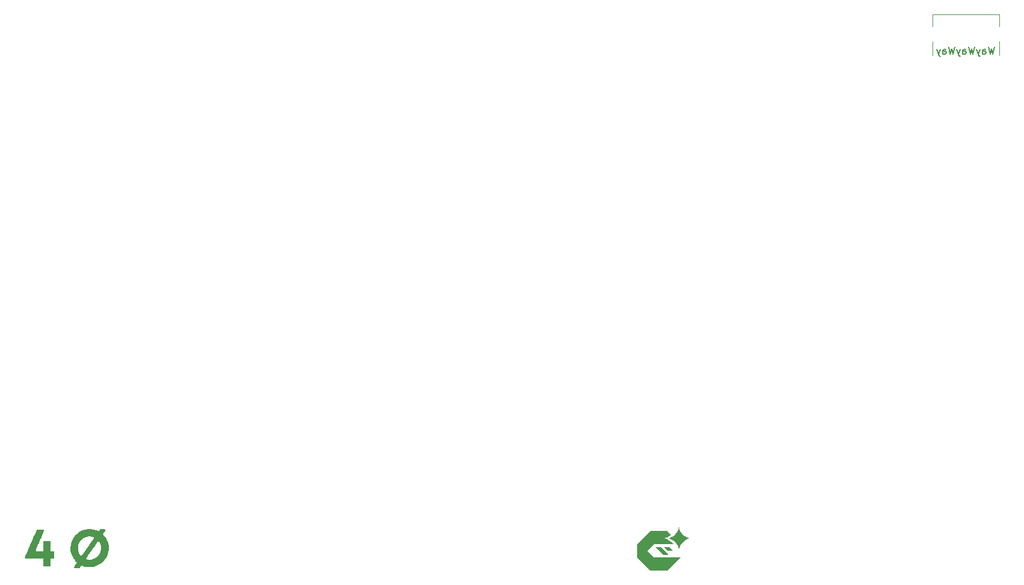
<source format=gbr>
%TF.GenerationSoftware,KiCad,Pcbnew,(7.0.0)*%
%TF.CreationDate,2024-04-22T22:07:44+02:00*%
%TF.ProjectId,forti,666f7274-692e-46b6-9963-61645f706362,rev?*%
%TF.SameCoordinates,Original*%
%TF.FileFunction,Legend,Top*%
%TF.FilePolarity,Positive*%
%FSLAX46Y46*%
G04 Gerber Fmt 4.6, Leading zero omitted, Abs format (unit mm)*
G04 Created by KiCad (PCBNEW (7.0.0)) date 2024-04-22 22:07:44*
%MOMM*%
%LPD*%
G01*
G04 APERTURE LIST*
%ADD10C,0.150000*%
%ADD11C,0.120000*%
%ADD12C,0.200000*%
%ADD13C,0.381000*%
%ADD14C,0.250000*%
%ADD15C,0.000000*%
%ADD16C,0.600000*%
%ADD17C,1.000000*%
%ADD18C,3.987800*%
%ADD19C,3.048000*%
%ADD20C,0.650000*%
%ADD21R,0.600000X1.450000*%
%ADD22R,0.280000X1.450000*%
%ADD23O,1.000000X2.100000*%
%ADD24O,1.000000X1.600000*%
%ADD25C,1.750000*%
G04 APERTURE END LIST*
D10*
X238295059Y-26882592D02*
X238056964Y-27882592D01*
X238056964Y-27882592D02*
X237866488Y-27168307D01*
X237866488Y-27168307D02*
X237676012Y-27882592D01*
X237676012Y-27882592D02*
X237437917Y-26882592D01*
X236628393Y-27882592D02*
X236628393Y-27358783D01*
X236628393Y-27358783D02*
X236676012Y-27263545D01*
X236676012Y-27263545D02*
X236771250Y-27215926D01*
X236771250Y-27215926D02*
X236961726Y-27215926D01*
X236961726Y-27215926D02*
X237056964Y-27263545D01*
X236628393Y-27834973D02*
X236723631Y-27882592D01*
X236723631Y-27882592D02*
X236961726Y-27882592D01*
X236961726Y-27882592D02*
X237056964Y-27834973D01*
X237056964Y-27834973D02*
X237104583Y-27739735D01*
X237104583Y-27739735D02*
X237104583Y-27644497D01*
X237104583Y-27644497D02*
X237056964Y-27549259D01*
X237056964Y-27549259D02*
X236961726Y-27501640D01*
X236961726Y-27501640D02*
X236723631Y-27501640D01*
X236723631Y-27501640D02*
X236628393Y-27454021D01*
X236247440Y-27215926D02*
X236009345Y-27882592D01*
X235771250Y-27215926D02*
X236009345Y-27882592D01*
X236009345Y-27882592D02*
X236104583Y-28120688D01*
X236104583Y-28120688D02*
X236152202Y-28168307D01*
X236152202Y-28168307D02*
X236247440Y-28215926D01*
X235485535Y-26882592D02*
X235247440Y-27882592D01*
X235247440Y-27882592D02*
X235056964Y-27168307D01*
X235056964Y-27168307D02*
X234866488Y-27882592D01*
X234866488Y-27882592D02*
X234628393Y-26882592D01*
X233818869Y-27882592D02*
X233818869Y-27358783D01*
X233818869Y-27358783D02*
X233866488Y-27263545D01*
X233866488Y-27263545D02*
X233961726Y-27215926D01*
X233961726Y-27215926D02*
X234152202Y-27215926D01*
X234152202Y-27215926D02*
X234247440Y-27263545D01*
X233818869Y-27834973D02*
X233914107Y-27882592D01*
X233914107Y-27882592D02*
X234152202Y-27882592D01*
X234152202Y-27882592D02*
X234247440Y-27834973D01*
X234247440Y-27834973D02*
X234295059Y-27739735D01*
X234295059Y-27739735D02*
X234295059Y-27644497D01*
X234295059Y-27644497D02*
X234247440Y-27549259D01*
X234247440Y-27549259D02*
X234152202Y-27501640D01*
X234152202Y-27501640D02*
X233914107Y-27501640D01*
X233914107Y-27501640D02*
X233818869Y-27454021D01*
X233437916Y-27215926D02*
X233199821Y-27882592D01*
X232961726Y-27215926D02*
X233199821Y-27882592D01*
X233199821Y-27882592D02*
X233295059Y-28120688D01*
X233295059Y-28120688D02*
X233342678Y-28168307D01*
X233342678Y-28168307D02*
X233437916Y-28215926D01*
X232676011Y-26882592D02*
X232437916Y-27882592D01*
X232437916Y-27882592D02*
X232247440Y-27168307D01*
X232247440Y-27168307D02*
X232056964Y-27882592D01*
X232056964Y-27882592D02*
X231818869Y-26882592D01*
X231009345Y-27882592D02*
X231009345Y-27358783D01*
X231009345Y-27358783D02*
X231056964Y-27263545D01*
X231056964Y-27263545D02*
X231152202Y-27215926D01*
X231152202Y-27215926D02*
X231342678Y-27215926D01*
X231342678Y-27215926D02*
X231437916Y-27263545D01*
X231009345Y-27834973D02*
X231104583Y-27882592D01*
X231104583Y-27882592D02*
X231342678Y-27882592D01*
X231342678Y-27882592D02*
X231437916Y-27834973D01*
X231437916Y-27834973D02*
X231485535Y-27739735D01*
X231485535Y-27739735D02*
X231485535Y-27644497D01*
X231485535Y-27644497D02*
X231437916Y-27549259D01*
X231437916Y-27549259D02*
X231342678Y-27501640D01*
X231342678Y-27501640D02*
X231104583Y-27501640D01*
X231104583Y-27501640D02*
X231009345Y-27454021D01*
X230628392Y-27215926D02*
X230390297Y-27882592D01*
X230152202Y-27215926D02*
X230390297Y-27882592D01*
X230390297Y-27882592D02*
X230485535Y-28120688D01*
X230485535Y-28120688D02*
X230533154Y-28168307D01*
X230533154Y-28168307D02*
X230628392Y-28215926D01*
D11*
%TO.C,J1*%
X238969115Y-28093750D02*
X238969115Y-26093750D01*
X238969115Y-24193750D02*
X238969115Y-22293750D01*
X238969115Y-22293750D02*
X229569115Y-22293750D01*
X229569115Y-28093750D02*
X229569115Y-26093750D01*
X229569115Y-24193750D02*
X229569115Y-22293750D01*
%TO.C,G\u002A\u002A\u002A*%
G36*
X104187845Y-94846614D02*
G01*
X104328315Y-94853130D01*
X104422225Y-94867202D01*
X104478670Y-94891459D01*
X104506749Y-94928530D01*
X104515558Y-94981044D01*
X104515816Y-94996461D01*
X104503295Y-95040654D01*
X104467448Y-95137938D01*
X104410851Y-95282010D01*
X104336082Y-95466567D01*
X104245716Y-95685306D01*
X104142329Y-95931924D01*
X104028498Y-96200119D01*
X103929184Y-96431685D01*
X103808202Y-96714466D01*
X103696704Y-96978946D01*
X103597117Y-97219090D01*
X103511869Y-97428865D01*
X103443389Y-97602235D01*
X103394103Y-97733166D01*
X103366440Y-97815623D01*
X103361520Y-97842657D01*
X103377366Y-97861483D01*
X103414204Y-97874456D01*
X103481297Y-97882283D01*
X103587906Y-97885673D01*
X103743295Y-97885333D01*
X103891456Y-97883161D01*
X104402423Y-97874235D01*
X104411211Y-97212567D01*
X104416314Y-96961965D01*
X104424162Y-96762114D01*
X104434509Y-96616904D01*
X104447111Y-96530230D01*
X104455676Y-96507911D01*
X104502018Y-96489786D01*
X104597505Y-96476160D01*
X104727520Y-96467070D01*
X104877449Y-96462554D01*
X105032675Y-96462651D01*
X105178584Y-96467398D01*
X105300560Y-96476833D01*
X105383987Y-96490994D01*
X105412947Y-96505421D01*
X105421633Y-96548875D01*
X105430720Y-96646743D01*
X105439585Y-96788656D01*
X105447602Y-96964239D01*
X105454149Y-97163122D01*
X105455357Y-97210077D01*
X105471556Y-97874235D01*
X105691457Y-97890434D01*
X105839608Y-97909135D01*
X105924669Y-97938693D01*
X105942046Y-97955230D01*
X105953816Y-98005023D01*
X105963498Y-98105296D01*
X105970124Y-98241743D01*
X105972725Y-98400060D01*
X105972732Y-98408801D01*
X105970372Y-98567879D01*
X105963935Y-98705848D01*
X105954391Y-98808400D01*
X105942707Y-98861232D01*
X105942046Y-98862373D01*
X105885134Y-98896696D01*
X105764880Y-98920228D01*
X105691457Y-98927169D01*
X105471556Y-98943368D01*
X105462581Y-99443271D01*
X105456735Y-99642828D01*
X105447400Y-99804648D01*
X105435271Y-99920259D01*
X105421041Y-99981191D01*
X105418117Y-99985937D01*
X105383061Y-100004604D01*
X105308974Y-100017463D01*
X105188197Y-100025193D01*
X105013075Y-100028475D01*
X104936990Y-100028699D01*
X104740894Y-100026822D01*
X104601842Y-100020737D01*
X104512176Y-100009763D01*
X104464241Y-99993220D01*
X104455862Y-99985937D01*
X104441308Y-99936514D01*
X104428720Y-99830780D01*
X104418793Y-99677205D01*
X104412221Y-99484260D01*
X104411398Y-99443271D01*
X104402423Y-98943368D01*
X103173415Y-98934873D01*
X102854895Y-98932418D01*
X102594938Y-98929689D01*
X102387308Y-98926389D01*
X102225772Y-98922217D01*
X102104096Y-98916877D01*
X102016045Y-98910068D01*
X101955386Y-98901492D01*
X101915884Y-98890851D01*
X101891305Y-98877845D01*
X101885596Y-98873155D01*
X101839775Y-98816611D01*
X101826785Y-98779720D01*
X101839197Y-98738199D01*
X101873641Y-98647775D01*
X101925931Y-98518802D01*
X101991883Y-98361631D01*
X102057261Y-98209677D01*
X102120390Y-98064369D01*
X102205123Y-97869053D01*
X102307357Y-97633202D01*
X102422991Y-97366286D01*
X102547920Y-97077778D01*
X102678042Y-96777149D01*
X102809255Y-96473870D01*
X102869172Y-96335332D01*
X102990469Y-96055639D01*
X103105275Y-95792434D01*
X103210765Y-95552084D01*
X103304117Y-95340953D01*
X103382506Y-95165407D01*
X103443108Y-95031812D01*
X103483100Y-94946532D01*
X103497989Y-94917921D01*
X103520111Y-94888829D01*
X103549564Y-94868718D01*
X103597545Y-94855936D01*
X103675250Y-94848829D01*
X103793876Y-94845745D01*
X103964617Y-94845031D01*
X103991716Y-94845026D01*
X104187845Y-94846614D01*
G37*
G36*
X108267886Y-97447092D02*
G01*
X109310714Y-97447092D01*
X109324252Y-97626423D01*
X109360496Y-97824206D01*
X109412888Y-98010764D01*
X109462022Y-98131982D01*
X109532476Y-98260081D01*
X109609213Y-98377295D01*
X109682460Y-98470691D01*
X109742446Y-98527336D01*
X109769059Y-98538331D01*
X109800809Y-98511649D01*
X109866689Y-98432971D01*
X109965161Y-98304396D01*
X110094688Y-98128021D01*
X110253732Y-97905945D01*
X110440754Y-97640268D01*
X110654216Y-97333089D01*
X110687922Y-97284285D01*
X110863327Y-97029736D01*
X111027495Y-96790749D01*
X111176734Y-96572754D01*
X111307347Y-96381184D01*
X111415640Y-96221470D01*
X111497920Y-96099044D01*
X111550490Y-96019336D01*
X111569527Y-95988190D01*
X111556216Y-95944893D01*
X111489564Y-95905562D01*
X111380983Y-95871853D01*
X111241888Y-95845422D01*
X111083692Y-95827926D01*
X110917807Y-95821021D01*
X110755648Y-95826362D01*
X110608628Y-95845605D01*
X110599522Y-95847449D01*
X110311497Y-95939194D01*
X110047734Y-96085378D01*
X109814533Y-96278183D01*
X109618190Y-96509792D01*
X109465005Y-96772388D01*
X109361275Y-97058153D01*
X109313299Y-97359270D01*
X109310714Y-97447092D01*
X108267886Y-97447092D01*
X108264577Y-97341173D01*
X108310964Y-96948895D01*
X108416082Y-96563239D01*
X108580001Y-96190010D01*
X108802786Y-95835013D01*
X108871499Y-95744982D01*
X109078139Y-95523784D01*
X109332448Y-95313634D01*
X109617302Y-95125390D01*
X109915574Y-94969908D01*
X110210138Y-94858047D01*
X110315051Y-94829818D01*
X110722460Y-94766616D01*
X111135673Y-94765376D01*
X111544377Y-94825377D01*
X111929726Y-94942565D01*
X112048819Y-94987408D01*
X112145855Y-95021214D01*
X112204187Y-95038268D01*
X112211446Y-95039265D01*
X112248994Y-95014071D01*
X112296256Y-94952328D01*
X112301675Y-94943399D01*
X112356182Y-94857271D01*
X112407992Y-94801007D01*
X112472370Y-94768275D01*
X112564584Y-94752742D01*
X112699898Y-94748075D01*
X112773130Y-94747832D01*
X112959404Y-94754167D01*
X113085416Y-94776941D01*
X113154025Y-94821805D01*
X113168088Y-94894414D01*
X113130465Y-95000420D01*
X113044013Y-95145474D01*
X113004081Y-95204581D01*
X112931088Y-95315500D01*
X112875175Y-95409910D01*
X112845008Y-95472772D01*
X112842092Y-95485683D01*
X112862299Y-95533059D01*
X112914746Y-95609308D01*
X112973405Y-95680819D01*
X113215691Y-96003043D01*
X113407077Y-96357621D01*
X113544374Y-96735279D01*
X113624389Y-97126739D01*
X113643930Y-97522725D01*
X113639341Y-97616333D01*
X113581099Y-98023580D01*
X113467058Y-98405025D01*
X113302189Y-98757350D01*
X113091464Y-99077235D01*
X112839854Y-99361359D01*
X112552330Y-99606404D01*
X112233865Y-99809050D01*
X111889429Y-99965977D01*
X111523995Y-100073866D01*
X111142533Y-100129396D01*
X110750015Y-100129249D01*
X110351413Y-100070105D01*
X110078322Y-99994126D01*
X109952565Y-99952688D01*
X109852065Y-99920403D01*
X109791148Y-99901831D01*
X109779848Y-99899108D01*
X109756597Y-99923833D01*
X109707696Y-99988934D01*
X109643327Y-100080802D01*
X109637452Y-100089434D01*
X109565745Y-100187281D01*
X109500729Y-100262688D01*
X109456190Y-100299705D01*
X109455406Y-100300021D01*
X109399677Y-100309438D01*
X109298336Y-100316526D01*
X109170559Y-100320082D01*
X109132190Y-100320281D01*
X108982027Y-100316584D01*
X108883831Y-100304174D01*
X108825124Y-100281075D01*
X108810860Y-100269370D01*
X108772427Y-100212619D01*
X108766318Y-100143573D01*
X108795351Y-100053071D01*
X108862340Y-99931951D01*
X108959276Y-99786519D01*
X109059827Y-99635055D01*
X109117465Y-99530170D01*
X109132891Y-99470524D01*
X109129365Y-99461214D01*
X109096169Y-99419740D01*
X109032378Y-99342679D01*
X108949408Y-99243774D01*
X108911293Y-99198678D01*
X108736299Y-98958294D01*
X110452942Y-98958294D01*
X110453003Y-98959567D01*
X110492006Y-99006899D01*
X110582524Y-99043550D01*
X110711979Y-99068359D01*
X110867792Y-99080164D01*
X111037385Y-99077805D01*
X111208181Y-99060120D01*
X111316372Y-99039273D01*
X111624868Y-98934704D01*
X111899716Y-98776557D01*
X112136197Y-98569234D01*
X112329590Y-98317135D01*
X112475178Y-98024663D01*
X112510024Y-97925995D01*
X112565801Y-97670013D01*
X112578287Y-97399083D01*
X112549845Y-97128494D01*
X112482834Y-96873539D01*
X112379616Y-96649509D01*
X112294131Y-96527602D01*
X112230781Y-96460577D01*
X112187317Y-96441304D01*
X112157771Y-96454979D01*
X112125545Y-96492957D01*
X112063897Y-96575145D01*
X111979673Y-96692060D01*
X111879722Y-96834220D01*
X111789158Y-96965418D01*
X111677811Y-97127678D01*
X111539172Y-97329137D01*
X111382911Y-97555773D01*
X111218702Y-97793567D01*
X111056214Y-98028500D01*
X110954884Y-98174788D01*
X110821689Y-98369064D01*
X110702066Y-98547627D01*
X110600697Y-98703153D01*
X110522264Y-98828321D01*
X110471452Y-98915809D01*
X110452942Y-98958294D01*
X108736299Y-98958294D01*
X108665020Y-98860380D01*
X108477145Y-98499675D01*
X108347735Y-98122368D01*
X108276857Y-97734266D01*
X108267886Y-97447092D01*
G37*
G36*
X192820980Y-97564745D02*
G01*
X193091717Y-97835514D01*
X192723567Y-97835514D01*
X192355417Y-97835514D01*
X192084679Y-97564745D01*
X191813942Y-97293977D01*
X192182092Y-97293977D01*
X192550243Y-97293977D01*
X192820980Y-97564745D01*
G37*
G36*
X191886361Y-97831959D02*
G01*
X191945943Y-97891565D01*
X192003676Y-97949363D01*
X192059203Y-98004996D01*
X192112169Y-98058104D01*
X192162219Y-98108331D01*
X192208995Y-98155318D01*
X192252144Y-98198706D01*
X192291308Y-98238138D01*
X192326132Y-98273256D01*
X192356261Y-98303702D01*
X192381338Y-98329117D01*
X192401009Y-98349144D01*
X192414917Y-98363423D01*
X192422706Y-98371598D01*
X192424328Y-98373496D01*
X192419698Y-98374061D01*
X192406294Y-98374598D01*
X192384842Y-98375100D01*
X192356066Y-98375561D01*
X192320693Y-98375973D01*
X192279450Y-98376328D01*
X192233061Y-98376621D01*
X192182254Y-98376843D01*
X192127753Y-98376989D01*
X192070285Y-98377050D01*
X192059732Y-98377051D01*
X191695137Y-98377051D01*
X191153615Y-97835514D01*
X190612093Y-97293977D01*
X190980244Y-97293977D01*
X191348394Y-97293977D01*
X191886361Y-97831959D01*
G37*
G36*
X192495392Y-95315275D02*
G01*
X192537531Y-95357468D01*
X192577629Y-95397714D01*
X192615191Y-95435510D01*
X192649722Y-95470354D01*
X192680729Y-95501744D01*
X192707715Y-95529177D01*
X192730186Y-95552151D01*
X192747647Y-95570164D01*
X192759603Y-95582712D01*
X192765560Y-95589293D01*
X192766146Y-95590184D01*
X192761739Y-95593608D01*
X192751203Y-95601607D01*
X192736013Y-95613065D01*
X192717647Y-95626863D01*
X192713378Y-95630064D01*
X192594394Y-95713404D01*
X192469218Y-95789794D01*
X192338460Y-95858914D01*
X192202735Y-95920442D01*
X192062654Y-95974059D01*
X192043472Y-95980664D01*
X192006722Y-95992715D01*
X191965201Y-96005599D01*
X191921425Y-96018592D01*
X191877909Y-96030971D01*
X191837169Y-96042011D01*
X191801720Y-96050988D01*
X191787784Y-96054248D01*
X191772718Y-96057884D01*
X191761492Y-96061025D01*
X191757609Y-96062473D01*
X191760522Y-96064356D01*
X191771206Y-96068029D01*
X191788200Y-96073050D01*
X191810040Y-96078976D01*
X191824114Y-96082593D01*
X191972759Y-96124230D01*
X192115059Y-96172670D01*
X192251582Y-96228200D01*
X192382897Y-96291104D01*
X192509572Y-96361670D01*
X192632174Y-96440183D01*
X192751272Y-96526928D01*
X192825730Y-96586742D01*
X192845367Y-96603742D01*
X192868556Y-96624879D01*
X192894494Y-96649330D01*
X192922382Y-96676271D01*
X192951417Y-96704878D01*
X192980798Y-96734329D01*
X193009723Y-96763800D01*
X193037392Y-96792468D01*
X193063002Y-96819510D01*
X193085752Y-96844102D01*
X193104841Y-96865420D01*
X193119467Y-96882643D01*
X193128830Y-96894945D01*
X193132126Y-96901503D01*
X193127438Y-96901746D01*
X193113622Y-96901983D01*
X193091049Y-96902214D01*
X193060093Y-96902439D01*
X193021125Y-96902655D01*
X192974519Y-96902864D01*
X192920646Y-96903063D01*
X192859878Y-96903252D01*
X192792589Y-96903430D01*
X192719150Y-96903597D01*
X192639933Y-96903751D01*
X192555312Y-96903892D01*
X192465658Y-96904019D01*
X192371344Y-96904131D01*
X192272742Y-96904228D01*
X192170224Y-96904308D01*
X192064163Y-96904371D01*
X191954931Y-96904416D01*
X191842901Y-96904443D01*
X191746209Y-96904450D01*
X190360292Y-96904450D01*
X189894778Y-97369982D01*
X189429265Y-97835514D01*
X189894778Y-98301046D01*
X190360292Y-98766578D01*
X192222425Y-98766578D01*
X194084558Y-98766578D01*
X193153503Y-99697642D01*
X192222448Y-100628706D01*
X191056233Y-100628706D01*
X189890019Y-100628706D01*
X188960147Y-99698825D01*
X188030275Y-98768944D01*
X188030275Y-97835505D01*
X188030275Y-96902065D01*
X188960156Y-95972193D01*
X189890037Y-95042321D01*
X191056253Y-95042321D01*
X192222470Y-95042321D01*
X192495392Y-95315275D01*
G37*
G36*
X193879050Y-94556148D02*
G01*
X193881943Y-94562542D01*
X193886041Y-94575856D01*
X193891737Y-94597064D01*
X193894512Y-94607822D01*
X193933481Y-94741028D01*
X193981157Y-94870567D01*
X194037382Y-94996129D01*
X194101999Y-95117405D01*
X194174852Y-95234086D01*
X194255784Y-95345863D01*
X194292161Y-95391291D01*
X194336688Y-95442655D01*
X194387435Y-95496632D01*
X194442326Y-95551209D01*
X194499283Y-95604377D01*
X194556229Y-95654122D01*
X194602353Y-95691650D01*
X194701952Y-95764183D01*
X194808206Y-95831275D01*
X194919633Y-95892201D01*
X195034750Y-95946233D01*
X195152078Y-95992644D01*
X195270132Y-96030708D01*
X195322205Y-96044695D01*
X195345165Y-96050516D01*
X195365152Y-96055660D01*
X195380156Y-96059605D01*
X195388169Y-96061828D01*
X195388532Y-96061943D01*
X195386692Y-96063836D01*
X195376993Y-96067542D01*
X195360802Y-96072620D01*
X195339489Y-96078629D01*
X195324402Y-96082604D01*
X195193755Y-96121007D01*
X195067009Y-96167903D01*
X194944498Y-96222981D01*
X194826559Y-96285928D01*
X194713525Y-96356432D01*
X194605732Y-96434180D01*
X194503514Y-96518860D01*
X194407207Y-96610160D01*
X194317144Y-96707768D01*
X194233661Y-96811371D01*
X194157093Y-96920657D01*
X194087775Y-97035314D01*
X194026041Y-97155029D01*
X193972226Y-97279491D01*
X193936989Y-97376585D01*
X193926665Y-97408543D01*
X193915942Y-97443512D01*
X193905875Y-97477938D01*
X193897520Y-97508270D01*
X193895075Y-97517734D01*
X193888687Y-97542941D01*
X193884145Y-97559938D01*
X193880979Y-97569727D01*
X193878717Y-97573312D01*
X193876887Y-97571695D01*
X193875018Y-97565879D01*
X193874094Y-97562370D01*
X193862918Y-97519722D01*
X193853523Y-97484562D01*
X193845412Y-97455155D01*
X193838087Y-97429766D01*
X193831050Y-97406661D01*
X193823803Y-97384105D01*
X193817499Y-97365231D01*
X193769734Y-97238763D01*
X193713542Y-97116336D01*
X193649270Y-96998338D01*
X193577261Y-96885158D01*
X193497860Y-96777184D01*
X193411411Y-96674804D01*
X193318261Y-96578408D01*
X193218752Y-96488384D01*
X193113230Y-96405119D01*
X193002040Y-96329004D01*
X192885526Y-96260425D01*
X192797228Y-96215307D01*
X192714376Y-96178036D01*
X192628039Y-96143770D01*
X192541119Y-96113551D01*
X192456516Y-96088420D01*
X192413627Y-96077525D01*
X192394643Y-96072655D01*
X192380159Y-96068245D01*
X192371944Y-96064878D01*
X192370874Y-96063449D01*
X192376581Y-96061206D01*
X192389694Y-96057221D01*
X192408392Y-96052015D01*
X192430854Y-96046110D01*
X192436203Y-96044748D01*
X192563134Y-96007754D01*
X192687416Y-95961866D01*
X192808523Y-95907448D01*
X192925930Y-95844866D01*
X193039111Y-95774485D01*
X193147539Y-95696671D01*
X193250689Y-95611790D01*
X193348036Y-95520206D01*
X193439053Y-95422285D01*
X193523216Y-95318393D01*
X193565859Y-95259605D01*
X193639561Y-95145823D01*
X193705045Y-95027735D01*
X193762444Y-94905040D01*
X193811891Y-94777435D01*
X193853522Y-94644619D01*
X193875301Y-94560214D01*
X193876967Y-94555697D01*
X193879050Y-94556148D01*
G37*
%TD*%
%LPC*%
D12*
X36269047Y-33121853D02*
X36372338Y-33082702D01*
D13*
X61480939Y-61299775D02*
X61484473Y-61319561D01*
D14*
X262096605Y-36194991D02*
X264258714Y-36194991D01*
X230394817Y-30109038D02*
X230433735Y-30131044D01*
X117970234Y-53303768D02*
X118026659Y-53384044D01*
D13*
X56438155Y-56209677D02*
X56390308Y-56208491D01*
D12*
X154141948Y-32932056D02*
X154234288Y-32871146D01*
D14*
X230103322Y-29831509D02*
X230129137Y-29868235D01*
D13*
X61740016Y-61616073D02*
X61758690Y-61622395D01*
X73861437Y-33570184D02*
X73873261Y-33585360D01*
D14*
X193836673Y-52293283D02*
X193844001Y-52391800D01*
X44456913Y-89471945D02*
X44492035Y-89380926D01*
D15*
G36*
X29904792Y-50243413D02*
G01*
X29925105Y-50244957D01*
X29945124Y-50247501D01*
X29964822Y-50251019D01*
X29984174Y-50255485D01*
X30003156Y-50260875D01*
X30021741Y-50267164D01*
X30039906Y-50274326D01*
X30057624Y-50282336D01*
X30074872Y-50291170D01*
X30091622Y-50300801D01*
X30107852Y-50311206D01*
X30123534Y-50322358D01*
X30138645Y-50334232D01*
X30153159Y-50346805D01*
X30167051Y-50360049D01*
X30180295Y-50373941D01*
X30192867Y-50388454D01*
X30204742Y-50403565D01*
X30215894Y-50419248D01*
X30226299Y-50435477D01*
X30235930Y-50452228D01*
X30244764Y-50469475D01*
X30252774Y-50487193D01*
X30259936Y-50505358D01*
X30266225Y-50523944D01*
X30271615Y-50542925D01*
X30276081Y-50562278D01*
X30279599Y-50581976D01*
X30282143Y-50601994D01*
X30283687Y-50622308D01*
X30284208Y-50642892D01*
X30283687Y-50663476D01*
X30282143Y-50683790D01*
X30279599Y-50703808D01*
X30276081Y-50723506D01*
X30271615Y-50742858D01*
X30266225Y-50761840D01*
X30259936Y-50780426D01*
X30252774Y-50798590D01*
X30244764Y-50816309D01*
X30235930Y-50833556D01*
X30226299Y-50850307D01*
X30215894Y-50866536D01*
X30204742Y-50882219D01*
X30192867Y-50897329D01*
X30180295Y-50911843D01*
X30167051Y-50925735D01*
X30153159Y-50938979D01*
X30138645Y-50951551D01*
X30123534Y-50963426D01*
X30107852Y-50974578D01*
X30091622Y-50984982D01*
X30074872Y-50994614D01*
X30057624Y-51003447D01*
X30039906Y-51011458D01*
X30021741Y-51018620D01*
X30003156Y-51024908D01*
X29984174Y-51030299D01*
X29964822Y-51034765D01*
X29945124Y-51038283D01*
X29925105Y-51040826D01*
X29904792Y-51042371D01*
X29884208Y-51042891D01*
X29863624Y-51042371D01*
X29843310Y-51040826D01*
X29823292Y-51038283D01*
X29803594Y-51034765D01*
X29784242Y-51030299D01*
X29765260Y-51024908D01*
X29746674Y-51018620D01*
X29728510Y-51011458D01*
X29710791Y-51003447D01*
X29693544Y-50994614D01*
X29676793Y-50984982D01*
X29660564Y-50974578D01*
X29644881Y-50963426D01*
X29629771Y-50951551D01*
X29615257Y-50938979D01*
X29601365Y-50925735D01*
X29588121Y-50911843D01*
X29575548Y-50897329D01*
X29563674Y-50882219D01*
X29552521Y-50866536D01*
X29542117Y-50850307D01*
X29532486Y-50833556D01*
X29523652Y-50816309D01*
X29515642Y-50798590D01*
X29508480Y-50780426D01*
X29502191Y-50761840D01*
X29496801Y-50742858D01*
X29492334Y-50723506D01*
X29488817Y-50703808D01*
X29486273Y-50683790D01*
X29484728Y-50663476D01*
X29484208Y-50642892D01*
X29484728Y-50622308D01*
X29486273Y-50601994D01*
X29488817Y-50581976D01*
X29492334Y-50562278D01*
X29496801Y-50542925D01*
X29502191Y-50523944D01*
X29508480Y-50505358D01*
X29515642Y-50487193D01*
X29523652Y-50469475D01*
X29532486Y-50452228D01*
X29542117Y-50435477D01*
X29552521Y-50419248D01*
X29563674Y-50403565D01*
X29575548Y-50388454D01*
X29588121Y-50373941D01*
X29601365Y-50360049D01*
X29615257Y-50346805D01*
X29629771Y-50334232D01*
X29644881Y-50322358D01*
X29660564Y-50311206D01*
X29676793Y-50300801D01*
X29693544Y-50291170D01*
X29710791Y-50282336D01*
X29728510Y-50274326D01*
X29746674Y-50267164D01*
X29765260Y-50260875D01*
X29784242Y-50255485D01*
X29803594Y-50251019D01*
X29823292Y-50247501D01*
X29843310Y-50244957D01*
X29863624Y-50243413D01*
X29884208Y-50242892D01*
X29904792Y-50243413D01*
G37*
D13*
X112041036Y-34611975D02*
X112026499Y-34637254D01*
D14*
X238310202Y-31643455D02*
X238378984Y-31683007D01*
X175067926Y-53221020D02*
X175120226Y-53303772D01*
D12*
X155235686Y-107705527D02*
X155333875Y-107755655D01*
X272833250Y-34085121D02*
X272824816Y-34036789D01*
D13*
X272130779Y-88278147D02*
X272154197Y-88231570D01*
X29756997Y-88846583D02*
X29777592Y-88852298D01*
D14*
X248516468Y-71825797D02*
X248542599Y-71731622D01*
D13*
X65578871Y-61466438D02*
X65588185Y-61539735D01*
X206669695Y-33781080D02*
X206691524Y-33787133D01*
X188089428Y-33401148D02*
X188093104Y-33421733D01*
X270902403Y-37550534D02*
X270792333Y-37422762D01*
X65356706Y-61621622D02*
X65371445Y-61615933D01*
X66159616Y-62490327D02*
X66217038Y-62531160D01*
X65295332Y-61637040D02*
X65310986Y-61634308D01*
X30260146Y-105512275D02*
X30349623Y-105532451D01*
D14*
X174870660Y-52775833D02*
X174901323Y-52868514D01*
D13*
X29464646Y-69367954D02*
X29470483Y-69388511D01*
X235440402Y-28663880D02*
X235343739Y-28647013D01*
X57593851Y-55302433D02*
X57617488Y-55319048D01*
D14*
X150385912Y-91708293D02*
X150454295Y-91636428D01*
X225464998Y-42844459D02*
X225639783Y-42822248D01*
X212970658Y-52775824D02*
X213001321Y-52868505D01*
D13*
X272256609Y-90487491D02*
X272256609Y-103981288D01*
X93045176Y-34528859D02*
X93026272Y-34553122D01*
X29862518Y-69693427D02*
X29840976Y-69695030D01*
D15*
G36*
X271209093Y-88443806D02*
G01*
X271229407Y-88445351D01*
X271249425Y-88447895D01*
X271269123Y-88451412D01*
X271288475Y-88455879D01*
X271307457Y-88461269D01*
X271326042Y-88467558D01*
X271344207Y-88474720D01*
X271361925Y-88482730D01*
X271379172Y-88491564D01*
X271395923Y-88501195D01*
X271412152Y-88511599D01*
X271427834Y-88522751D01*
X271442944Y-88534626D01*
X271457458Y-88547198D01*
X271471349Y-88560443D01*
X271484593Y-88574335D01*
X271497165Y-88588849D01*
X271509040Y-88603959D01*
X271520191Y-88619642D01*
X271530595Y-88635871D01*
X271540227Y-88652622D01*
X271549060Y-88669869D01*
X271557070Y-88687588D01*
X271564232Y-88705753D01*
X271570520Y-88724338D01*
X271575910Y-88743320D01*
X271580376Y-88762673D01*
X271583894Y-88782371D01*
X271586437Y-88802389D01*
X271587982Y-88822703D01*
X271588502Y-88843287D01*
X271587982Y-88863872D01*
X271586437Y-88884186D01*
X271583894Y-88904204D01*
X271580376Y-88923902D01*
X271575910Y-88943255D01*
X271570520Y-88962236D01*
X271564232Y-88980822D01*
X271557070Y-88998987D01*
X271549060Y-89016706D01*
X271540227Y-89033953D01*
X271530595Y-89050704D01*
X271520191Y-89066933D01*
X271509040Y-89082616D01*
X271497165Y-89097726D01*
X271484593Y-89112240D01*
X271471349Y-89126132D01*
X271457458Y-89139377D01*
X271442944Y-89151949D01*
X271427834Y-89163823D01*
X271412152Y-89174976D01*
X271395923Y-89185380D01*
X271379172Y-89195011D01*
X271361925Y-89203845D01*
X271344207Y-89211855D01*
X271326042Y-89219017D01*
X271307457Y-89225306D01*
X271288475Y-89230696D01*
X271269123Y-89235162D01*
X271249425Y-89238680D01*
X271229407Y-89241224D01*
X271209093Y-89242769D01*
X271188509Y-89243289D01*
X271167924Y-89242769D01*
X271147611Y-89241224D01*
X271127592Y-89238680D01*
X271107894Y-89235162D01*
X271088542Y-89230696D01*
X271069560Y-89225306D01*
X271050975Y-89219017D01*
X271032810Y-89211855D01*
X271015092Y-89203845D01*
X270997845Y-89195011D01*
X270981094Y-89185380D01*
X270964865Y-89174976D01*
X270949183Y-89163823D01*
X270934073Y-89151949D01*
X270919559Y-89139377D01*
X270905668Y-89126132D01*
X270892424Y-89112240D01*
X270879852Y-89097726D01*
X270867977Y-89082616D01*
X270856826Y-89066933D01*
X270846422Y-89050704D01*
X270836791Y-89033953D01*
X270827957Y-89016706D01*
X270819947Y-88998987D01*
X270812786Y-88980822D01*
X270806497Y-88962236D01*
X270801107Y-88943255D01*
X270796641Y-88923902D01*
X270793123Y-88904204D01*
X270790580Y-88884186D01*
X270789035Y-88863872D01*
X270788515Y-88843287D01*
X270789035Y-88822703D01*
X270790580Y-88802389D01*
X270793123Y-88782371D01*
X270796641Y-88762673D01*
X270801107Y-88743320D01*
X270806497Y-88724338D01*
X270812786Y-88705753D01*
X270819947Y-88687588D01*
X270827957Y-88669869D01*
X270836791Y-88652622D01*
X270846422Y-88635871D01*
X270856826Y-88619642D01*
X270867977Y-88603959D01*
X270879852Y-88588849D01*
X270892424Y-88574335D01*
X270905668Y-88560443D01*
X270919559Y-88547198D01*
X270934073Y-88534626D01*
X270949183Y-88522751D01*
X270964865Y-88511599D01*
X270981094Y-88501195D01*
X270997845Y-88491564D01*
X271015092Y-88482730D01*
X271032810Y-88474720D01*
X271050975Y-88467558D01*
X271069560Y-88461269D01*
X271088542Y-88455879D01*
X271107894Y-88451412D01*
X271127592Y-88447895D01*
X271147611Y-88445351D01*
X271167924Y-88443806D01*
X271188509Y-88443286D01*
X271209093Y-88443806D01*
G37*
D13*
X30531698Y-105559620D02*
X30623989Y-105566486D01*
D15*
G36*
X145359215Y-58333686D02*
G01*
X145460474Y-58341386D01*
X145560261Y-58354066D01*
X145658450Y-58371601D01*
X145754916Y-58393865D01*
X145849534Y-58420734D01*
X145942179Y-58452081D01*
X146032725Y-58487783D01*
X146121047Y-58527712D01*
X146207020Y-58571745D01*
X146290519Y-58619756D01*
X146371417Y-58671619D01*
X146449591Y-58727209D01*
X146524914Y-58786402D01*
X146597262Y-58849071D01*
X146666508Y-58915092D01*
X146732529Y-58984339D01*
X146795198Y-59056687D01*
X146854390Y-59132010D01*
X146909980Y-59210184D01*
X146961843Y-59291083D01*
X147009854Y-59374581D01*
X147053886Y-59460554D01*
X147093816Y-59548876D01*
X147129517Y-59639423D01*
X147160864Y-59732067D01*
X147187732Y-59826686D01*
X147209996Y-59923152D01*
X147227531Y-60021341D01*
X147240211Y-60121128D01*
X147247911Y-60222386D01*
X147250505Y-60324992D01*
X147247911Y-60427598D01*
X147240211Y-60528857D01*
X147227531Y-60628643D01*
X147209996Y-60726832D01*
X147187732Y-60823299D01*
X147160864Y-60917917D01*
X147129517Y-61010562D01*
X147093816Y-61101108D01*
X147053886Y-61189430D01*
X147009854Y-61275403D01*
X146961843Y-61358902D01*
X146909980Y-61439801D01*
X146854390Y-61517974D01*
X146795198Y-61593298D01*
X146732529Y-61665645D01*
X146666508Y-61734892D01*
X146597262Y-61800913D01*
X146524914Y-61863582D01*
X146449591Y-61922775D01*
X146371417Y-61978365D01*
X146290519Y-62030229D01*
X146207020Y-62078239D01*
X146121047Y-62122272D01*
X146032725Y-62162202D01*
X145942179Y-62197903D01*
X145849534Y-62229251D01*
X145754916Y-62256119D01*
X145658450Y-62278383D01*
X145560261Y-62295918D01*
X145460474Y-62308598D01*
X145359215Y-62316298D01*
X145256609Y-62318892D01*
X145154002Y-62316298D01*
X145052743Y-62308598D01*
X144952957Y-62295918D01*
X144854767Y-62278383D01*
X144758301Y-62256119D01*
X144663683Y-62229251D01*
X144571038Y-62197903D01*
X144480492Y-62162202D01*
X144392170Y-62122272D01*
X144306197Y-62078239D01*
X144222698Y-62030229D01*
X144141800Y-61978365D01*
X144063626Y-61922775D01*
X143988303Y-61863582D01*
X143915955Y-61800913D01*
X143846709Y-61734892D01*
X143780688Y-61665645D01*
X143718019Y-61593298D01*
X143658827Y-61517974D01*
X143603237Y-61439801D01*
X143551374Y-61358902D01*
X143503364Y-61275403D01*
X143459331Y-61189430D01*
X143419402Y-61101108D01*
X143383701Y-61010562D01*
X143352353Y-60917917D01*
X143325485Y-60823299D01*
X143303221Y-60726832D01*
X143285686Y-60628643D01*
X143273006Y-60528857D01*
X143265307Y-60427598D01*
X143262712Y-60324992D01*
X143265307Y-60222386D01*
X143273006Y-60121128D01*
X143285686Y-60021341D01*
X143303221Y-59923152D01*
X143325485Y-59826686D01*
X143352353Y-59732067D01*
X143383701Y-59639423D01*
X143419402Y-59548876D01*
X143459331Y-59460554D01*
X143503364Y-59374581D01*
X143551374Y-59291083D01*
X143603237Y-59210184D01*
X143658827Y-59132010D01*
X143718019Y-59056687D01*
X143780688Y-58984339D01*
X143846709Y-58915092D01*
X143915955Y-58849071D01*
X143988303Y-58786402D01*
X144063626Y-58727209D01*
X144141800Y-58671619D01*
X144222698Y-58619756D01*
X144306197Y-58571745D01*
X144392170Y-58527712D01*
X144480492Y-58487783D01*
X144571038Y-58452081D01*
X144663683Y-58420734D01*
X144758301Y-58393865D01*
X144854767Y-58371601D01*
X144952957Y-58354066D01*
X145052743Y-58341386D01*
X145154002Y-58333686D01*
X145256609Y-58331092D01*
X145359215Y-58333686D01*
G37*
G36*
X245631637Y-59451131D02*
G01*
X245676074Y-59454510D01*
X245719864Y-59460074D01*
X245762952Y-59467769D01*
X245805285Y-59477539D01*
X245846807Y-59489330D01*
X245887463Y-59503087D01*
X245927198Y-59518754D01*
X245965958Y-59536277D01*
X246003686Y-59555600D01*
X246040328Y-59576669D01*
X246075830Y-59599428D01*
X246110135Y-59623824D01*
X246143190Y-59649799D01*
X246174939Y-59677301D01*
X246205328Y-59706274D01*
X246234300Y-59736662D01*
X246261802Y-59768411D01*
X246287778Y-59801465D01*
X246312173Y-59835771D01*
X246334933Y-59871273D01*
X246356002Y-59907915D01*
X246375325Y-59945643D01*
X246392848Y-59984402D01*
X246408515Y-60024138D01*
X246422272Y-60064794D01*
X246434063Y-60106316D01*
X246443833Y-60148649D01*
X246451528Y-60191738D01*
X246457093Y-60235528D01*
X246460472Y-60279965D01*
X246461610Y-60324992D01*
X246460472Y-60370020D01*
X246457093Y-60414456D01*
X246451528Y-60458246D01*
X246443833Y-60501335D01*
X246434063Y-60543668D01*
X246422272Y-60585191D01*
X246408515Y-60625847D01*
X246392848Y-60665582D01*
X246375325Y-60704341D01*
X246356002Y-60742069D01*
X246334933Y-60778712D01*
X246312173Y-60814213D01*
X246287778Y-60848519D01*
X246261802Y-60881574D01*
X246234300Y-60913323D01*
X246205328Y-60943711D01*
X246174939Y-60972683D01*
X246143190Y-61000185D01*
X246110135Y-61026161D01*
X246075830Y-61050556D01*
X246040328Y-61073316D01*
X246003686Y-61094385D01*
X245965958Y-61113708D01*
X245927198Y-61131230D01*
X245887463Y-61146897D01*
X245846807Y-61160654D01*
X245805285Y-61172445D01*
X245762952Y-61182215D01*
X245719864Y-61189910D01*
X245676074Y-61195475D01*
X245631637Y-61198854D01*
X245586610Y-61199992D01*
X245541583Y-61198854D01*
X245497147Y-61195475D01*
X245453357Y-61189910D01*
X245410268Y-61182215D01*
X245367935Y-61172445D01*
X245326413Y-61160654D01*
X245285757Y-61146897D01*
X245246022Y-61131230D01*
X245207263Y-61113708D01*
X245169535Y-61094385D01*
X245132893Y-61073316D01*
X245097391Y-61050556D01*
X245063085Y-61026161D01*
X245030031Y-61000185D01*
X244998281Y-60972683D01*
X244967893Y-60943711D01*
X244938921Y-60913323D01*
X244911419Y-60881574D01*
X244885443Y-60848519D01*
X244861048Y-60814213D01*
X244838288Y-60778712D01*
X244817219Y-60742069D01*
X244797895Y-60704341D01*
X244780373Y-60665582D01*
X244764706Y-60625847D01*
X244750949Y-60585191D01*
X244739158Y-60543668D01*
X244729387Y-60501335D01*
X244721692Y-60458246D01*
X244716128Y-60414456D01*
X244712749Y-60370020D01*
X244711610Y-60324992D01*
X244712749Y-60279965D01*
X244716128Y-60235528D01*
X244721692Y-60191738D01*
X244729387Y-60148649D01*
X244739158Y-60106316D01*
X244750949Y-60064794D01*
X244764706Y-60024138D01*
X244780373Y-59984402D01*
X244797895Y-59945643D01*
X244817219Y-59907915D01*
X244838288Y-59871273D01*
X244861048Y-59835771D01*
X244885443Y-59801465D01*
X244911419Y-59768411D01*
X244938921Y-59736662D01*
X244967893Y-59706274D01*
X244998281Y-59677301D01*
X245030031Y-59649799D01*
X245063085Y-59623824D01*
X245097391Y-59599428D01*
X245132893Y-59576669D01*
X245169535Y-59555600D01*
X245207263Y-59536277D01*
X245246022Y-59518754D01*
X245285757Y-59503087D01*
X245326413Y-59489330D01*
X245367935Y-59477539D01*
X245410268Y-59467769D01*
X245453357Y-59460074D01*
X245497147Y-59454510D01*
X245541583Y-59451131D01*
X245586610Y-59449992D01*
X245631637Y-59451131D01*
G37*
D14*
X271159064Y-48096993D02*
X271160112Y-48054589D01*
D13*
X223834916Y-36640478D02*
X223825722Y-36519572D01*
D14*
X271127626Y-66611966D02*
X271141757Y-66530944D01*
X227455322Y-89870003D02*
X227507623Y-89952756D01*
D13*
X149617056Y-33744201D02*
X149597108Y-33743691D01*
D12*
X153847335Y-33082704D02*
X153948238Y-33037946D01*
D13*
X28840075Y-89162575D02*
X28837819Y-89149642D01*
D15*
G36*
X117693389Y-37586487D02*
G01*
X117751790Y-37590928D01*
X117809343Y-37598241D01*
X117865974Y-37608354D01*
X117921612Y-37621195D01*
X117976184Y-37636692D01*
X118029618Y-37654772D01*
X118081841Y-37675363D01*
X118132782Y-37698393D01*
X118182367Y-37723789D01*
X118230526Y-37751480D01*
X118277185Y-37781392D01*
X118322273Y-37813454D01*
X118365716Y-37847594D01*
X118407444Y-37883739D01*
X118447383Y-37921817D01*
X118485461Y-37961756D01*
X118521606Y-38003483D01*
X118555746Y-38046927D01*
X118587808Y-38092014D01*
X118617721Y-38138673D01*
X118645412Y-38186832D01*
X118670808Y-38236417D01*
X118693838Y-38287358D01*
X118714429Y-38339581D01*
X118732510Y-38393015D01*
X118748006Y-38447587D01*
X118760848Y-38503225D01*
X118770961Y-38559856D01*
X118778274Y-38617409D01*
X118782715Y-38675811D01*
X118784212Y-38734990D01*
X118782715Y-38794169D01*
X118778274Y-38852571D01*
X118770961Y-38910124D01*
X118760848Y-38966755D01*
X118748006Y-39022393D01*
X118732510Y-39076965D01*
X118714429Y-39130399D01*
X118693838Y-39182622D01*
X118670808Y-39233563D01*
X118645412Y-39283149D01*
X118617721Y-39331307D01*
X118587808Y-39377966D01*
X118555746Y-39423054D01*
X118521606Y-39466497D01*
X118485461Y-39508224D01*
X118447383Y-39548163D01*
X118407444Y-39586241D01*
X118365716Y-39622386D01*
X118322273Y-39656526D01*
X118277185Y-39688588D01*
X118230526Y-39718501D01*
X118182367Y-39746191D01*
X118132782Y-39771587D01*
X118081841Y-39794617D01*
X118029618Y-39815208D01*
X117976184Y-39833288D01*
X117921612Y-39848785D01*
X117865974Y-39861626D01*
X117809343Y-39871739D01*
X117751790Y-39879052D01*
X117693389Y-39883493D01*
X117634210Y-39884990D01*
X117575032Y-39883493D01*
X117516630Y-39879052D01*
X117459077Y-39871739D01*
X117402446Y-39861626D01*
X117346808Y-39848785D01*
X117292236Y-39833288D01*
X117238803Y-39815208D01*
X117186579Y-39794617D01*
X117135639Y-39771587D01*
X117086053Y-39746191D01*
X117037894Y-39718501D01*
X116991235Y-39688588D01*
X116946148Y-39656526D01*
X116902704Y-39622386D01*
X116860977Y-39586241D01*
X116821038Y-39548163D01*
X116782960Y-39508224D01*
X116746814Y-39466497D01*
X116712674Y-39423054D01*
X116680612Y-39377966D01*
X116650699Y-39331307D01*
X116623008Y-39283149D01*
X116597612Y-39233563D01*
X116574582Y-39182622D01*
X116553991Y-39130399D01*
X116535911Y-39076965D01*
X116520414Y-39022393D01*
X116507573Y-38966755D01*
X116497459Y-38910124D01*
X116490146Y-38852571D01*
X116485705Y-38794169D01*
X116484209Y-38734990D01*
X116485705Y-38675811D01*
X116490146Y-38617409D01*
X116497459Y-38559856D01*
X116507573Y-38503225D01*
X116520414Y-38447587D01*
X116535911Y-38393015D01*
X116553991Y-38339581D01*
X116574582Y-38287358D01*
X116597612Y-38236417D01*
X116623008Y-38186832D01*
X116650699Y-38138673D01*
X116680612Y-38092014D01*
X116712674Y-38046927D01*
X116746814Y-38003483D01*
X116782960Y-37961756D01*
X116821038Y-37921817D01*
X116860977Y-37883739D01*
X116902704Y-37847594D01*
X116946148Y-37813454D01*
X116991235Y-37781392D01*
X117037894Y-37751480D01*
X117086053Y-37723789D01*
X117135639Y-37698393D01*
X117186579Y-37675363D01*
X117238803Y-37654772D01*
X117292236Y-37636692D01*
X117346808Y-37621195D01*
X117402446Y-37608354D01*
X117459077Y-37598241D01*
X117516630Y-37590928D01*
X117575032Y-37586487D01*
X117634210Y-37584990D01*
X117693389Y-37586487D01*
G37*
D13*
X206343182Y-33383342D02*
X206345994Y-33405992D01*
D14*
X213036447Y-52959527D02*
X213075968Y-53048728D01*
D13*
X188221559Y-33646902D02*
X188236726Y-33660040D01*
X271325777Y-69803521D02*
X271378560Y-69794312D01*
X73298577Y-34312104D02*
X73268243Y-34309847D01*
D15*
G36*
X223882394Y-32617351D02*
G01*
X223892551Y-32618124D01*
X223902561Y-32619396D01*
X223912410Y-32621154D01*
X223922086Y-32623388D01*
X223931576Y-32626083D01*
X223940869Y-32629227D01*
X223949951Y-32632808D01*
X223958811Y-32636813D01*
X223967434Y-32641230D01*
X223975809Y-32646046D01*
X223983924Y-32651248D01*
X223991765Y-32656824D01*
X223999320Y-32662761D01*
X224006577Y-32669047D01*
X224013523Y-32675670D01*
X224020145Y-32682615D01*
X224026431Y-32689872D01*
X224032368Y-32697428D01*
X224037944Y-32705269D01*
X224043146Y-32713384D01*
X224047961Y-32721759D01*
X224052378Y-32730383D01*
X224056383Y-32739242D01*
X224059964Y-32748324D01*
X224063108Y-32757617D01*
X224065803Y-32767108D01*
X224068036Y-32776784D01*
X224069795Y-32786633D01*
X224071067Y-32796642D01*
X224071839Y-32806799D01*
X224072099Y-32817091D01*
X224071839Y-32827383D01*
X224071067Y-32837540D01*
X224069795Y-32847549D01*
X224068036Y-32857398D01*
X224065803Y-32867074D01*
X224063108Y-32876565D01*
X224059964Y-32885858D01*
X224056383Y-32894940D01*
X224052378Y-32903799D01*
X224047961Y-32912423D01*
X224043146Y-32920798D01*
X224037944Y-32928913D01*
X224032368Y-32936754D01*
X224026431Y-32944310D01*
X224020145Y-32951567D01*
X224013523Y-32958512D01*
X224006577Y-32965135D01*
X223999320Y-32971421D01*
X223991765Y-32977358D01*
X223983924Y-32982934D01*
X223975809Y-32988136D01*
X223967434Y-32992952D01*
X223958811Y-32997369D01*
X223949951Y-33001374D01*
X223940869Y-33004955D01*
X223931576Y-33008099D01*
X223922086Y-33010794D01*
X223912410Y-33013028D01*
X223902561Y-33014786D01*
X223892551Y-33016058D01*
X223882394Y-33016831D01*
X223872102Y-33017091D01*
X223861810Y-33016831D01*
X223851653Y-33016058D01*
X223841644Y-33014786D01*
X223831795Y-33013028D01*
X223822119Y-33010794D01*
X223812628Y-33008099D01*
X223803335Y-33004955D01*
X223794253Y-33001374D01*
X223785394Y-32997369D01*
X223776771Y-32992952D01*
X223768395Y-32988136D01*
X223760281Y-32982934D01*
X223752440Y-32977358D01*
X223744884Y-32971421D01*
X223737628Y-32965135D01*
X223730682Y-32958512D01*
X223724060Y-32951567D01*
X223717774Y-32944310D01*
X223711837Y-32936754D01*
X223706261Y-32928913D01*
X223701059Y-32920798D01*
X223696243Y-32912423D01*
X223691827Y-32903799D01*
X223687822Y-32894940D01*
X223684241Y-32885858D01*
X223681097Y-32876565D01*
X223678402Y-32867074D01*
X223676168Y-32857398D01*
X223674410Y-32847549D01*
X223673138Y-32837540D01*
X223672366Y-32827383D01*
X223672105Y-32817091D01*
X223672366Y-32806799D01*
X223673138Y-32796642D01*
X223674410Y-32786633D01*
X223676168Y-32776784D01*
X223678402Y-32767108D01*
X223681097Y-32757617D01*
X223684241Y-32748324D01*
X223687822Y-32739242D01*
X223691827Y-32730383D01*
X223696243Y-32721759D01*
X223701059Y-32713384D01*
X223706261Y-32705269D01*
X223711837Y-32697428D01*
X223717774Y-32689872D01*
X223724060Y-32682615D01*
X223730682Y-32675670D01*
X223737628Y-32669047D01*
X223744884Y-32662761D01*
X223752440Y-32656824D01*
X223760281Y-32651248D01*
X223768395Y-32646046D01*
X223776771Y-32641230D01*
X223785394Y-32636813D01*
X223794253Y-32632808D01*
X223803335Y-32629227D01*
X223812628Y-32626083D01*
X223822119Y-32623388D01*
X223831795Y-32621154D01*
X223841644Y-32619396D01*
X223851653Y-32618124D01*
X223861810Y-32617351D01*
X223872102Y-32617091D01*
X223882394Y-32617351D01*
G37*
D13*
X29456087Y-37894422D02*
X29448763Y-37992920D01*
D15*
G36*
X209748320Y-92583979D02*
G01*
X209787017Y-92586922D01*
X209825152Y-92591768D01*
X209862676Y-92598469D01*
X209899542Y-92606978D01*
X209935702Y-92617246D01*
X209971107Y-92629226D01*
X210005710Y-92642870D01*
X210039464Y-92658130D01*
X210072319Y-92674958D01*
X210104229Y-92693306D01*
X210135146Y-92713127D01*
X210165021Y-92734372D01*
X210193807Y-92756993D01*
X210221455Y-92780943D01*
X210247919Y-92806174D01*
X210273149Y-92832638D01*
X210297099Y-92860287D01*
X210319720Y-92889073D01*
X210340965Y-92918949D01*
X210360785Y-92949865D01*
X210379133Y-92981776D01*
X210395961Y-93014632D01*
X210411220Y-93048385D01*
X210424864Y-93082989D01*
X210436844Y-93118395D01*
X210447112Y-93154554D01*
X210455620Y-93191420D01*
X210462321Y-93228945D01*
X210467167Y-93267079D01*
X210470110Y-93305777D01*
X210471101Y-93344989D01*
X210470110Y-93384201D01*
X210467167Y-93422898D01*
X210462321Y-93461033D01*
X210455620Y-93498557D01*
X210447112Y-93535423D01*
X210436844Y-93571583D01*
X210424864Y-93606989D01*
X210411220Y-93641592D01*
X210395961Y-93675346D01*
X210379133Y-93708202D01*
X210360785Y-93740112D01*
X210340965Y-93771029D01*
X210319720Y-93800904D01*
X210297099Y-93829691D01*
X210273149Y-93857339D01*
X210247919Y-93883803D01*
X210221455Y-93909034D01*
X210193807Y-93932985D01*
X210165021Y-93955606D01*
X210135146Y-93976851D01*
X210104229Y-93996671D01*
X210072319Y-94015020D01*
X210039464Y-94031848D01*
X210005710Y-94047107D01*
X209971107Y-94060751D01*
X209935702Y-94072731D01*
X209899542Y-94083000D01*
X209862676Y-94091509D01*
X209825152Y-94098210D01*
X209787017Y-94103056D01*
X209748320Y-94105998D01*
X209709108Y-94106990D01*
X209669896Y-94105998D01*
X209631199Y-94103056D01*
X209593064Y-94098210D01*
X209555540Y-94091509D01*
X209518674Y-94083000D01*
X209482514Y-94072731D01*
X209447109Y-94060751D01*
X209412506Y-94047107D01*
X209378752Y-94031848D01*
X209345897Y-94015020D01*
X209313987Y-93996671D01*
X209283070Y-93976851D01*
X209253195Y-93955606D01*
X209224409Y-93932985D01*
X209196761Y-93909034D01*
X209170297Y-93883803D01*
X209145067Y-93857339D01*
X209121117Y-93829691D01*
X209098496Y-93800904D01*
X209077251Y-93771029D01*
X209057431Y-93740112D01*
X209039083Y-93708202D01*
X209022255Y-93675346D01*
X209006996Y-93641592D01*
X208993352Y-93606989D01*
X208981372Y-93571583D01*
X208971104Y-93535423D01*
X208962596Y-93498557D01*
X208955894Y-93461033D01*
X208951049Y-93422898D01*
X208948106Y-93384201D01*
X208947115Y-93344989D01*
X208948106Y-93305777D01*
X208951049Y-93267079D01*
X208955894Y-93228945D01*
X208962596Y-93191420D01*
X208971104Y-93154554D01*
X208981372Y-93118395D01*
X208993352Y-93082989D01*
X209006996Y-93048385D01*
X209022255Y-93014632D01*
X209039083Y-92981776D01*
X209057431Y-92949865D01*
X209077251Y-92918949D01*
X209098496Y-92889073D01*
X209121117Y-92860287D01*
X209145067Y-92832638D01*
X209170297Y-92806174D01*
X209196761Y-92780943D01*
X209224409Y-92756993D01*
X209253195Y-92734372D01*
X209283070Y-92713127D01*
X209313987Y-92693306D01*
X209345897Y-92674958D01*
X209378752Y-92658130D01*
X209412506Y-92642870D01*
X209447109Y-92629226D01*
X209482514Y-92617246D01*
X209518674Y-92606978D01*
X209555540Y-92598469D01*
X209593064Y-92591768D01*
X209631199Y-92586922D01*
X209669896Y-92583979D01*
X209709108Y-92582988D01*
X209748320Y-92583979D01*
G37*
D14*
X103260190Y-67063247D02*
X103286317Y-66969079D01*
D13*
X232381009Y-28961126D02*
X232300732Y-29017551D01*
D14*
X178960908Y-67895789D02*
X170021608Y-76835090D01*
D13*
X188156661Y-34864817D02*
X188154383Y-34894704D01*
D14*
X117786452Y-52959533D02*
X117825974Y-53048734D01*
D15*
G36*
X135810032Y-103887972D02*
G01*
X135887427Y-103893857D01*
X135963697Y-103903549D01*
X136038746Y-103916952D01*
X136112479Y-103933969D01*
X136184798Y-103954505D01*
X136255610Y-103978465D01*
X136324817Y-104005753D01*
X136392325Y-104036272D01*
X136458037Y-104069928D01*
X136521857Y-104106624D01*
X136583691Y-104146265D01*
X136643441Y-104188755D01*
X136701014Y-104233997D01*
X136756311Y-104281898D01*
X136809239Y-104332359D01*
X136859701Y-104385287D01*
X136907601Y-104440585D01*
X136952844Y-104498157D01*
X136995333Y-104557907D01*
X137034974Y-104619741D01*
X137071670Y-104683562D01*
X137105326Y-104749274D01*
X137135845Y-104816781D01*
X137163133Y-104885989D01*
X137187093Y-104956800D01*
X137207629Y-105029120D01*
X137224647Y-105102852D01*
X137238049Y-105177901D01*
X137247741Y-105254171D01*
X137253626Y-105331566D01*
X137255609Y-105409991D01*
X137253626Y-105488416D01*
X137247741Y-105565812D01*
X137238049Y-105642082D01*
X137224647Y-105717131D01*
X137207629Y-105790863D01*
X137187093Y-105863183D01*
X137163133Y-105933994D01*
X137135845Y-106003201D01*
X137105326Y-106070709D01*
X137071670Y-106136421D01*
X137034974Y-106200241D01*
X136995333Y-106262075D01*
X136952844Y-106321826D01*
X136907601Y-106379398D01*
X136859701Y-106434696D01*
X136809239Y-106487623D01*
X136756311Y-106538085D01*
X136701014Y-106585985D01*
X136643441Y-106631228D01*
X136583691Y-106673718D01*
X136521857Y-106713358D01*
X136458037Y-106750054D01*
X136392325Y-106783710D01*
X136324817Y-106814230D01*
X136255610Y-106841517D01*
X136184798Y-106865477D01*
X136112479Y-106886014D01*
X136038746Y-106903031D01*
X135963697Y-106916433D01*
X135887427Y-106926125D01*
X135810032Y-106932010D01*
X135731607Y-106933993D01*
X135653182Y-106932010D01*
X135575787Y-106926125D01*
X135499517Y-106916433D01*
X135424468Y-106903031D01*
X135350735Y-106886014D01*
X135278416Y-106865477D01*
X135207604Y-106841517D01*
X135138397Y-106814230D01*
X135070889Y-106783710D01*
X135005177Y-106750054D01*
X134941357Y-106713358D01*
X134879523Y-106673718D01*
X134819773Y-106631228D01*
X134762200Y-106585985D01*
X134706903Y-106538085D01*
X134653975Y-106487623D01*
X134603513Y-106434696D01*
X134555613Y-106379398D01*
X134510370Y-106321826D01*
X134467881Y-106262075D01*
X134428240Y-106200241D01*
X134391544Y-106136421D01*
X134357888Y-106070709D01*
X134327369Y-106003201D01*
X134300081Y-105933994D01*
X134276121Y-105863183D01*
X134255585Y-105790863D01*
X134238567Y-105717131D01*
X134225165Y-105642082D01*
X134215473Y-105565812D01*
X134209588Y-105488416D01*
X134207605Y-105409991D01*
X134209588Y-105331566D01*
X134215473Y-105254171D01*
X134225165Y-105177901D01*
X134238567Y-105102852D01*
X134255585Y-105029120D01*
X134276121Y-104956800D01*
X134300081Y-104885989D01*
X134327369Y-104816781D01*
X134357888Y-104749274D01*
X134391544Y-104683562D01*
X134428240Y-104619741D01*
X134467881Y-104557907D01*
X134510370Y-104498157D01*
X134555613Y-104440585D01*
X134603513Y-104385287D01*
X134653975Y-104332359D01*
X134706903Y-104281898D01*
X134762200Y-104233997D01*
X134819773Y-104188755D01*
X134879523Y-104146265D01*
X134941357Y-104106624D01*
X135005177Y-104069928D01*
X135070889Y-104036272D01*
X135138397Y-104005753D01*
X135207604Y-103978465D01*
X135278416Y-103954505D01*
X135350735Y-103933969D01*
X135424468Y-103916952D01*
X135499517Y-103903549D01*
X135575787Y-103893857D01*
X135653182Y-103887972D01*
X135731607Y-103885989D01*
X135810032Y-103887972D01*
G37*
D13*
X271293977Y-88848504D02*
X271241369Y-88844595D01*
X130883701Y-34563900D02*
X130865782Y-34541098D01*
X73850594Y-34864116D02*
X73846857Y-34834041D01*
D12*
X154408321Y-106968467D02*
X154322903Y-106897505D01*
D13*
X52483507Y-34656535D02*
X52471103Y-34683964D01*
D14*
X54237134Y-59292168D02*
X54233378Y-59341501D01*
D13*
X150945271Y-34830702D02*
X150873407Y-34899091D01*
D12*
X145470210Y-32576998D02*
X145547867Y-32657888D01*
D14*
X238345597Y-33452324D02*
X238194223Y-33558722D01*
X236782207Y-36953096D02*
X236708631Y-36924696D01*
D13*
X56451337Y-66252364D02*
X56447503Y-66302793D01*
D12*
X229094897Y-31304891D02*
X229121047Y-31263514D01*
D14*
X230774162Y-30234324D02*
X230819225Y-30237672D01*
X36497876Y-55440204D02*
X36521078Y-55410416D01*
D13*
X29677747Y-50695162D02*
X29659608Y-50705590D01*
X65310986Y-61634308D02*
X65326450Y-61630821D01*
X218314981Y-49094077D02*
X218329484Y-49136937D01*
X169878145Y-34772151D02*
X169869902Y-34743129D01*
X57389792Y-55027651D02*
X57400136Y-55054452D01*
X112495586Y-34324417D02*
X112465375Y-34328261D01*
X29777591Y-69706081D02*
X29756996Y-69711797D01*
D12*
X234954069Y-31484315D02*
X234959053Y-31481806D01*
D14*
X248593125Y-71441778D02*
X248600452Y-71343270D01*
X256637605Y-46769691D02*
X258127901Y-48259992D01*
D13*
X247748332Y-34674688D02*
X247736732Y-34697329D01*
D14*
X98775971Y-53048734D02*
X98819821Y-53135949D01*
X230055109Y-37073526D02*
X229944345Y-37129215D01*
D12*
X234963915Y-31479054D02*
X234968645Y-31476062D01*
D14*
X226592094Y-33027873D02*
X226514649Y-32988940D01*
X236323309Y-36837912D02*
X236243684Y-36831982D01*
D15*
G36*
X176410826Y-73533980D02*
G01*
X176449523Y-73536923D01*
X176487658Y-73541769D01*
X176525182Y-73548470D01*
X176562048Y-73556978D01*
X176598208Y-73567247D01*
X176633613Y-73579227D01*
X176668216Y-73592870D01*
X176701970Y-73608130D01*
X176734825Y-73624958D01*
X176766735Y-73643306D01*
X176797652Y-73663126D01*
X176827527Y-73684371D01*
X176856313Y-73706993D01*
X176883961Y-73730943D01*
X176910425Y-73756174D01*
X176935655Y-73782637D01*
X176959605Y-73810286D01*
X176982226Y-73839072D01*
X177003471Y-73868948D01*
X177023291Y-73899864D01*
X177041639Y-73931775D01*
X177058467Y-73964631D01*
X177073726Y-73998385D01*
X177087370Y-74032988D01*
X177099350Y-74068394D01*
X177109618Y-74104554D01*
X177118126Y-74141420D01*
X177124828Y-74178944D01*
X177129673Y-74217079D01*
X177132616Y-74255777D01*
X177133607Y-74294990D01*
X177132616Y-74334202D01*
X177129673Y-74372900D01*
X177124828Y-74411035D01*
X177118126Y-74448559D01*
X177109618Y-74485425D01*
X177099350Y-74521585D01*
X177087370Y-74556991D01*
X177073726Y-74591595D01*
X177058467Y-74625348D01*
X177041639Y-74658204D01*
X177023291Y-74690115D01*
X177003471Y-74721031D01*
X176982226Y-74750907D01*
X176959605Y-74779693D01*
X176935655Y-74807342D01*
X176910425Y-74833806D01*
X176883961Y-74859036D01*
X176856313Y-74882987D01*
X176827527Y-74905608D01*
X176797652Y-74926853D01*
X176766735Y-74946673D01*
X176734825Y-74965021D01*
X176701970Y-74981849D01*
X176668216Y-74997109D01*
X176633613Y-75010753D01*
X176598208Y-75022733D01*
X176562048Y-75033001D01*
X176525182Y-75041509D01*
X176487658Y-75048211D01*
X176449523Y-75053056D01*
X176410826Y-75055999D01*
X176371614Y-75056991D01*
X176332402Y-75055999D01*
X176293705Y-75053056D01*
X176255570Y-75048211D01*
X176218046Y-75041509D01*
X176181180Y-75033001D01*
X176145021Y-75022733D01*
X176109615Y-75010753D01*
X176075012Y-74997109D01*
X176041258Y-74981849D01*
X176008403Y-74965021D01*
X175976493Y-74946673D01*
X175945576Y-74926853D01*
X175915701Y-74905608D01*
X175886915Y-74882987D01*
X175859267Y-74859036D01*
X175832803Y-74833806D01*
X175807573Y-74807342D01*
X175783623Y-74779693D01*
X175761002Y-74750907D01*
X175739757Y-74721031D01*
X175719937Y-74690115D01*
X175701589Y-74658204D01*
X175684761Y-74625348D01*
X175669502Y-74591595D01*
X175655858Y-74556991D01*
X175643878Y-74521585D01*
X175633610Y-74485425D01*
X175625102Y-74448559D01*
X175618401Y-74411035D01*
X175613555Y-74372900D01*
X175610612Y-74334202D01*
X175609621Y-74294990D01*
X175610612Y-74255777D01*
X175613555Y-74217079D01*
X175618401Y-74178944D01*
X175625102Y-74141420D01*
X175633610Y-74104554D01*
X175643878Y-74068394D01*
X175655858Y-74032988D01*
X175669502Y-73998385D01*
X175684761Y-73964631D01*
X175701589Y-73931775D01*
X175719937Y-73899864D01*
X175739757Y-73868948D01*
X175761002Y-73839072D01*
X175783623Y-73810286D01*
X175807573Y-73782637D01*
X175832803Y-73756174D01*
X175859267Y-73730943D01*
X175886915Y-73706993D01*
X175915701Y-73684371D01*
X175945576Y-73663126D01*
X175976493Y-73643306D01*
X176008403Y-73624958D01*
X176041258Y-73608130D01*
X176075012Y-73592870D01*
X176109615Y-73579227D01*
X176145021Y-73567247D01*
X176181180Y-73556978D01*
X176218046Y-73548470D01*
X176255570Y-73541769D01*
X176293705Y-73536923D01*
X176332402Y-73533980D01*
X176371614Y-73532989D01*
X176410826Y-73533980D01*
G37*
D13*
X73579819Y-33679074D02*
X73596286Y-33669759D01*
D14*
X238410003Y-29868215D02*
X238435817Y-29831484D01*
D13*
X74911409Y-63518992D02*
X79670808Y-68278491D01*
D14*
X230250471Y-30002145D02*
X230284708Y-30031637D01*
D15*
G36*
X35446635Y-40401130D02*
G01*
X35491072Y-40404509D01*
X35534862Y-40410073D01*
X35577951Y-40417768D01*
X35620284Y-40427538D01*
X35661806Y-40439329D01*
X35702462Y-40453086D01*
X35742197Y-40468753D01*
X35780957Y-40486275D01*
X35818685Y-40505599D01*
X35855327Y-40526668D01*
X35890829Y-40549427D01*
X35925134Y-40573822D01*
X35958189Y-40599798D01*
X35989938Y-40627300D01*
X36020326Y-40656272D01*
X36049299Y-40686661D01*
X36076800Y-40718410D01*
X36102776Y-40751464D01*
X36127172Y-40785770D01*
X36149931Y-40821271D01*
X36171000Y-40857914D01*
X36190323Y-40895642D01*
X36207846Y-40934401D01*
X36223513Y-40974136D01*
X36237270Y-41014793D01*
X36249061Y-41056315D01*
X36258831Y-41098648D01*
X36266526Y-41141737D01*
X36272091Y-41185527D01*
X36275470Y-41229964D01*
X36276608Y-41274991D01*
X36275470Y-41320018D01*
X36272091Y-41364455D01*
X36266526Y-41408245D01*
X36258831Y-41451334D01*
X36249061Y-41493667D01*
X36237270Y-41535189D01*
X36223513Y-41575846D01*
X36207846Y-41615581D01*
X36190323Y-41654340D01*
X36171000Y-41692068D01*
X36149931Y-41728711D01*
X36127172Y-41764212D01*
X36102776Y-41798518D01*
X36076800Y-41831572D01*
X36049299Y-41863321D01*
X36020326Y-41893710D01*
X35989938Y-41922682D01*
X35958189Y-41950184D01*
X35925134Y-41976160D01*
X35890829Y-42000555D01*
X35855327Y-42023314D01*
X35818685Y-42044383D01*
X35780957Y-42063707D01*
X35742197Y-42081229D01*
X35702462Y-42096896D01*
X35661806Y-42110653D01*
X35620284Y-42122444D01*
X35577951Y-42132214D01*
X35534862Y-42139909D01*
X35491072Y-42145474D01*
X35446635Y-42148852D01*
X35401608Y-42149991D01*
X35356581Y-42148852D01*
X35312144Y-42145474D01*
X35268354Y-42139909D01*
X35225265Y-42132214D01*
X35182932Y-42122444D01*
X35141410Y-42110653D01*
X35100754Y-42096896D01*
X35061019Y-42081229D01*
X35022260Y-42063707D01*
X34984531Y-42044383D01*
X34947889Y-42023314D01*
X34912387Y-42000555D01*
X34878082Y-41976160D01*
X34845027Y-41950184D01*
X34813278Y-41922682D01*
X34782890Y-41893710D01*
X34753917Y-41863321D01*
X34726416Y-41831572D01*
X34700440Y-41798518D01*
X34676044Y-41764212D01*
X34653285Y-41728711D01*
X34632216Y-41692068D01*
X34612893Y-41654340D01*
X34595370Y-41615581D01*
X34579703Y-41575846D01*
X34565946Y-41535189D01*
X34554155Y-41493667D01*
X34544385Y-41451334D01*
X34536690Y-41408245D01*
X34531126Y-41364455D01*
X34527747Y-41320018D01*
X34526608Y-41274991D01*
X34527747Y-41229964D01*
X34531126Y-41185527D01*
X34536690Y-41141737D01*
X34544385Y-41098648D01*
X34554155Y-41056315D01*
X34565946Y-41014793D01*
X34579703Y-40974136D01*
X34595370Y-40934401D01*
X34612893Y-40895642D01*
X34632216Y-40857914D01*
X34653285Y-40821271D01*
X34676044Y-40785770D01*
X34700440Y-40751464D01*
X34726416Y-40718410D01*
X34753917Y-40686661D01*
X34782890Y-40656272D01*
X34813278Y-40627300D01*
X34845027Y-40599798D01*
X34878082Y-40573822D01*
X34912387Y-40549427D01*
X34947889Y-40526668D01*
X34984531Y-40505599D01*
X35022260Y-40486275D01*
X35061019Y-40468753D01*
X35100754Y-40453086D01*
X35141410Y-40439329D01*
X35182932Y-40427538D01*
X35225265Y-40417768D01*
X35268354Y-40410073D01*
X35312144Y-40404509D01*
X35356581Y-40401130D01*
X35401608Y-40399991D01*
X35446635Y-40401130D01*
G37*
G36*
X31001400Y-35519051D02*
G01*
X31011557Y-35519824D01*
X31021566Y-35521096D01*
X31031415Y-35522854D01*
X31041091Y-35525088D01*
X31050582Y-35527783D01*
X31059875Y-35530927D01*
X31068957Y-35534508D01*
X31077816Y-35538513D01*
X31086440Y-35542930D01*
X31094815Y-35547746D01*
X31102930Y-35552948D01*
X31110771Y-35558524D01*
X31118327Y-35564461D01*
X31125583Y-35570747D01*
X31132529Y-35577370D01*
X31139152Y-35584315D01*
X31145438Y-35591572D01*
X31151375Y-35599128D01*
X31156951Y-35606969D01*
X31162153Y-35615084D01*
X31166969Y-35623459D01*
X31171386Y-35632083D01*
X31175391Y-35640942D01*
X31178972Y-35650024D01*
X31182116Y-35659317D01*
X31184811Y-35668808D01*
X31187045Y-35678484D01*
X31188803Y-35688333D01*
X31190075Y-35698342D01*
X31190848Y-35708499D01*
X31191108Y-35718791D01*
X31190848Y-35729083D01*
X31190075Y-35739240D01*
X31188803Y-35749249D01*
X31187045Y-35759098D01*
X31184811Y-35768774D01*
X31182116Y-35778265D01*
X31178972Y-35787558D01*
X31175391Y-35796640D01*
X31171386Y-35805499D01*
X31166969Y-35814123D01*
X31162153Y-35822498D01*
X31156951Y-35830613D01*
X31151375Y-35838454D01*
X31145438Y-35846010D01*
X31139152Y-35853267D01*
X31132529Y-35860212D01*
X31125583Y-35866835D01*
X31118327Y-35873121D01*
X31110771Y-35879058D01*
X31102930Y-35884634D01*
X31094815Y-35889836D01*
X31086440Y-35894652D01*
X31077816Y-35899069D01*
X31068957Y-35903074D01*
X31059875Y-35906655D01*
X31050582Y-35909799D01*
X31041091Y-35912494D01*
X31031415Y-35914728D01*
X31021566Y-35916486D01*
X31011557Y-35917758D01*
X31001400Y-35918531D01*
X30991108Y-35918791D01*
X30980816Y-35918531D01*
X30970659Y-35917758D01*
X30960650Y-35916486D01*
X30950801Y-35914728D01*
X30941125Y-35912494D01*
X30931634Y-35909799D01*
X30922341Y-35906655D01*
X30913259Y-35903074D01*
X30904400Y-35899069D01*
X30895776Y-35894652D01*
X30887401Y-35889836D01*
X30879286Y-35884634D01*
X30871445Y-35879058D01*
X30863890Y-35873121D01*
X30856633Y-35866835D01*
X30849687Y-35860212D01*
X30843064Y-35853267D01*
X30836778Y-35846010D01*
X30830841Y-35838454D01*
X30825265Y-35830613D01*
X30820063Y-35822498D01*
X30815247Y-35814123D01*
X30810830Y-35805499D01*
X30806825Y-35796640D01*
X30803244Y-35787558D01*
X30800100Y-35778265D01*
X30797405Y-35768774D01*
X30795171Y-35759098D01*
X30793413Y-35749249D01*
X30792141Y-35739240D01*
X30791368Y-35729083D01*
X30791108Y-35718791D01*
X30791368Y-35708499D01*
X30792141Y-35698342D01*
X30793413Y-35688333D01*
X30795171Y-35678484D01*
X30797405Y-35668808D01*
X30800100Y-35659317D01*
X30803244Y-35650024D01*
X30806825Y-35640942D01*
X30810830Y-35632083D01*
X30815247Y-35623459D01*
X30820063Y-35615084D01*
X30825265Y-35606969D01*
X30830841Y-35599128D01*
X30836778Y-35591572D01*
X30843064Y-35584315D01*
X30849687Y-35577370D01*
X30856633Y-35570747D01*
X30863890Y-35564461D01*
X30871445Y-35558524D01*
X30879286Y-35552948D01*
X30887401Y-35547746D01*
X30895776Y-35542930D01*
X30904400Y-35538513D01*
X30913259Y-35534508D01*
X30922341Y-35530927D01*
X30931634Y-35527783D01*
X30941125Y-35525088D01*
X30950801Y-35522854D01*
X30960650Y-35521096D01*
X30970659Y-35519824D01*
X30980816Y-35519051D01*
X30991108Y-35518791D01*
X31001400Y-35519051D01*
G37*
D13*
X271346138Y-88854978D02*
X271293977Y-88848504D01*
X271974081Y-69456382D02*
X272009284Y-69415520D01*
X73473397Y-34355973D02*
X73445368Y-34345155D01*
X150230990Y-33762571D02*
X150213192Y-33770458D01*
X74527792Y-63204455D02*
X74423574Y-63138590D01*
D12*
X262372249Y-32050767D02*
X262276822Y-31995137D01*
D14*
X270962729Y-73421188D02*
X270922407Y-73349892D01*
X254522800Y-78077774D02*
X254470499Y-77995021D01*
D13*
X130737496Y-34424523D02*
X130713006Y-34408821D01*
D14*
X271109649Y-73801904D02*
X271087747Y-73722989D01*
X265577113Y-37199135D02*
X265509814Y-37080138D01*
D13*
X170052351Y-33691041D02*
X170069789Y-33698763D01*
X245404024Y-34973989D02*
X245309156Y-35055719D01*
X111364192Y-34304305D02*
X111332208Y-34303491D01*
D12*
X145715009Y-32805072D02*
X145804027Y-32871144D01*
D15*
G36*
X269444137Y-97551129D02*
G01*
X269488574Y-97554508D01*
X269532364Y-97560073D01*
X269575452Y-97567768D01*
X269617785Y-97577538D01*
X269659307Y-97589329D01*
X269699963Y-97603086D01*
X269739698Y-97618753D01*
X269778458Y-97636276D01*
X269816186Y-97655599D01*
X269852828Y-97676668D01*
X269888330Y-97699428D01*
X269922635Y-97723823D01*
X269955690Y-97749799D01*
X269987439Y-97777301D01*
X270017828Y-97806273D01*
X270046800Y-97836662D01*
X270074302Y-97868411D01*
X270100278Y-97901466D01*
X270124673Y-97935771D01*
X270147433Y-97971273D01*
X270168502Y-98007915D01*
X270187825Y-98045643D01*
X270205348Y-98084403D01*
X270221015Y-98124138D01*
X270234772Y-98164794D01*
X270246563Y-98206316D01*
X270256333Y-98248649D01*
X270264028Y-98291738D01*
X270269593Y-98335528D01*
X270272972Y-98379964D01*
X270274110Y-98424991D01*
X270272972Y-98470018D01*
X270269593Y-98514454D01*
X270264028Y-98558244D01*
X270256333Y-98601333D01*
X270246563Y-98643666D01*
X270234772Y-98685188D01*
X270221015Y-98725844D01*
X270205348Y-98765579D01*
X270187825Y-98804338D01*
X270168502Y-98842066D01*
X270147433Y-98878709D01*
X270124673Y-98914210D01*
X270100278Y-98948516D01*
X270074302Y-98981571D01*
X270046800Y-99013320D01*
X270017828Y-99043708D01*
X269987439Y-99072680D01*
X269955690Y-99100182D01*
X269922635Y-99126158D01*
X269888330Y-99150554D01*
X269852828Y-99173313D01*
X269816186Y-99194382D01*
X269778458Y-99213706D01*
X269739698Y-99231228D01*
X269699963Y-99246896D01*
X269659307Y-99260652D01*
X269617785Y-99272443D01*
X269575452Y-99282214D01*
X269532364Y-99289909D01*
X269488574Y-99295473D01*
X269444137Y-99298852D01*
X269399110Y-99299991D01*
X269354083Y-99298852D01*
X269309647Y-99295473D01*
X269265857Y-99289909D01*
X269222768Y-99282214D01*
X269180435Y-99272443D01*
X269138913Y-99260652D01*
X269098257Y-99246896D01*
X269058522Y-99231228D01*
X269019763Y-99213706D01*
X268982035Y-99194382D01*
X268945393Y-99173313D01*
X268909891Y-99150554D01*
X268875585Y-99126158D01*
X268842531Y-99100182D01*
X268810781Y-99072680D01*
X268780393Y-99043708D01*
X268751421Y-99013320D01*
X268723919Y-98981571D01*
X268697943Y-98948516D01*
X268673548Y-98914210D01*
X268650788Y-98878709D01*
X268629719Y-98842066D01*
X268610395Y-98804338D01*
X268592873Y-98765579D01*
X268577206Y-98725844D01*
X268563449Y-98685188D01*
X268551658Y-98643666D01*
X268541887Y-98601333D01*
X268534192Y-98558244D01*
X268528628Y-98514454D01*
X268525249Y-98470018D01*
X268524110Y-98424991D01*
X268525249Y-98379964D01*
X268528628Y-98335528D01*
X268534192Y-98291738D01*
X268541887Y-98248649D01*
X268551658Y-98206316D01*
X268563449Y-98164794D01*
X268577206Y-98124138D01*
X268592873Y-98084403D01*
X268610395Y-98045643D01*
X268629719Y-98007915D01*
X268650788Y-97971273D01*
X268673548Y-97935771D01*
X268697943Y-97901466D01*
X268723919Y-97868411D01*
X268751421Y-97836662D01*
X268780393Y-97806273D01*
X268810781Y-97777301D01*
X268842531Y-97749799D01*
X268875585Y-97723823D01*
X268909891Y-97699428D01*
X268945393Y-97676668D01*
X268982035Y-97655599D01*
X269019763Y-97636276D01*
X269058522Y-97618753D01*
X269098257Y-97603086D01*
X269138913Y-97589329D01*
X269180435Y-97577538D01*
X269222768Y-97567768D01*
X269265857Y-97560073D01*
X269309647Y-97554508D01*
X269354083Y-97551129D01*
X269399110Y-97549991D01*
X269444137Y-97551129D01*
G37*
D13*
X206528705Y-33710177D02*
X206547314Y-33723253D01*
X247850103Y-33750516D02*
X247870575Y-33762094D01*
X92743821Y-34511195D02*
X92723442Y-34489819D01*
X112208460Y-33732480D02*
X112227928Y-33735876D01*
X52124941Y-33679419D02*
X52141447Y-33672106D01*
D12*
X240213324Y-31748862D02*
X240262910Y-31750091D01*
D15*
G36*
X205005882Y-54096485D02*
G01*
X205064284Y-54100926D01*
X205121837Y-54108239D01*
X205178469Y-54118353D01*
X205234107Y-54131194D01*
X205288678Y-54146691D01*
X205342112Y-54164771D01*
X205394335Y-54185362D01*
X205445276Y-54208391D01*
X205494861Y-54233788D01*
X205543020Y-54261478D01*
X205589678Y-54291391D01*
X205634766Y-54323453D01*
X205678209Y-54357593D01*
X205719936Y-54393738D01*
X205759874Y-54431817D01*
X205797952Y-54471755D01*
X205834096Y-54513483D01*
X205868236Y-54556926D01*
X205900298Y-54602014D01*
X205930210Y-54648673D01*
X205957900Y-54696831D01*
X205983296Y-54746417D01*
X206006325Y-54797358D01*
X206026916Y-54849581D01*
X206044996Y-54903015D01*
X206060492Y-54957587D01*
X206073333Y-55013225D01*
X206083446Y-55069857D01*
X206090759Y-55127409D01*
X206095200Y-55185811D01*
X206096696Y-55244990D01*
X206095200Y-55304169D01*
X206090759Y-55362571D01*
X206083446Y-55420124D01*
X206073333Y-55476756D01*
X206060492Y-55532394D01*
X206044996Y-55586966D01*
X206026916Y-55640399D01*
X206006325Y-55692623D01*
X205983296Y-55743563D01*
X205957900Y-55793149D01*
X205930210Y-55841308D01*
X205900298Y-55887967D01*
X205868236Y-55933054D01*
X205834096Y-55976498D01*
X205797952Y-56018225D01*
X205759874Y-56058164D01*
X205719936Y-56096242D01*
X205678209Y-56132387D01*
X205634766Y-56166527D01*
X205589678Y-56198590D01*
X205543020Y-56228502D01*
X205494861Y-56256193D01*
X205445276Y-56281589D01*
X205394335Y-56304619D01*
X205342112Y-56325210D01*
X205288678Y-56343290D01*
X205234107Y-56358787D01*
X205178469Y-56371628D01*
X205121837Y-56381741D01*
X205064284Y-56389055D01*
X205005882Y-56393495D01*
X204946703Y-56394992D01*
X204887523Y-56393495D01*
X204829121Y-56389055D01*
X204771568Y-56381741D01*
X204714936Y-56371628D01*
X204659299Y-56358787D01*
X204604727Y-56343290D01*
X204551293Y-56325210D01*
X204499070Y-56304619D01*
X204448129Y-56281589D01*
X204398544Y-56256193D01*
X204350385Y-56228502D01*
X204303727Y-56198590D01*
X204258640Y-56166527D01*
X204215196Y-56132387D01*
X204173470Y-56096242D01*
X204133531Y-56058164D01*
X204095454Y-56018225D01*
X204059309Y-55976498D01*
X204025169Y-55933054D01*
X203993108Y-55887967D01*
X203963195Y-55841308D01*
X203935505Y-55793149D01*
X203910109Y-55743563D01*
X203887080Y-55692623D01*
X203866489Y-55640399D01*
X203848409Y-55586966D01*
X203832913Y-55532394D01*
X203820072Y-55476756D01*
X203809959Y-55420124D01*
X203802646Y-55362571D01*
X203798205Y-55304169D01*
X203796709Y-55244990D01*
X203798205Y-55185811D01*
X203802646Y-55127409D01*
X203809959Y-55069857D01*
X203820072Y-55013225D01*
X203832913Y-54957587D01*
X203848409Y-54903015D01*
X203866489Y-54849581D01*
X203887080Y-54797358D01*
X203910109Y-54746417D01*
X203935505Y-54696831D01*
X203963195Y-54648673D01*
X203993108Y-54602014D01*
X204025169Y-54556926D01*
X204059309Y-54513483D01*
X204095454Y-54471755D01*
X204133531Y-54431817D01*
X204173470Y-54393738D01*
X204215196Y-54357593D01*
X204258640Y-54323453D01*
X204303727Y-54291391D01*
X204350385Y-54261478D01*
X204398544Y-54233788D01*
X204448129Y-54208391D01*
X204499070Y-54185362D01*
X204551293Y-54164771D01*
X204604727Y-54146691D01*
X204659299Y-54131194D01*
X204714936Y-54118353D01*
X204771568Y-54108239D01*
X204829121Y-54100926D01*
X204887523Y-54096485D01*
X204946703Y-54094989D01*
X205005882Y-54096485D01*
G37*
D13*
X218273642Y-50792691D02*
X218273689Y-50793087D01*
D12*
X28144521Y-106469561D02*
X28194108Y-106470790D01*
X234433031Y-29141593D02*
X234425510Y-29137269D01*
D13*
X247937808Y-34475905D02*
X247916500Y-34489563D01*
D14*
X64991582Y-58293799D02*
X65015566Y-58274948D01*
D13*
X28827338Y-89111863D02*
X28822638Y-89099685D01*
D12*
X155538980Y-31860998D02*
X155435691Y-31900143D01*
D13*
X29267381Y-104882489D02*
X29327785Y-104952604D01*
X271661249Y-72036517D02*
X271650123Y-71972764D01*
X206420965Y-34815573D02*
X206416185Y-34842309D01*
D15*
G36*
X140596817Y-88178791D02*
G01*
X140698076Y-88186490D01*
X140797863Y-88199170D01*
X140896052Y-88216705D01*
X140992518Y-88238969D01*
X141087137Y-88265837D01*
X141179781Y-88297185D01*
X141270328Y-88332886D01*
X141358650Y-88372815D01*
X141444623Y-88416848D01*
X141528121Y-88464858D01*
X141609020Y-88516721D01*
X141687193Y-88572311D01*
X141762516Y-88631503D01*
X141834864Y-88694172D01*
X141904111Y-88760193D01*
X141970131Y-88829440D01*
X142032800Y-88901787D01*
X142091992Y-88977110D01*
X142147582Y-89055284D01*
X142199445Y-89136182D01*
X142247456Y-89219681D01*
X142291488Y-89305654D01*
X142331418Y-89393976D01*
X142367119Y-89484522D01*
X142398466Y-89577167D01*
X142425334Y-89671785D01*
X142447599Y-89768251D01*
X142465133Y-89866441D01*
X142477813Y-89966227D01*
X142485513Y-90067486D01*
X142488107Y-90170093D01*
X142485513Y-90272699D01*
X142477813Y-90373958D01*
X142465133Y-90473745D01*
X142447599Y-90571934D01*
X142425334Y-90668400D01*
X142398466Y-90763018D01*
X142367119Y-90855663D01*
X142331418Y-90946209D01*
X142291488Y-91034531D01*
X142247456Y-91120504D01*
X142199445Y-91204003D01*
X142147582Y-91284901D01*
X142091992Y-91363075D01*
X142032800Y-91438398D01*
X141970131Y-91510746D01*
X141904111Y-91579992D01*
X141834864Y-91646013D01*
X141762516Y-91708682D01*
X141687193Y-91767874D01*
X141609020Y-91823464D01*
X141528121Y-91875327D01*
X141444623Y-91923338D01*
X141358650Y-91967370D01*
X141270328Y-92007300D01*
X141179781Y-92043001D01*
X141087137Y-92074348D01*
X140992518Y-92101216D01*
X140896052Y-92123480D01*
X140797863Y-92141015D01*
X140698076Y-92153695D01*
X140596817Y-92161395D01*
X140494211Y-92163989D01*
X140391605Y-92161395D01*
X140290346Y-92153695D01*
X140190559Y-92141015D01*
X140092370Y-92123480D01*
X139995903Y-92101216D01*
X139901285Y-92074348D01*
X139808640Y-92043001D01*
X139718094Y-92007300D01*
X139629772Y-91967370D01*
X139543799Y-91923338D01*
X139460301Y-91875327D01*
X139379402Y-91823464D01*
X139301228Y-91767874D01*
X139225905Y-91708682D01*
X139153558Y-91646013D01*
X139084311Y-91579992D01*
X139018291Y-91510746D01*
X138955622Y-91438398D01*
X138896429Y-91363075D01*
X138840839Y-91284901D01*
X138788976Y-91204003D01*
X138740966Y-91120504D01*
X138696933Y-91034531D01*
X138657004Y-90946209D01*
X138621303Y-90855663D01*
X138589955Y-90763018D01*
X138563087Y-90668400D01*
X138540823Y-90571934D01*
X138523288Y-90473745D01*
X138510609Y-90373958D01*
X138502909Y-90272699D01*
X138500314Y-90170093D01*
X138502909Y-90067486D01*
X138510609Y-89966227D01*
X138523288Y-89866441D01*
X138540823Y-89768251D01*
X138563087Y-89671785D01*
X138589955Y-89577167D01*
X138621303Y-89484522D01*
X138657004Y-89393976D01*
X138696933Y-89305654D01*
X138740966Y-89219681D01*
X138788976Y-89136182D01*
X138840839Y-89055284D01*
X138896429Y-88977110D01*
X138955622Y-88901787D01*
X139018291Y-88829440D01*
X139084311Y-88760193D01*
X139153558Y-88694172D01*
X139225905Y-88631503D01*
X139301228Y-88572311D01*
X139379402Y-88516721D01*
X139460301Y-88464858D01*
X139543799Y-88416848D01*
X139629772Y-88372815D01*
X139718094Y-88332886D01*
X139808640Y-88297185D01*
X139901285Y-88265837D01*
X139995903Y-88238969D01*
X140092370Y-88216705D01*
X140190559Y-88199170D01*
X140290346Y-88186490D01*
X140391605Y-88178791D01*
X140494211Y-88176196D01*
X140596817Y-88178791D01*
G37*
D13*
X271787585Y-69897300D02*
X271750898Y-69880711D01*
D12*
X62978129Y-68420913D02*
X62877242Y-68448911D01*
D14*
X44579512Y-78351188D02*
X44556659Y-78220230D01*
D13*
X73579405Y-34412568D02*
X73553921Y-34396462D01*
X247618267Y-33385062D02*
X247621189Y-33408565D01*
X111745012Y-33632626D02*
X111759287Y-33620328D01*
D12*
X234447359Y-29151272D02*
X234440317Y-29146265D01*
X234454144Y-29156604D02*
X234447359Y-29151272D01*
D13*
X28627857Y-88939678D02*
X28614924Y-88937422D01*
X52545475Y-34554507D02*
X52528208Y-34578783D01*
D12*
X36163601Y-33155286D02*
X36269047Y-33121853D01*
D14*
X217060915Y-67895789D02*
X208121614Y-76835090D01*
X270947947Y-53250109D02*
X270917734Y-53215042D01*
X38196069Y-95732840D02*
X38285268Y-95693317D01*
X84104896Y-67336141D02*
X84144413Y-67246943D01*
X243651628Y-32704900D02*
X243550579Y-32608741D01*
D13*
X271533231Y-49053745D02*
X271562589Y-48987468D01*
D15*
G36*
X103385817Y-57023982D02*
G01*
X103424514Y-57026924D01*
X103462649Y-57031770D01*
X103500173Y-57038471D01*
X103537039Y-57046980D01*
X103573199Y-57057248D01*
X103608605Y-57069228D01*
X103643208Y-57082872D01*
X103676962Y-57098132D01*
X103709818Y-57114960D01*
X103741728Y-57133308D01*
X103772645Y-57153128D01*
X103802520Y-57174373D01*
X103831307Y-57196994D01*
X103858956Y-57220944D01*
X103885419Y-57246175D01*
X103910650Y-57272639D01*
X103934601Y-57300288D01*
X103957222Y-57329074D01*
X103978467Y-57358949D01*
X103998288Y-57389866D01*
X104016636Y-57421776D01*
X104033464Y-57454632D01*
X104048724Y-57488386D01*
X104062367Y-57522990D01*
X104074348Y-57558396D01*
X104084616Y-57594555D01*
X104093125Y-57631422D01*
X104099826Y-57668946D01*
X104104672Y-57707081D01*
X104107614Y-57745779D01*
X104108606Y-57784991D01*
X104107614Y-57824204D01*
X104104672Y-57862901D01*
X104099826Y-57901036D01*
X104093125Y-57938561D01*
X104084616Y-57975427D01*
X104074348Y-58011587D01*
X104062367Y-58046993D01*
X104048724Y-58081596D01*
X104033464Y-58115350D01*
X104016636Y-58148206D01*
X103998288Y-58180116D01*
X103978467Y-58211033D01*
X103957222Y-58240908D01*
X103934601Y-58269695D01*
X103910650Y-58297343D01*
X103885419Y-58323807D01*
X103858956Y-58349038D01*
X103831307Y-58372988D01*
X103802520Y-58395610D01*
X103772645Y-58416854D01*
X103741728Y-58436675D01*
X103709818Y-58455023D01*
X103676962Y-58471851D01*
X103643208Y-58487110D01*
X103608605Y-58500754D01*
X103573199Y-58512734D01*
X103537039Y-58523002D01*
X103500173Y-58531511D01*
X103462649Y-58538212D01*
X103424514Y-58543058D01*
X103385817Y-58546001D01*
X103346605Y-58546992D01*
X103307393Y-58546001D01*
X103268695Y-58543058D01*
X103230561Y-58538212D01*
X103193036Y-58531511D01*
X103156170Y-58523002D01*
X103120011Y-58512734D01*
X103084605Y-58500754D01*
X103050001Y-58487110D01*
X103016248Y-58471851D01*
X102983392Y-58455023D01*
X102951481Y-58436675D01*
X102920565Y-58416854D01*
X102890689Y-58395610D01*
X102861903Y-58372988D01*
X102834254Y-58349038D01*
X102807790Y-58323807D01*
X102782559Y-58297343D01*
X102758609Y-58269695D01*
X102735988Y-58240908D01*
X102714743Y-58211033D01*
X102694922Y-58180116D01*
X102676574Y-58148206D01*
X102659746Y-58115350D01*
X102644486Y-58081596D01*
X102630842Y-58046993D01*
X102618862Y-58011587D01*
X102608594Y-57975427D01*
X102600085Y-57938561D01*
X102593384Y-57901036D01*
X102588538Y-57862901D01*
X102585595Y-57824204D01*
X102584604Y-57784991D01*
X102585595Y-57745779D01*
X102588538Y-57707081D01*
X102593384Y-57668946D01*
X102600085Y-57631422D01*
X102608594Y-57594555D01*
X102618862Y-57558396D01*
X102630842Y-57522990D01*
X102644486Y-57488386D01*
X102659746Y-57454632D01*
X102676574Y-57421776D01*
X102694922Y-57389866D01*
X102714743Y-57358949D01*
X102735988Y-57329074D01*
X102758609Y-57300288D01*
X102782559Y-57272639D01*
X102807790Y-57246175D01*
X102834254Y-57220944D01*
X102861903Y-57196994D01*
X102890689Y-57174373D01*
X102920565Y-57153128D01*
X102951481Y-57133308D01*
X102983392Y-57114960D01*
X103016248Y-57098132D01*
X103050001Y-57082872D01*
X103084605Y-57069228D01*
X103120011Y-57057248D01*
X103156170Y-57046980D01*
X103193036Y-57038471D01*
X103230561Y-57031770D01*
X103268695Y-57026924D01*
X103307393Y-57023982D01*
X103346605Y-57022990D01*
X103385817Y-57023982D01*
G37*
D13*
X29477321Y-50927071D02*
X29470508Y-50947195D01*
D15*
G36*
X197371628Y-59451131D02*
G01*
X197416064Y-59454510D01*
X197459854Y-59460074D01*
X197502943Y-59467769D01*
X197545276Y-59477539D01*
X197586798Y-59489330D01*
X197627454Y-59503087D01*
X197667189Y-59518754D01*
X197705948Y-59536277D01*
X197743676Y-59555600D01*
X197780318Y-59576669D01*
X197815820Y-59599428D01*
X197850126Y-59623824D01*
X197883181Y-59649799D01*
X197914930Y-59677301D01*
X197945318Y-59706274D01*
X197974290Y-59736662D01*
X198001792Y-59768411D01*
X198027768Y-59801465D01*
X198052163Y-59835771D01*
X198074923Y-59871273D01*
X198095992Y-59907915D01*
X198115316Y-59945643D01*
X198132838Y-59984402D01*
X198148505Y-60024138D01*
X198162262Y-60064794D01*
X198174053Y-60106316D01*
X198183824Y-60148649D01*
X198191519Y-60191738D01*
X198197083Y-60235528D01*
X198200462Y-60279965D01*
X198201601Y-60324992D01*
X198200462Y-60370020D01*
X198197083Y-60414456D01*
X198191519Y-60458246D01*
X198183824Y-60501335D01*
X198174053Y-60543668D01*
X198162262Y-60585191D01*
X198148505Y-60625847D01*
X198132838Y-60665582D01*
X198115316Y-60704341D01*
X198095992Y-60742069D01*
X198074923Y-60778712D01*
X198052163Y-60814213D01*
X198027768Y-60848519D01*
X198001792Y-60881574D01*
X197974290Y-60913323D01*
X197945318Y-60943711D01*
X197914930Y-60972683D01*
X197883181Y-61000185D01*
X197850126Y-61026161D01*
X197815820Y-61050556D01*
X197780318Y-61073316D01*
X197743676Y-61094385D01*
X197705948Y-61113708D01*
X197667189Y-61131230D01*
X197627454Y-61146897D01*
X197586798Y-61160654D01*
X197545276Y-61172445D01*
X197502943Y-61182215D01*
X197459854Y-61189910D01*
X197416064Y-61195475D01*
X197371628Y-61198854D01*
X197326601Y-61199992D01*
X197281574Y-61198854D01*
X197237138Y-61195475D01*
X197193348Y-61189910D01*
X197150259Y-61182215D01*
X197107926Y-61172445D01*
X197066404Y-61160654D01*
X197025748Y-61146897D01*
X196986013Y-61131230D01*
X196947253Y-61113708D01*
X196909525Y-61094385D01*
X196872883Y-61073316D01*
X196837381Y-61050556D01*
X196803076Y-61026161D01*
X196770021Y-61000185D01*
X196738272Y-60972683D01*
X196707883Y-60943711D01*
X196678911Y-60913323D01*
X196651409Y-60881574D01*
X196625433Y-60848519D01*
X196601038Y-60814213D01*
X196578278Y-60778712D01*
X196557209Y-60742069D01*
X196537886Y-60704341D01*
X196520363Y-60665582D01*
X196504696Y-60625847D01*
X196490939Y-60585191D01*
X196479148Y-60543668D01*
X196469378Y-60501335D01*
X196461683Y-60458246D01*
X196456118Y-60414456D01*
X196452739Y-60370020D01*
X196451601Y-60324992D01*
X196452739Y-60279965D01*
X196456118Y-60235528D01*
X196461683Y-60191738D01*
X196469378Y-60148649D01*
X196479148Y-60106316D01*
X196490939Y-60064794D01*
X196504696Y-60024138D01*
X196520363Y-59984402D01*
X196537886Y-59945643D01*
X196557209Y-59907915D01*
X196578278Y-59871273D01*
X196601038Y-59835771D01*
X196625433Y-59801465D01*
X196651409Y-59768411D01*
X196678911Y-59736662D01*
X196707883Y-59706274D01*
X196738272Y-59677301D01*
X196770021Y-59649799D01*
X196803076Y-59623824D01*
X196837381Y-59599428D01*
X196872883Y-59576669D01*
X196909525Y-59555600D01*
X196947253Y-59536277D01*
X196986013Y-59518754D01*
X197025748Y-59503087D01*
X197066404Y-59489330D01*
X197107926Y-59477539D01*
X197150259Y-59467769D01*
X197193348Y-59460074D01*
X197237138Y-59454510D01*
X197281574Y-59451131D01*
X197326601Y-59449992D01*
X197371628Y-59451131D01*
G37*
D14*
X89081114Y-91162960D02*
X89068989Y-91260622D01*
D15*
G36*
X253424583Y-75686585D02*
G01*
X253482985Y-75691025D01*
X253540538Y-75698339D01*
X253597170Y-75708452D01*
X253652808Y-75721293D01*
X253707380Y-75736790D01*
X253760813Y-75754870D01*
X253813037Y-75775461D01*
X253863977Y-75798491D01*
X253913563Y-75823887D01*
X253961721Y-75851578D01*
X254008380Y-75881490D01*
X254053467Y-75913553D01*
X254096910Y-75947693D01*
X254138637Y-75983838D01*
X254178575Y-76021916D01*
X254216653Y-76061855D01*
X254252797Y-76103582D01*
X254286937Y-76147026D01*
X254318999Y-76192113D01*
X254348911Y-76238772D01*
X254376601Y-76286931D01*
X254401997Y-76336517D01*
X254425026Y-76387457D01*
X254445617Y-76439681D01*
X254463697Y-76493115D01*
X254479193Y-76547686D01*
X254492034Y-76603324D01*
X254502147Y-76659956D01*
X254509460Y-76717509D01*
X254513901Y-76775911D01*
X254515398Y-76835090D01*
X254513901Y-76894269D01*
X254509460Y-76952671D01*
X254502147Y-77010224D01*
X254492034Y-77066855D01*
X254479193Y-77122493D01*
X254463697Y-77177065D01*
X254445617Y-77230499D01*
X254425026Y-77282722D01*
X254401997Y-77333663D01*
X254376601Y-77383249D01*
X254348911Y-77431407D01*
X254318999Y-77478066D01*
X254286937Y-77523154D01*
X254252797Y-77566597D01*
X254216653Y-77608325D01*
X254178575Y-77648263D01*
X254138637Y-77686342D01*
X254096910Y-77722487D01*
X254053467Y-77756627D01*
X254008380Y-77788689D01*
X253961721Y-77818602D01*
X253913563Y-77846292D01*
X253863977Y-77871689D01*
X253813037Y-77894718D01*
X253760813Y-77915309D01*
X253707380Y-77933389D01*
X253652808Y-77948886D01*
X253597170Y-77961727D01*
X253540538Y-77971841D01*
X253482985Y-77979154D01*
X253424583Y-77983595D01*
X253365404Y-77985091D01*
X253306225Y-77983595D01*
X253247822Y-77979154D01*
X253190269Y-77971841D01*
X253133638Y-77961727D01*
X253078000Y-77948886D01*
X253023428Y-77933389D01*
X252969994Y-77915309D01*
X252917771Y-77894718D01*
X252866830Y-77871689D01*
X252817245Y-77846292D01*
X252769087Y-77818602D01*
X252722428Y-77788689D01*
X252677341Y-77756627D01*
X252633898Y-77722487D01*
X252592171Y-77686342D01*
X252552232Y-77648263D01*
X252514155Y-77608325D01*
X252478010Y-77566597D01*
X252443871Y-77523154D01*
X252411809Y-77478066D01*
X252381897Y-77431407D01*
X252354206Y-77383249D01*
X252328810Y-77333663D01*
X252305781Y-77282722D01*
X252285190Y-77230499D01*
X252267111Y-77177065D01*
X252251614Y-77122493D01*
X252238773Y-77066855D01*
X252228660Y-77010224D01*
X252221347Y-76952671D01*
X252216906Y-76894269D01*
X252215410Y-76835090D01*
X252216906Y-76775911D01*
X252221347Y-76717509D01*
X252228660Y-76659956D01*
X252238773Y-76603324D01*
X252251614Y-76547686D01*
X252267111Y-76493115D01*
X252285190Y-76439681D01*
X252305781Y-76387457D01*
X252328810Y-76336517D01*
X252354206Y-76286931D01*
X252381897Y-76238772D01*
X252411809Y-76192113D01*
X252443871Y-76147026D01*
X252478010Y-76103582D01*
X252514155Y-76061855D01*
X252552232Y-76021916D01*
X252592171Y-75983838D01*
X252633898Y-75947693D01*
X252677341Y-75913553D01*
X252722428Y-75881490D01*
X252769087Y-75851578D01*
X252817245Y-75823887D01*
X252866830Y-75798491D01*
X252917771Y-75775461D01*
X252969994Y-75754870D01*
X253023428Y-75736790D01*
X253078000Y-75721293D01*
X253133638Y-75708452D01*
X253190269Y-75698339D01*
X253247822Y-75691025D01*
X253306225Y-75686585D01*
X253365404Y-75685088D01*
X253424583Y-75686585D01*
G37*
D14*
X160043753Y-67749090D02*
X160104229Y-67671453D01*
X117643997Y-52391797D02*
X117656129Y-52489473D01*
D13*
X33150628Y-34291048D02*
X33052121Y-34298375D01*
X206027377Y-33742331D02*
X206047213Y-33736699D01*
D15*
G36*
X271198801Y-88643551D02*
G01*
X271208958Y-88644323D01*
X271218967Y-88645595D01*
X271228816Y-88647354D01*
X271238492Y-88649587D01*
X271247983Y-88652282D01*
X271257275Y-88655426D01*
X271266358Y-88659007D01*
X271275217Y-88663012D01*
X271283840Y-88667428D01*
X271292216Y-88672244D01*
X271300330Y-88677446D01*
X271308171Y-88683022D01*
X271315727Y-88688959D01*
X271322983Y-88695245D01*
X271329929Y-88701867D01*
X271336551Y-88708813D01*
X271342837Y-88716070D01*
X271348774Y-88723625D01*
X271354350Y-88731466D01*
X271359552Y-88739580D01*
X271364368Y-88747956D01*
X271368784Y-88756579D01*
X271372789Y-88765438D01*
X271376370Y-88774521D01*
X271379514Y-88783813D01*
X271382209Y-88793304D01*
X271384442Y-88802980D01*
X271386201Y-88812829D01*
X271387473Y-88822838D01*
X271388245Y-88832995D01*
X271388506Y-88843287D01*
X271388245Y-88853580D01*
X271387473Y-88863736D01*
X271386201Y-88873746D01*
X271384442Y-88883595D01*
X271382209Y-88893271D01*
X271379514Y-88902762D01*
X271376370Y-88912054D01*
X271372789Y-88921137D01*
X271368784Y-88929996D01*
X271364368Y-88938619D01*
X271359552Y-88946995D01*
X271354350Y-88955109D01*
X271348774Y-88962950D01*
X271342837Y-88970505D01*
X271336551Y-88977762D01*
X271329929Y-88984708D01*
X271322983Y-88991330D01*
X271315727Y-88997616D01*
X271308171Y-89003553D01*
X271300330Y-89009129D01*
X271292216Y-89014331D01*
X271283840Y-89019146D01*
X271275217Y-89023563D01*
X271266358Y-89027568D01*
X271257275Y-89031149D01*
X271247983Y-89034293D01*
X271238492Y-89036988D01*
X271228816Y-89039221D01*
X271218967Y-89040980D01*
X271208958Y-89042252D01*
X271198801Y-89043024D01*
X271188509Y-89043284D01*
X271178216Y-89043024D01*
X271168060Y-89042252D01*
X271158050Y-89040980D01*
X271148201Y-89039221D01*
X271138525Y-89036988D01*
X271129034Y-89034293D01*
X271119742Y-89031149D01*
X271110659Y-89027568D01*
X271101800Y-89023563D01*
X271093177Y-89019146D01*
X271084802Y-89014331D01*
X271076687Y-89009129D01*
X271068846Y-89003553D01*
X271061291Y-88997616D01*
X271054034Y-88991330D01*
X271047088Y-88984708D01*
X271040466Y-88977762D01*
X271034180Y-88970505D01*
X271028243Y-88962950D01*
X271022667Y-88955109D01*
X271017465Y-88946995D01*
X271012650Y-88938619D01*
X271008233Y-88929996D01*
X271004228Y-88921137D01*
X271000647Y-88912054D01*
X270997503Y-88902762D01*
X270994808Y-88893271D01*
X270992575Y-88883595D01*
X270990816Y-88873746D01*
X270989544Y-88863736D01*
X270988772Y-88853580D01*
X270988512Y-88843287D01*
X270988772Y-88832995D01*
X270989544Y-88822838D01*
X270990816Y-88812829D01*
X270992575Y-88802980D01*
X270994808Y-88793304D01*
X270997503Y-88783813D01*
X271000647Y-88774521D01*
X271004228Y-88765438D01*
X271008233Y-88756579D01*
X271012650Y-88747956D01*
X271017465Y-88739580D01*
X271022667Y-88731466D01*
X271028243Y-88723625D01*
X271034180Y-88716070D01*
X271040466Y-88708813D01*
X271047088Y-88701867D01*
X271054034Y-88695245D01*
X271061291Y-88688959D01*
X271068846Y-88683022D01*
X271076687Y-88677446D01*
X271084802Y-88672244D01*
X271093177Y-88667428D01*
X271101800Y-88663012D01*
X271110659Y-88659007D01*
X271119742Y-88655426D01*
X271129034Y-88652282D01*
X271138525Y-88649587D01*
X271148201Y-88647354D01*
X271158050Y-88645595D01*
X271168060Y-88644323D01*
X271178216Y-88643551D01*
X271188509Y-88643291D01*
X271198801Y-88643551D01*
G37*
D13*
X271241369Y-88844595D02*
X271188402Y-88843287D01*
D12*
X234103329Y-31484419D02*
X234109557Y-31486873D01*
D14*
X54957484Y-63571441D02*
X54957107Y-63571795D01*
D13*
X271287020Y-105444006D02*
X271357338Y-105412213D01*
D12*
X272645451Y-106069071D02*
X272673327Y-106029866D01*
D15*
G36*
X244485696Y-37900251D02*
G01*
X244495853Y-37901024D01*
X244505863Y-37902296D01*
X244515712Y-37904054D01*
X244525388Y-37906288D01*
X244534878Y-37908983D01*
X244544171Y-37912127D01*
X244553253Y-37915708D01*
X244562113Y-37919713D01*
X244570736Y-37924130D01*
X244579111Y-37928946D01*
X244587226Y-37934148D01*
X244595067Y-37939724D01*
X244602622Y-37945662D01*
X244609879Y-37951948D01*
X244616825Y-37958570D01*
X244623447Y-37965516D01*
X244629733Y-37972773D01*
X244635670Y-37980329D01*
X244641246Y-37988170D01*
X244646448Y-37996285D01*
X244651263Y-38004660D01*
X244655680Y-38013284D01*
X244659685Y-38022143D01*
X244663266Y-38031225D01*
X244666410Y-38040518D01*
X244669105Y-38050009D01*
X244671338Y-38059685D01*
X244673097Y-38069534D01*
X244674369Y-38079543D01*
X244675141Y-38089700D01*
X244675401Y-38099992D01*
X244675141Y-38110284D01*
X244674369Y-38120441D01*
X244673097Y-38130450D01*
X244671338Y-38140299D01*
X244669105Y-38149975D01*
X244666410Y-38159466D01*
X244663266Y-38168758D01*
X244659685Y-38177841D01*
X244655680Y-38186700D01*
X244651263Y-38195324D01*
X244646448Y-38203699D01*
X244641246Y-38211814D01*
X244635670Y-38219655D01*
X244629733Y-38227210D01*
X244623447Y-38234467D01*
X244616825Y-38241413D01*
X244609879Y-38248036D01*
X244602622Y-38254322D01*
X244595067Y-38260259D01*
X244587226Y-38265835D01*
X244579111Y-38271038D01*
X244570736Y-38275853D01*
X244562113Y-38280270D01*
X244553253Y-38284275D01*
X244544171Y-38287856D01*
X244534878Y-38291001D01*
X244525388Y-38293696D01*
X244515712Y-38295929D01*
X244505863Y-38297688D01*
X244495853Y-38298960D01*
X244485696Y-38299732D01*
X244475404Y-38299993D01*
X244465112Y-38299732D01*
X244454955Y-38298960D01*
X244444946Y-38297688D01*
X244435097Y-38295929D01*
X244425421Y-38293696D01*
X244415930Y-38291001D01*
X244406637Y-38287856D01*
X244397555Y-38284275D01*
X244388696Y-38280270D01*
X244380073Y-38275853D01*
X244371697Y-38271038D01*
X244363583Y-38265835D01*
X244355742Y-38260259D01*
X244348186Y-38254322D01*
X244340930Y-38248036D01*
X244333984Y-38241413D01*
X244327362Y-38234467D01*
X244321076Y-38227210D01*
X244315139Y-38219655D01*
X244309563Y-38211814D01*
X244304361Y-38203699D01*
X244299545Y-38195324D01*
X244295129Y-38186700D01*
X244291124Y-38177841D01*
X244287543Y-38168758D01*
X244284399Y-38159466D01*
X244281704Y-38149975D01*
X244279470Y-38140299D01*
X244277712Y-38130450D01*
X244276440Y-38120441D01*
X244275668Y-38110284D01*
X244275407Y-38099992D01*
X244275668Y-38089700D01*
X244276440Y-38079543D01*
X244277712Y-38069534D01*
X244279470Y-38059685D01*
X244281704Y-38050009D01*
X244284399Y-38040518D01*
X244287543Y-38031225D01*
X244291124Y-38022143D01*
X244295129Y-38013284D01*
X244299545Y-38004660D01*
X244304361Y-37996285D01*
X244309563Y-37988170D01*
X244315139Y-37980329D01*
X244321076Y-37972773D01*
X244327362Y-37965516D01*
X244333984Y-37958570D01*
X244340930Y-37951948D01*
X244348186Y-37945662D01*
X244355742Y-37939724D01*
X244363583Y-37934148D01*
X244371697Y-37928946D01*
X244380073Y-37924130D01*
X244388696Y-37919713D01*
X244397555Y-37915708D01*
X244406637Y-37912127D01*
X244415930Y-37908983D01*
X244425421Y-37906288D01*
X244435097Y-37904054D01*
X244444946Y-37902296D01*
X244454955Y-37901024D01*
X244465112Y-37900251D01*
X244475404Y-37899991D01*
X244485696Y-37900251D01*
G37*
D14*
X237719877Y-30237766D02*
X237764944Y-30234413D01*
X150385912Y-91708293D02*
X146209108Y-95884990D01*
D12*
X234497825Y-29209584D02*
X234493500Y-29202063D01*
D13*
X231987021Y-29314603D02*
X231960937Y-29351716D01*
D15*
G36*
X235471634Y-59451131D02*
G01*
X235516070Y-59454510D01*
X235559860Y-59460074D01*
X235602949Y-59467769D01*
X235645282Y-59477539D01*
X235686804Y-59489330D01*
X235727460Y-59503087D01*
X235767195Y-59518754D01*
X235805954Y-59536277D01*
X235843682Y-59555600D01*
X235880325Y-59576669D01*
X235915826Y-59599428D01*
X235950132Y-59623824D01*
X235983187Y-59649799D01*
X236014936Y-59677301D01*
X236045324Y-59706274D01*
X236074296Y-59736662D01*
X236101798Y-59768411D01*
X236127774Y-59801465D01*
X236152170Y-59835771D01*
X236174929Y-59871273D01*
X236195998Y-59907915D01*
X236215322Y-59945643D01*
X236232844Y-59984402D01*
X236248512Y-60024138D01*
X236262268Y-60064794D01*
X236274059Y-60106316D01*
X236283830Y-60148649D01*
X236291525Y-60191738D01*
X236297089Y-60235528D01*
X236300468Y-60279965D01*
X236301607Y-60324992D01*
X236300468Y-60370020D01*
X236297089Y-60414456D01*
X236291525Y-60458246D01*
X236283830Y-60501335D01*
X236274059Y-60543668D01*
X236262268Y-60585191D01*
X236248512Y-60625847D01*
X236232844Y-60665582D01*
X236215322Y-60704341D01*
X236195998Y-60742069D01*
X236174929Y-60778712D01*
X236152170Y-60814213D01*
X236127774Y-60848519D01*
X236101798Y-60881574D01*
X236074296Y-60913323D01*
X236045324Y-60943711D01*
X236014936Y-60972683D01*
X235983187Y-61000185D01*
X235950132Y-61026161D01*
X235915826Y-61050556D01*
X235880325Y-61073316D01*
X235843682Y-61094385D01*
X235805954Y-61113708D01*
X235767195Y-61131230D01*
X235727460Y-61146897D01*
X235686804Y-61160654D01*
X235645282Y-61172445D01*
X235602949Y-61182215D01*
X235559860Y-61189910D01*
X235516070Y-61195475D01*
X235471634Y-61198854D01*
X235426607Y-61199992D01*
X235381580Y-61198854D01*
X235337144Y-61195475D01*
X235293354Y-61189910D01*
X235250265Y-61182215D01*
X235207932Y-61172445D01*
X235166410Y-61160654D01*
X235125754Y-61146897D01*
X235086019Y-61131230D01*
X235047259Y-61113708D01*
X235009531Y-61094385D01*
X234972889Y-61073316D01*
X234937387Y-61050556D01*
X234903082Y-61026161D01*
X234870027Y-61000185D01*
X234838278Y-60972683D01*
X234807890Y-60943711D01*
X234778917Y-60913323D01*
X234751415Y-60881574D01*
X234725439Y-60848519D01*
X234701044Y-60814213D01*
X234678284Y-60778712D01*
X234657215Y-60742069D01*
X234637892Y-60704341D01*
X234620369Y-60665582D01*
X234604702Y-60625847D01*
X234590945Y-60585191D01*
X234579154Y-60543668D01*
X234569384Y-60501335D01*
X234561689Y-60458246D01*
X234556124Y-60414456D01*
X234552745Y-60370020D01*
X234551607Y-60324992D01*
X234552745Y-60279965D01*
X234556124Y-60235528D01*
X234561689Y-60191738D01*
X234569384Y-60148649D01*
X234579154Y-60106316D01*
X234590945Y-60064794D01*
X234604702Y-60024138D01*
X234620369Y-59984402D01*
X234637892Y-59945643D01*
X234657215Y-59907915D01*
X234678284Y-59871273D01*
X234701044Y-59835771D01*
X234725439Y-59801465D01*
X234751415Y-59768411D01*
X234778917Y-59736662D01*
X234807890Y-59706274D01*
X234838278Y-59677301D01*
X234870027Y-59649799D01*
X234903082Y-59623824D01*
X234937387Y-59599428D01*
X234972889Y-59576669D01*
X235009531Y-59555600D01*
X235047259Y-59536277D01*
X235086019Y-59518754D01*
X235125754Y-59503087D01*
X235166410Y-59489330D01*
X235207932Y-59477539D01*
X235250265Y-59467769D01*
X235293354Y-59460074D01*
X235337144Y-59454510D01*
X235381580Y-59451131D01*
X235426607Y-59449992D01*
X235471634Y-59451131D01*
G37*
G36*
X141505889Y-56636486D02*
G01*
X141564290Y-56640927D01*
X141621843Y-56648240D01*
X141678474Y-56658354D01*
X141734112Y-56671195D01*
X141788684Y-56686692D01*
X141842118Y-56704772D01*
X141894341Y-56725363D01*
X141945282Y-56748392D01*
X141994867Y-56773789D01*
X142043026Y-56801479D01*
X142089685Y-56831392D01*
X142134773Y-56863454D01*
X142178216Y-56897594D01*
X142219944Y-56933739D01*
X142259883Y-56971817D01*
X142297961Y-57011756D01*
X142334106Y-57053484D01*
X142368246Y-57096927D01*
X142400308Y-57142015D01*
X142430221Y-57188674D01*
X142457912Y-57236832D01*
X142483308Y-57286418D01*
X142506338Y-57337359D01*
X142526929Y-57389582D01*
X142545010Y-57443016D01*
X142560506Y-57497588D01*
X142573348Y-57553226D01*
X142583461Y-57609857D01*
X142590774Y-57667410D01*
X142595215Y-57725812D01*
X142596712Y-57784991D01*
X142595215Y-57844170D01*
X142590774Y-57902572D01*
X142583461Y-57960125D01*
X142573348Y-58016757D01*
X142560506Y-58072394D01*
X142545010Y-58126966D01*
X142526929Y-58180400D01*
X142506338Y-58232624D01*
X142483308Y-58283564D01*
X142457912Y-58333150D01*
X142430221Y-58381309D01*
X142400308Y-58427968D01*
X142368246Y-58473055D01*
X142334106Y-58516499D01*
X142297961Y-58558226D01*
X142259883Y-58598165D01*
X142219944Y-58636243D01*
X142178216Y-58672388D01*
X142134773Y-58706528D01*
X142089685Y-58738591D01*
X142043026Y-58768503D01*
X141994867Y-58796194D01*
X141945282Y-58821590D01*
X141894341Y-58844620D01*
X141842118Y-58865211D01*
X141788684Y-58883291D01*
X141734112Y-58898788D01*
X141678474Y-58911629D01*
X141621843Y-58921742D01*
X141564290Y-58929055D01*
X141505889Y-58933496D01*
X141446710Y-58934993D01*
X141387532Y-58933496D01*
X141329130Y-58929055D01*
X141271577Y-58921742D01*
X141214946Y-58911629D01*
X141159308Y-58898788D01*
X141104736Y-58883291D01*
X141051303Y-58865211D01*
X140999079Y-58844620D01*
X140948139Y-58821590D01*
X140898553Y-58796194D01*
X140850394Y-58768503D01*
X140803735Y-58738591D01*
X140758648Y-58706528D01*
X140715204Y-58672388D01*
X140673477Y-58636243D01*
X140633538Y-58598165D01*
X140595460Y-58558226D01*
X140559314Y-58516499D01*
X140525174Y-58473055D01*
X140493112Y-58427968D01*
X140463199Y-58381309D01*
X140435508Y-58333150D01*
X140410112Y-58283564D01*
X140387082Y-58232624D01*
X140366491Y-58180400D01*
X140348411Y-58126966D01*
X140332914Y-58072394D01*
X140320073Y-58016757D01*
X140309959Y-57960125D01*
X140302646Y-57902572D01*
X140298205Y-57844170D01*
X140296709Y-57784991D01*
X140298205Y-57725812D01*
X140302646Y-57667410D01*
X140309959Y-57609857D01*
X140320073Y-57553226D01*
X140332914Y-57497588D01*
X140348411Y-57443016D01*
X140366491Y-57389582D01*
X140387082Y-57337359D01*
X140410112Y-57286418D01*
X140435508Y-57236832D01*
X140463199Y-57188674D01*
X140493112Y-57142015D01*
X140525174Y-57096927D01*
X140559314Y-57053484D01*
X140595460Y-57011756D01*
X140633538Y-56971817D01*
X140673477Y-56933739D01*
X140715204Y-56897594D01*
X140758648Y-56863454D01*
X140803735Y-56831392D01*
X140850394Y-56801479D01*
X140898553Y-56773789D01*
X140948139Y-56748392D01*
X140999079Y-56725363D01*
X141051303Y-56704772D01*
X141104736Y-56686692D01*
X141159308Y-56671195D01*
X141214946Y-56658354D01*
X141271577Y-56648240D01*
X141329130Y-56640927D01*
X141387532Y-56636486D01*
X141446710Y-56634990D01*
X141505889Y-56636486D01*
G37*
D12*
X27270228Y-105853472D02*
X27289990Y-105898072D01*
D13*
X61254209Y-61614604D02*
X61271120Y-61606102D01*
D12*
X235648139Y-33015959D02*
X235658157Y-33020397D01*
D13*
X206216404Y-34488734D02*
X206194384Y-34469765D01*
D12*
X27194108Y-105470790D02*
X27195337Y-105520376D01*
D14*
X137076646Y-53384044D02*
X137137127Y-53461678D01*
X43746543Y-70165058D02*
X43708308Y-69995494D01*
D15*
G36*
X126424590Y-92196484D02*
G01*
X126482992Y-92200925D01*
X126540544Y-92208238D01*
X126597176Y-92218351D01*
X126652813Y-92231193D01*
X126707385Y-92246689D01*
X126760819Y-92264770D01*
X126813042Y-92285361D01*
X126863983Y-92308391D01*
X126913569Y-92333787D01*
X126961727Y-92361478D01*
X127008386Y-92391391D01*
X127053474Y-92423453D01*
X127096917Y-92457593D01*
X127138645Y-92493738D01*
X127178584Y-92531816D01*
X127216662Y-92571755D01*
X127252807Y-92613483D01*
X127286947Y-92656926D01*
X127319010Y-92702014D01*
X127348922Y-92748673D01*
X127376613Y-92796832D01*
X127402010Y-92846417D01*
X127425039Y-92897358D01*
X127445631Y-92949581D01*
X127463711Y-93003015D01*
X127479208Y-93057587D01*
X127492049Y-93113225D01*
X127502162Y-93169856D01*
X127509476Y-93227409D01*
X127513916Y-93285810D01*
X127515413Y-93344989D01*
X127513916Y-93404167D01*
X127509476Y-93462569D01*
X127502162Y-93520122D01*
X127492049Y-93576753D01*
X127479208Y-93632391D01*
X127463711Y-93686963D01*
X127445631Y-93740396D01*
X127425039Y-93792620D01*
X127402010Y-93843560D01*
X127376613Y-93893146D01*
X127348922Y-93941305D01*
X127319010Y-93987964D01*
X127286947Y-94033051D01*
X127252807Y-94076495D01*
X127216662Y-94118222D01*
X127178584Y-94158161D01*
X127138645Y-94196239D01*
X127096917Y-94232385D01*
X127053474Y-94266525D01*
X127008386Y-94298587D01*
X126961727Y-94328500D01*
X126913569Y-94356191D01*
X126863983Y-94381587D01*
X126813042Y-94404617D01*
X126760819Y-94425208D01*
X126707385Y-94443288D01*
X126652813Y-94458785D01*
X126597176Y-94471626D01*
X126540544Y-94481740D01*
X126482992Y-94489053D01*
X126424590Y-94493494D01*
X126365411Y-94494990D01*
X126306233Y-94493494D01*
X126247831Y-94489053D01*
X126190278Y-94481740D01*
X126133647Y-94471626D01*
X126078009Y-94458785D01*
X126023438Y-94443288D01*
X125970004Y-94425208D01*
X125917781Y-94404617D01*
X125866840Y-94381587D01*
X125817254Y-94356191D01*
X125769096Y-94328500D01*
X125722436Y-94298587D01*
X125677349Y-94266525D01*
X125633905Y-94232385D01*
X125592178Y-94196239D01*
X125552239Y-94158161D01*
X125514161Y-94118222D01*
X125478016Y-94076495D01*
X125443876Y-94033051D01*
X125411813Y-93987964D01*
X125381900Y-93941305D01*
X125354210Y-93893146D01*
X125328813Y-93843560D01*
X125305783Y-93792620D01*
X125285192Y-93740396D01*
X125267112Y-93686963D01*
X125251615Y-93632391D01*
X125238774Y-93576753D01*
X125228661Y-93520122D01*
X125221347Y-93462569D01*
X125216906Y-93404167D01*
X125215410Y-93344989D01*
X125216906Y-93285810D01*
X125221347Y-93227409D01*
X125228661Y-93169856D01*
X125238774Y-93113225D01*
X125251615Y-93057587D01*
X125267112Y-93003015D01*
X125285192Y-92949581D01*
X125305783Y-92897358D01*
X125328813Y-92846417D01*
X125354210Y-92796832D01*
X125381900Y-92748673D01*
X125411813Y-92702014D01*
X125443876Y-92656926D01*
X125478016Y-92613483D01*
X125514161Y-92571755D01*
X125552239Y-92531816D01*
X125592178Y-92493738D01*
X125633905Y-92457593D01*
X125677349Y-92423453D01*
X125722436Y-92391391D01*
X125769096Y-92361478D01*
X125817254Y-92333787D01*
X125866840Y-92308391D01*
X125917781Y-92285361D01*
X125970004Y-92264770D01*
X126023438Y-92246689D01*
X126078009Y-92231193D01*
X126133647Y-92218351D01*
X126190278Y-92208238D01*
X126247831Y-92200925D01*
X126306233Y-92196484D01*
X126365411Y-92194987D01*
X126424590Y-92196484D01*
G37*
D13*
X69518668Y-78373526D02*
X69574093Y-78338492D01*
X28790331Y-88839389D02*
X28799459Y-88828856D01*
X28866778Y-51085632D02*
X28864293Y-51071378D01*
X206072872Y-34392917D02*
X206046625Y-34381287D01*
X150008044Y-33996732D02*
X150001930Y-34015225D01*
D15*
G36*
X43225436Y-59451131D02*
G01*
X43269872Y-59454510D01*
X43313662Y-59460074D01*
X43356751Y-59467769D01*
X43399084Y-59477539D01*
X43440606Y-59489330D01*
X43481263Y-59503087D01*
X43520998Y-59518754D01*
X43559757Y-59536277D01*
X43597485Y-59555600D01*
X43634128Y-59576669D01*
X43669629Y-59599428D01*
X43703935Y-59623824D01*
X43736990Y-59649799D01*
X43768739Y-59677301D01*
X43799127Y-59706274D01*
X43828099Y-59736662D01*
X43855601Y-59768411D01*
X43881577Y-59801465D01*
X43905972Y-59835771D01*
X43928732Y-59871273D01*
X43949800Y-59907915D01*
X43969124Y-59945643D01*
X43986646Y-59984402D01*
X44002313Y-60024138D01*
X44016070Y-60064794D01*
X44027861Y-60106316D01*
X44037631Y-60148649D01*
X44045326Y-60191738D01*
X44050891Y-60235528D01*
X44054270Y-60279965D01*
X44055408Y-60324992D01*
X44054270Y-60370020D01*
X44050891Y-60414456D01*
X44045326Y-60458246D01*
X44037631Y-60501335D01*
X44027861Y-60543668D01*
X44016070Y-60585191D01*
X44002313Y-60625847D01*
X43986646Y-60665582D01*
X43969124Y-60704341D01*
X43949800Y-60742069D01*
X43928732Y-60778712D01*
X43905972Y-60814213D01*
X43881577Y-60848519D01*
X43855601Y-60881574D01*
X43828099Y-60913323D01*
X43799127Y-60943711D01*
X43768739Y-60972683D01*
X43736990Y-61000185D01*
X43703935Y-61026161D01*
X43669629Y-61050556D01*
X43634128Y-61073316D01*
X43597485Y-61094385D01*
X43559757Y-61113708D01*
X43520998Y-61131230D01*
X43481263Y-61146897D01*
X43440606Y-61160654D01*
X43399084Y-61172445D01*
X43356751Y-61182215D01*
X43313662Y-61189910D01*
X43269872Y-61195475D01*
X43225436Y-61198854D01*
X43180408Y-61199992D01*
X43135381Y-61198854D01*
X43090944Y-61195475D01*
X43047154Y-61189910D01*
X43004065Y-61182215D01*
X42961732Y-61172445D01*
X42920210Y-61160654D01*
X42879554Y-61146897D01*
X42839818Y-61131230D01*
X42801059Y-61113708D01*
X42763331Y-61094385D01*
X42726689Y-61073316D01*
X42691187Y-61050556D01*
X42656881Y-61026161D01*
X42623827Y-61000185D01*
X42592078Y-60972683D01*
X42561689Y-60943711D01*
X42532717Y-60913323D01*
X42505215Y-60881574D01*
X42479239Y-60848519D01*
X42454844Y-60814213D01*
X42432085Y-60778712D01*
X42411016Y-60742069D01*
X42391692Y-60704341D01*
X42374170Y-60665582D01*
X42358503Y-60625847D01*
X42344746Y-60585191D01*
X42332955Y-60543668D01*
X42323185Y-60501335D01*
X42315490Y-60458246D01*
X42309926Y-60414456D01*
X42306547Y-60370020D01*
X42305408Y-60324992D01*
X42306547Y-60279965D01*
X42309926Y-60235528D01*
X42315490Y-60191738D01*
X42323185Y-60148649D01*
X42332955Y-60106316D01*
X42344746Y-60064794D01*
X42358503Y-60024138D01*
X42374170Y-59984402D01*
X42391692Y-59945643D01*
X42411016Y-59907915D01*
X42432085Y-59871273D01*
X42454844Y-59835771D01*
X42479239Y-59801465D01*
X42505215Y-59768411D01*
X42532717Y-59736662D01*
X42561689Y-59706274D01*
X42592078Y-59677301D01*
X42623827Y-59649799D01*
X42656881Y-59623824D01*
X42691187Y-59599428D01*
X42726689Y-59576669D01*
X42763331Y-59555600D01*
X42801059Y-59536277D01*
X42839818Y-59518754D01*
X42879554Y-59503087D01*
X42920210Y-59489330D01*
X42961732Y-59477539D01*
X43004065Y-59467769D01*
X43047154Y-59460074D01*
X43090944Y-59454510D01*
X43135381Y-59451131D01*
X43180408Y-59449992D01*
X43225436Y-59451131D01*
G37*
D13*
X52510844Y-57039565D02*
X52480967Y-57147229D01*
X28725702Y-50792538D02*
X28737462Y-50785000D01*
X169837084Y-34659843D02*
X169823576Y-34633471D01*
X52572741Y-33686509D02*
X52589892Y-33694263D01*
X28799522Y-69990283D02*
X28790398Y-69979750D01*
D12*
X239273870Y-30897760D02*
X239282303Y-30946092D01*
D13*
X56797912Y-66413403D02*
X56750814Y-66397820D01*
X56844670Y-56322162D02*
X56802593Y-56301007D01*
D15*
G36*
X69419136Y-97551129D02*
G01*
X69463573Y-97554508D01*
X69507363Y-97560073D01*
X69550452Y-97567768D01*
X69592785Y-97577538D01*
X69634307Y-97589329D01*
X69674963Y-97603086D01*
X69714699Y-97618753D01*
X69753458Y-97636276D01*
X69791186Y-97655599D01*
X69827828Y-97676668D01*
X69863330Y-97699428D01*
X69897636Y-97723823D01*
X69930690Y-97749799D01*
X69962439Y-97777301D01*
X69992827Y-97806273D01*
X70021800Y-97836662D01*
X70049302Y-97868411D01*
X70075278Y-97901466D01*
X70099673Y-97935771D01*
X70122432Y-97971273D01*
X70143501Y-98007915D01*
X70162824Y-98045643D01*
X70180347Y-98084403D01*
X70196014Y-98124138D01*
X70209771Y-98164794D01*
X70221562Y-98206316D01*
X70231332Y-98248649D01*
X70239027Y-98291738D01*
X70244591Y-98335528D01*
X70247970Y-98379964D01*
X70249109Y-98424991D01*
X70247970Y-98470018D01*
X70244591Y-98514454D01*
X70239027Y-98558244D01*
X70231332Y-98601333D01*
X70221562Y-98643666D01*
X70209771Y-98685188D01*
X70196014Y-98725844D01*
X70180347Y-98765579D01*
X70162824Y-98804338D01*
X70143501Y-98842066D01*
X70122432Y-98878709D01*
X70099673Y-98914210D01*
X70075278Y-98948516D01*
X70049302Y-98981571D01*
X70021800Y-99013320D01*
X69992827Y-99043708D01*
X69962439Y-99072680D01*
X69930690Y-99100182D01*
X69897636Y-99126158D01*
X69863330Y-99150554D01*
X69827828Y-99173313D01*
X69791186Y-99194382D01*
X69753458Y-99213706D01*
X69714699Y-99231228D01*
X69674963Y-99246896D01*
X69634307Y-99260652D01*
X69592785Y-99272443D01*
X69550452Y-99282214D01*
X69507363Y-99289909D01*
X69463573Y-99295473D01*
X69419136Y-99298852D01*
X69374109Y-99299991D01*
X69329081Y-99298852D01*
X69284645Y-99295473D01*
X69240855Y-99289909D01*
X69197766Y-99282214D01*
X69155433Y-99272443D01*
X69113910Y-99260652D01*
X69073254Y-99246896D01*
X69033519Y-99231228D01*
X68994760Y-99213706D01*
X68957032Y-99194382D01*
X68920389Y-99173313D01*
X68884888Y-99150554D01*
X68850582Y-99126158D01*
X68817527Y-99100182D01*
X68785778Y-99072680D01*
X68755390Y-99043708D01*
X68726418Y-99013320D01*
X68698916Y-98981571D01*
X68672940Y-98948516D01*
X68648545Y-98914210D01*
X68625785Y-98878709D01*
X68604717Y-98842066D01*
X68585393Y-98804338D01*
X68567871Y-98765579D01*
X68552204Y-98725844D01*
X68538447Y-98685188D01*
X68526656Y-98643666D01*
X68516886Y-98601333D01*
X68509191Y-98558244D01*
X68503626Y-98514454D01*
X68500247Y-98470018D01*
X68499109Y-98424991D01*
X68500247Y-98379964D01*
X68503626Y-98335528D01*
X68509191Y-98291738D01*
X68516886Y-98248649D01*
X68526656Y-98206316D01*
X68538447Y-98164794D01*
X68552204Y-98124138D01*
X68567871Y-98084403D01*
X68585393Y-98045643D01*
X68604717Y-98007915D01*
X68625785Y-97971273D01*
X68648545Y-97935771D01*
X68672940Y-97901466D01*
X68698916Y-97868411D01*
X68726418Y-97836662D01*
X68755390Y-97806273D01*
X68785778Y-97777301D01*
X68817527Y-97749799D01*
X68850582Y-97723823D01*
X68884888Y-97699428D01*
X68920389Y-97676668D01*
X68957032Y-97655599D01*
X68994760Y-97636276D01*
X69033519Y-97618753D01*
X69073254Y-97603086D01*
X69113910Y-97589329D01*
X69155433Y-97577538D01*
X69197766Y-97567768D01*
X69240855Y-97560073D01*
X69284645Y-97554508D01*
X69329081Y-97551129D01*
X69374109Y-97549991D01*
X69419136Y-97551129D01*
G37*
D14*
X226622051Y-42518090D02*
X226772640Y-42440963D01*
X238673467Y-31807419D02*
X238751409Y-31829556D01*
D12*
X145245743Y-32324908D02*
X145164065Y-32248853D01*
D13*
X28738800Y-50883952D02*
X28726606Y-50876249D01*
D14*
X219918703Y-46240024D02*
X219894671Y-46433529D01*
D13*
X112465375Y-34328261D02*
X112435649Y-34333573D01*
D15*
G36*
X231084220Y-96433689D02*
G01*
X231185479Y-96441388D01*
X231285265Y-96454068D01*
X231383454Y-96471603D01*
X231479920Y-96493867D01*
X231574538Y-96520735D01*
X231667182Y-96552083D01*
X231757728Y-96587784D01*
X231846050Y-96627713D01*
X231932023Y-96671746D01*
X232015521Y-96719756D01*
X232096420Y-96771619D01*
X232174594Y-96827209D01*
X232249917Y-96886401D01*
X232322265Y-96949070D01*
X232391512Y-97015091D01*
X232457532Y-97084338D01*
X232520201Y-97156685D01*
X232579394Y-97232008D01*
X232634984Y-97310182D01*
X232686848Y-97391080D01*
X232734858Y-97474579D01*
X232778891Y-97560552D01*
X232818821Y-97648874D01*
X232854522Y-97739420D01*
X232885869Y-97832065D01*
X232912738Y-97926683D01*
X232935002Y-98023149D01*
X232952537Y-98121339D01*
X232965217Y-98221125D01*
X232972917Y-98322385D01*
X232975511Y-98424991D01*
X232972917Y-98527597D01*
X232965217Y-98628856D01*
X232952537Y-98728643D01*
X232935002Y-98826832D01*
X232912738Y-98923298D01*
X232885869Y-99017916D01*
X232854522Y-99110561D01*
X232818821Y-99201107D01*
X232778891Y-99289430D01*
X232734858Y-99375402D01*
X232686848Y-99458901D01*
X232634984Y-99539799D01*
X232579394Y-99617973D01*
X232520201Y-99693296D01*
X232457532Y-99765644D01*
X232391512Y-99834890D01*
X232322265Y-99900911D01*
X232249917Y-99963580D01*
X232174594Y-100022772D01*
X232096420Y-100078362D01*
X232015521Y-100130225D01*
X231932023Y-100178236D01*
X231846050Y-100222268D01*
X231757728Y-100262198D01*
X231667182Y-100297899D01*
X231574538Y-100329246D01*
X231479920Y-100356114D01*
X231383454Y-100378378D01*
X231285265Y-100395913D01*
X231185479Y-100408593D01*
X231084220Y-100416293D01*
X230981615Y-100418887D01*
X230879009Y-100416293D01*
X230777751Y-100408593D01*
X230677964Y-100395913D01*
X230579776Y-100378378D01*
X230483310Y-100356114D01*
X230388692Y-100329246D01*
X230296047Y-100297899D01*
X230205501Y-100262198D01*
X230117179Y-100222268D01*
X230031206Y-100178236D01*
X229947708Y-100130225D01*
X229866809Y-100078362D01*
X229788636Y-100022772D01*
X229713312Y-99963580D01*
X229640965Y-99900911D01*
X229571718Y-99834890D01*
X229505697Y-99765644D01*
X229443028Y-99693296D01*
X229383835Y-99617973D01*
X229328245Y-99539799D01*
X229276382Y-99458901D01*
X229228371Y-99375402D01*
X229184338Y-99289430D01*
X229144409Y-99201107D01*
X229108708Y-99110561D01*
X229077360Y-99017916D01*
X229050491Y-98923298D01*
X229028227Y-98826832D01*
X229010692Y-98728643D01*
X228998012Y-98628856D01*
X228990313Y-98527597D01*
X228987718Y-98424991D01*
X228990313Y-98322385D01*
X228998012Y-98221125D01*
X229010692Y-98121339D01*
X229028227Y-98023149D01*
X229050491Y-97926683D01*
X229077360Y-97832065D01*
X229108708Y-97739420D01*
X229144409Y-97648874D01*
X229184338Y-97560552D01*
X229228371Y-97474579D01*
X229276382Y-97391080D01*
X229328245Y-97310182D01*
X229383835Y-97232008D01*
X229443028Y-97156685D01*
X229505697Y-97084338D01*
X229571718Y-97015091D01*
X229640965Y-96949070D01*
X229713312Y-96886401D01*
X229788636Y-96827209D01*
X229866809Y-96771619D01*
X229947708Y-96719756D01*
X230031206Y-96671746D01*
X230117179Y-96627713D01*
X230205501Y-96587784D01*
X230296047Y-96552083D01*
X230388692Y-96520735D01*
X230483310Y-96493867D01*
X230579776Y-96471603D01*
X230677964Y-96454068D01*
X230777751Y-96441388D01*
X230879009Y-96433689D01*
X230981615Y-96431094D01*
X231084220Y-96433689D01*
G37*
D13*
X271857978Y-69935537D02*
X271823295Y-69915592D01*
X69574093Y-78338492D02*
X69627860Y-78300696D01*
X271674085Y-72165890D02*
X271669251Y-72100929D01*
X272256609Y-70643790D02*
X272256609Y-87775187D01*
X73900471Y-34689425D02*
X73889658Y-34717439D01*
X170018669Y-33673070D02*
X170035300Y-33682472D01*
X247595213Y-34631349D02*
X247580570Y-34610758D01*
D15*
G36*
X250394134Y-97551129D02*
G01*
X250438570Y-97554508D01*
X250482360Y-97560073D01*
X250525449Y-97567768D01*
X250567782Y-97577538D01*
X250609304Y-97589329D01*
X250649960Y-97603086D01*
X250689695Y-97618753D01*
X250728455Y-97636276D01*
X250766183Y-97655599D01*
X250802825Y-97676668D01*
X250838327Y-97699428D01*
X250872632Y-97723823D01*
X250905687Y-97749799D01*
X250937436Y-97777301D01*
X250967825Y-97806273D01*
X250996797Y-97836662D01*
X251024299Y-97868411D01*
X251050275Y-97901466D01*
X251074670Y-97935771D01*
X251097430Y-97971273D01*
X251118499Y-98007915D01*
X251137822Y-98045643D01*
X251155345Y-98084403D01*
X251171012Y-98124138D01*
X251184769Y-98164794D01*
X251196560Y-98206316D01*
X251206330Y-98248649D01*
X251214025Y-98291738D01*
X251219590Y-98335528D01*
X251222969Y-98379964D01*
X251224107Y-98424991D01*
X251222969Y-98470018D01*
X251219590Y-98514454D01*
X251214025Y-98558244D01*
X251206330Y-98601333D01*
X251196560Y-98643666D01*
X251184769Y-98685188D01*
X251171012Y-98725844D01*
X251155345Y-98765579D01*
X251137822Y-98804338D01*
X251118499Y-98842066D01*
X251097430Y-98878709D01*
X251074670Y-98914210D01*
X251050275Y-98948516D01*
X251024299Y-98981571D01*
X250996797Y-99013320D01*
X250967825Y-99043708D01*
X250937436Y-99072680D01*
X250905687Y-99100182D01*
X250872632Y-99126158D01*
X250838327Y-99150554D01*
X250802825Y-99173313D01*
X250766183Y-99194382D01*
X250728455Y-99213706D01*
X250689695Y-99231228D01*
X250649960Y-99246896D01*
X250609304Y-99260652D01*
X250567782Y-99272443D01*
X250525449Y-99282214D01*
X250482360Y-99289909D01*
X250438570Y-99295473D01*
X250394134Y-99298852D01*
X250349107Y-99299991D01*
X250304080Y-99298852D01*
X250259644Y-99295473D01*
X250215854Y-99289909D01*
X250172765Y-99282214D01*
X250130432Y-99272443D01*
X250088910Y-99260652D01*
X250048254Y-99246896D01*
X250008519Y-99231228D01*
X249969760Y-99213706D01*
X249932032Y-99194382D01*
X249895389Y-99173313D01*
X249859888Y-99150554D01*
X249825582Y-99126158D01*
X249792527Y-99100182D01*
X249760778Y-99072680D01*
X249730390Y-99043708D01*
X249701418Y-99013320D01*
X249673916Y-98981571D01*
X249647940Y-98948516D01*
X249623544Y-98914210D01*
X249600785Y-98878709D01*
X249579716Y-98842066D01*
X249560392Y-98804338D01*
X249542870Y-98765579D01*
X249527202Y-98725844D01*
X249513446Y-98685188D01*
X249501655Y-98643666D01*
X249491884Y-98601333D01*
X249484189Y-98558244D01*
X249478625Y-98514454D01*
X249475246Y-98470018D01*
X249474107Y-98424991D01*
X249475246Y-98379964D01*
X249478625Y-98335528D01*
X249484189Y-98291738D01*
X249491884Y-98248649D01*
X249501655Y-98206316D01*
X249513446Y-98164794D01*
X249527202Y-98124138D01*
X249542870Y-98084403D01*
X249560392Y-98045643D01*
X249579716Y-98007915D01*
X249600785Y-97971273D01*
X249623544Y-97935771D01*
X249647940Y-97901466D01*
X249673916Y-97868411D01*
X249701418Y-97836662D01*
X249730390Y-97806273D01*
X249760778Y-97777301D01*
X249792527Y-97749799D01*
X249825582Y-97723823D01*
X249859888Y-97699428D01*
X249895389Y-97676668D01*
X249932032Y-97655599D01*
X249969760Y-97636276D01*
X250008519Y-97618753D01*
X250048254Y-97603086D01*
X250088910Y-97589329D01*
X250130432Y-97577538D01*
X250172765Y-97567768D01*
X250215854Y-97560073D01*
X250259644Y-97554508D01*
X250304080Y-97551129D01*
X250349107Y-97549991D01*
X250394134Y-97551129D01*
G37*
D13*
X227034651Y-34732090D02*
X226954246Y-34639267D01*
X272192656Y-69091619D02*
X272209401Y-69041013D01*
D14*
X64611707Y-58419990D02*
X64644380Y-58419158D01*
D15*
G36*
X78684215Y-77383785D02*
G01*
X78785474Y-77391485D01*
X78885261Y-77404165D01*
X78983450Y-77421699D01*
X79079916Y-77443964D01*
X79174534Y-77470832D01*
X79267179Y-77502180D01*
X79357725Y-77537881D01*
X79446047Y-77577811D01*
X79532020Y-77621843D01*
X79615519Y-77669854D01*
X79696418Y-77721717D01*
X79774591Y-77777308D01*
X79849915Y-77836500D01*
X79922263Y-77899170D01*
X79991510Y-77965190D01*
X80057530Y-78034437D01*
X80120200Y-78106785D01*
X80179392Y-78182109D01*
X80234983Y-78260282D01*
X80286846Y-78341181D01*
X80334857Y-78424680D01*
X80378889Y-78510653D01*
X80418819Y-78598975D01*
X80454520Y-78689521D01*
X80485868Y-78782166D01*
X80512736Y-78876784D01*
X80535001Y-78973250D01*
X80552535Y-79071439D01*
X80565215Y-79171226D01*
X80572915Y-79272485D01*
X80575510Y-79375091D01*
X80572915Y-79477696D01*
X80565215Y-79578955D01*
X80552535Y-79678742D01*
X80535001Y-79776931D01*
X80512736Y-79873397D01*
X80485868Y-79968015D01*
X80454520Y-80060660D01*
X80418819Y-80151206D01*
X80378889Y-80239529D01*
X80334857Y-80325502D01*
X80286846Y-80409000D01*
X80234983Y-80489899D01*
X80179392Y-80568073D01*
X80120200Y-80643396D01*
X80057530Y-80715744D01*
X79991510Y-80784991D01*
X79922263Y-80851012D01*
X79849915Y-80913681D01*
X79774591Y-80972873D01*
X79696418Y-81028464D01*
X79615519Y-81080327D01*
X79532020Y-81128338D01*
X79446047Y-81172371D01*
X79357725Y-81212300D01*
X79267179Y-81248001D01*
X79174534Y-81279349D01*
X79079916Y-81306218D01*
X78983450Y-81328482D01*
X78885261Y-81346017D01*
X78785474Y-81358697D01*
X78684215Y-81366396D01*
X78581609Y-81368991D01*
X78479004Y-81366396D01*
X78377745Y-81358697D01*
X78277958Y-81346017D01*
X78179769Y-81328482D01*
X78083303Y-81306218D01*
X77988685Y-81279349D01*
X77896040Y-81248001D01*
X77805494Y-81212300D01*
X77717171Y-81172371D01*
X77631198Y-81128338D01*
X77547700Y-81080327D01*
X77466801Y-81028464D01*
X77388627Y-80972873D01*
X77313304Y-80913681D01*
X77240956Y-80851012D01*
X77171709Y-80784991D01*
X77105688Y-80715744D01*
X77043019Y-80643396D01*
X76983827Y-80568073D01*
X76928236Y-80489899D01*
X76876373Y-80409000D01*
X76828362Y-80325502D01*
X76784329Y-80239529D01*
X76744400Y-80151206D01*
X76708698Y-80060660D01*
X76677351Y-79968015D01*
X76650482Y-79873397D01*
X76628218Y-79776931D01*
X76610683Y-79678742D01*
X76598003Y-79578955D01*
X76590303Y-79477696D01*
X76587709Y-79375091D01*
X76590303Y-79272485D01*
X76598003Y-79171226D01*
X76610683Y-79071439D01*
X76628218Y-78973250D01*
X76650482Y-78876784D01*
X76677351Y-78782166D01*
X76708698Y-78689521D01*
X76744400Y-78598975D01*
X76784329Y-78510653D01*
X76828362Y-78424680D01*
X76876373Y-78341181D01*
X76928236Y-78260282D01*
X76983827Y-78182109D01*
X77043019Y-78106785D01*
X77105688Y-78034437D01*
X77171709Y-77965190D01*
X77240956Y-77899170D01*
X77313304Y-77836500D01*
X77388627Y-77777308D01*
X77466801Y-77721717D01*
X77547700Y-77669854D01*
X77631198Y-77621843D01*
X77717171Y-77577811D01*
X77805494Y-77537881D01*
X77896040Y-77502180D01*
X77988685Y-77470832D01*
X78083303Y-77443964D01*
X78179769Y-77421699D01*
X78277958Y-77404165D01*
X78377745Y-77391485D01*
X78479004Y-77383785D01*
X78581609Y-77381190D01*
X78684215Y-77383785D01*
G37*
G36*
X206896728Y-78501229D02*
G01*
X206941164Y-78504608D01*
X206984954Y-78510173D01*
X207028043Y-78517867D01*
X207070376Y-78527638D01*
X207111898Y-78539429D01*
X207152554Y-78553185D01*
X207192289Y-78568852D01*
X207231049Y-78586375D01*
X207268777Y-78605698D01*
X207305419Y-78626767D01*
X207340921Y-78649527D01*
X207375226Y-78673922D01*
X207408281Y-78699898D01*
X207440030Y-78727400D01*
X207470419Y-78756372D01*
X207499391Y-78786760D01*
X207526893Y-78818509D01*
X207552869Y-78851564D01*
X207577264Y-78885870D01*
X207600024Y-78921371D01*
X207621093Y-78958013D01*
X207640416Y-78995742D01*
X207657939Y-79034501D01*
X207673606Y-79074236D01*
X207687363Y-79114892D01*
X207699154Y-79156414D01*
X207708924Y-79198747D01*
X207716619Y-79241837D01*
X207722184Y-79285627D01*
X207725563Y-79330063D01*
X207726701Y-79375091D01*
X207725563Y-79420118D01*
X207722184Y-79464554D01*
X207716619Y-79508345D01*
X207708924Y-79551434D01*
X207699154Y-79593767D01*
X207687363Y-79635289D01*
X207673606Y-79675945D01*
X207657939Y-79715680D01*
X207640416Y-79754439D01*
X207621093Y-79792168D01*
X207600024Y-79828810D01*
X207577264Y-79864312D01*
X207552869Y-79898617D01*
X207526893Y-79931672D01*
X207499391Y-79963421D01*
X207470419Y-79993809D01*
X207440030Y-80022782D01*
X207408281Y-80050283D01*
X207375226Y-80076259D01*
X207340921Y-80100654D01*
X207305419Y-80123414D01*
X207268777Y-80144483D01*
X207231049Y-80163806D01*
X207192289Y-80181329D01*
X207152554Y-80196996D01*
X207111898Y-80210752D01*
X207070376Y-80222543D01*
X207028043Y-80232314D01*
X206984954Y-80240009D01*
X206941164Y-80245573D01*
X206896728Y-80248952D01*
X206851701Y-80250091D01*
X206806674Y-80248952D01*
X206762238Y-80245573D01*
X206718448Y-80240009D01*
X206675359Y-80232314D01*
X206633026Y-80222543D01*
X206591504Y-80210752D01*
X206550848Y-80196996D01*
X206511113Y-80181329D01*
X206472354Y-80163806D01*
X206434626Y-80144483D01*
X206397983Y-80123414D01*
X206362482Y-80100654D01*
X206328176Y-80076259D01*
X206295121Y-80050283D01*
X206263372Y-80022782D01*
X206232984Y-79993809D01*
X206204012Y-79963421D01*
X206176510Y-79931672D01*
X206150534Y-79898617D01*
X206126138Y-79864312D01*
X206103379Y-79828810D01*
X206082310Y-79792168D01*
X206062986Y-79754439D01*
X206045464Y-79715680D01*
X206029796Y-79675945D01*
X206016040Y-79635289D01*
X206004249Y-79593767D01*
X205994478Y-79551434D01*
X205986783Y-79508345D01*
X205981219Y-79464554D01*
X205977840Y-79420118D01*
X205976701Y-79375091D01*
X205977840Y-79330063D01*
X205981219Y-79285627D01*
X205986783Y-79241837D01*
X205994478Y-79198747D01*
X206004249Y-79156414D01*
X206016040Y-79114892D01*
X206029796Y-79074236D01*
X206045464Y-79034501D01*
X206062986Y-78995742D01*
X206082310Y-78958013D01*
X206103379Y-78921371D01*
X206126138Y-78885870D01*
X206150534Y-78851564D01*
X206176510Y-78818509D01*
X206204012Y-78786760D01*
X206232984Y-78756372D01*
X206263372Y-78727400D01*
X206295121Y-78699898D01*
X206328176Y-78673922D01*
X206362482Y-78649527D01*
X206397983Y-78626767D01*
X206434626Y-78605698D01*
X206472354Y-78586375D01*
X206511113Y-78568852D01*
X206550848Y-78553185D01*
X206591504Y-78539429D01*
X206633026Y-78527638D01*
X206675359Y-78517867D01*
X206718448Y-78510173D01*
X206762238Y-78504608D01*
X206806674Y-78501229D01*
X206851701Y-78500091D01*
X206896728Y-78501229D01*
G37*
D13*
X247621189Y-33408565D02*
X247625249Y-33431828D01*
X29608687Y-50741786D02*
X29592969Y-50755398D01*
D15*
G36*
X230709228Y-40401130D02*
G01*
X230753664Y-40404509D01*
X230797454Y-40410073D01*
X230840543Y-40417768D01*
X230882876Y-40427538D01*
X230924398Y-40439329D01*
X230965054Y-40453086D01*
X231004789Y-40468753D01*
X231043549Y-40486275D01*
X231081277Y-40505599D01*
X231117919Y-40526668D01*
X231153421Y-40549427D01*
X231187726Y-40573822D01*
X231220781Y-40599798D01*
X231252530Y-40627300D01*
X231282919Y-40656272D01*
X231311891Y-40686661D01*
X231339393Y-40718410D01*
X231365369Y-40751464D01*
X231389764Y-40785770D01*
X231412524Y-40821271D01*
X231433593Y-40857914D01*
X231452916Y-40895642D01*
X231470439Y-40934401D01*
X231486106Y-40974136D01*
X231499863Y-41014793D01*
X231511654Y-41056315D01*
X231521424Y-41098648D01*
X231529119Y-41141737D01*
X231534684Y-41185527D01*
X231538063Y-41229964D01*
X231539201Y-41274991D01*
X231538063Y-41320018D01*
X231534684Y-41364455D01*
X231529119Y-41408245D01*
X231521424Y-41451334D01*
X231511654Y-41493667D01*
X231499863Y-41535189D01*
X231486106Y-41575846D01*
X231470439Y-41615581D01*
X231452916Y-41654340D01*
X231433593Y-41692068D01*
X231412524Y-41728711D01*
X231389764Y-41764212D01*
X231365369Y-41798518D01*
X231339393Y-41831572D01*
X231311891Y-41863321D01*
X231282919Y-41893710D01*
X231252530Y-41922682D01*
X231220781Y-41950184D01*
X231187726Y-41976160D01*
X231153421Y-42000555D01*
X231117919Y-42023314D01*
X231081277Y-42044383D01*
X231043549Y-42063707D01*
X231004789Y-42081229D01*
X230965054Y-42096896D01*
X230924398Y-42110653D01*
X230882876Y-42122444D01*
X230840543Y-42132214D01*
X230797454Y-42139909D01*
X230753664Y-42145474D01*
X230709228Y-42148852D01*
X230664201Y-42149991D01*
X230619174Y-42148852D01*
X230574738Y-42145474D01*
X230530948Y-42139909D01*
X230487859Y-42132214D01*
X230445526Y-42122444D01*
X230404004Y-42110653D01*
X230363348Y-42096896D01*
X230323613Y-42081229D01*
X230284854Y-42063707D01*
X230247126Y-42044383D01*
X230210483Y-42023314D01*
X230174982Y-42000555D01*
X230140676Y-41976160D01*
X230107621Y-41950184D01*
X230075872Y-41922682D01*
X230045484Y-41893710D01*
X230016512Y-41863321D01*
X229989010Y-41831572D01*
X229963034Y-41798518D01*
X229938638Y-41764212D01*
X229915879Y-41728711D01*
X229894810Y-41692068D01*
X229875486Y-41654340D01*
X229857964Y-41615581D01*
X229842296Y-41575846D01*
X229828540Y-41535189D01*
X229816749Y-41493667D01*
X229806978Y-41451334D01*
X229799283Y-41408245D01*
X229793719Y-41364455D01*
X229790340Y-41320018D01*
X229789201Y-41274991D01*
X229790340Y-41229964D01*
X229793719Y-41185527D01*
X229799283Y-41141737D01*
X229806978Y-41098648D01*
X229816749Y-41056315D01*
X229828540Y-41014793D01*
X229842296Y-40974136D01*
X229857964Y-40934401D01*
X229875486Y-40895642D01*
X229894810Y-40857914D01*
X229915879Y-40821271D01*
X229938638Y-40785770D01*
X229963034Y-40751464D01*
X229989010Y-40718410D01*
X230016512Y-40686661D01*
X230045484Y-40656272D01*
X230075872Y-40627300D01*
X230107621Y-40599798D01*
X230140676Y-40573822D01*
X230174982Y-40549427D01*
X230210483Y-40526668D01*
X230247126Y-40505599D01*
X230284854Y-40486275D01*
X230323613Y-40468753D01*
X230363348Y-40453086D01*
X230404004Y-40439329D01*
X230445526Y-40427538D01*
X230487859Y-40417768D01*
X230530948Y-40410073D01*
X230574738Y-40404509D01*
X230619174Y-40401130D01*
X230664201Y-40399991D01*
X230709228Y-40401130D01*
G37*
D13*
X150051707Y-33909877D02*
X150041274Y-33926391D01*
X57105589Y-56525774D02*
X57072595Y-56491103D01*
X57313499Y-56892764D02*
X57298706Y-56848052D01*
X271984353Y-50979769D02*
X271953361Y-50953069D01*
X65570917Y-61332751D02*
X65571310Y-61316691D01*
D14*
X270983214Y-86190383D02*
X271006844Y-86160053D01*
D13*
X28859911Y-70116411D02*
X28856670Y-70102371D01*
X149980239Y-34072285D02*
X149976831Y-34053203D01*
X28843008Y-102393794D02*
X28843008Y-89202090D01*
D15*
G36*
X219273314Y-35433983D02*
G01*
X219312011Y-35436925D01*
X219350146Y-35441771D01*
X219387670Y-35448472D01*
X219424536Y-35456981D01*
X219460695Y-35467249D01*
X219496101Y-35479229D01*
X219530704Y-35492873D01*
X219564458Y-35508132D01*
X219597313Y-35524960D01*
X219629223Y-35543308D01*
X219660140Y-35563129D01*
X219690015Y-35584373D01*
X219718800Y-35606995D01*
X219746449Y-35630945D01*
X219772913Y-35656176D01*
X219798143Y-35682639D01*
X219822093Y-35710288D01*
X219844714Y-35739074D01*
X219865959Y-35768950D01*
X219885779Y-35799866D01*
X219904127Y-35831777D01*
X219920954Y-35864632D01*
X219936214Y-35898386D01*
X219949858Y-35932990D01*
X219961838Y-35968396D01*
X219972106Y-36004555D01*
X219980614Y-36041421D01*
X219987315Y-36078946D01*
X219992161Y-36117081D01*
X219995104Y-36155779D01*
X219996095Y-36194991D01*
X219995104Y-36234204D01*
X219992161Y-36272901D01*
X219987315Y-36311036D01*
X219980614Y-36348561D01*
X219972106Y-36385427D01*
X219961838Y-36421587D01*
X219949858Y-36456992D01*
X219936214Y-36491596D01*
X219920954Y-36525350D01*
X219904127Y-36558205D01*
X219885779Y-36590116D01*
X219865959Y-36621032D01*
X219844714Y-36650908D01*
X219822093Y-36679694D01*
X219798143Y-36707342D01*
X219772913Y-36733806D01*
X219746449Y-36759037D01*
X219718800Y-36782987D01*
X219690015Y-36805608D01*
X219660140Y-36826853D01*
X219629223Y-36846673D01*
X219597313Y-36865021D01*
X219564458Y-36881849D01*
X219530704Y-36897109D01*
X219496101Y-36910752D01*
X219460695Y-36922732D01*
X219424536Y-36933001D01*
X219387670Y-36941509D01*
X219350146Y-36948210D01*
X219312011Y-36953056D01*
X219273314Y-36955999D01*
X219234102Y-36956990D01*
X219194890Y-36955999D01*
X219156192Y-36953056D01*
X219118058Y-36948210D01*
X219080534Y-36941509D01*
X219043668Y-36933001D01*
X219007508Y-36922732D01*
X218972103Y-36910752D01*
X218937500Y-36897109D01*
X218903746Y-36881849D01*
X218870891Y-36865021D01*
X218838981Y-36846673D01*
X218808064Y-36826853D01*
X218778189Y-36805608D01*
X218749403Y-36782987D01*
X218721755Y-36759037D01*
X218695291Y-36733806D01*
X218670060Y-36707342D01*
X218646111Y-36679694D01*
X218623490Y-36650908D01*
X218602245Y-36621032D01*
X218582425Y-36590116D01*
X218564077Y-36558205D01*
X218547249Y-36525350D01*
X218531990Y-36491596D01*
X218518346Y-36456992D01*
X218506366Y-36421587D01*
X218496098Y-36385427D01*
X218487589Y-36348561D01*
X218480888Y-36311036D01*
X218476043Y-36272901D01*
X218473100Y-36234204D01*
X218472108Y-36194991D01*
X218473100Y-36155779D01*
X218476043Y-36117081D01*
X218480888Y-36078946D01*
X218487589Y-36041421D01*
X218496098Y-36004555D01*
X218506366Y-35968396D01*
X218518346Y-35932990D01*
X218531990Y-35898386D01*
X218547249Y-35864632D01*
X218564077Y-35831777D01*
X218582425Y-35799866D01*
X218602245Y-35768950D01*
X218623490Y-35739074D01*
X218646111Y-35710288D01*
X218670060Y-35682639D01*
X218695291Y-35656176D01*
X218721755Y-35630945D01*
X218749403Y-35606995D01*
X218778189Y-35584373D01*
X218808064Y-35563129D01*
X218838981Y-35543308D01*
X218870891Y-35524960D01*
X218903746Y-35508132D01*
X218937500Y-35492873D01*
X218972103Y-35479229D01*
X219007508Y-35467249D01*
X219043668Y-35456981D01*
X219080534Y-35448472D01*
X219118058Y-35441771D01*
X219156192Y-35436925D01*
X219194890Y-35433983D01*
X219234102Y-35432991D01*
X219273314Y-35433983D01*
G37*
D14*
X237983040Y-30185306D02*
X238024685Y-30169233D01*
D12*
X271893796Y-33234020D02*
X271844209Y-33232791D01*
X144703535Y-31944892D02*
X144602633Y-31900141D01*
D13*
X57745650Y-55383506D02*
X57772939Y-55392535D01*
X169840195Y-33432855D02*
X169845304Y-33451271D01*
D15*
G36*
X75849992Y-70244309D02*
G01*
X75870306Y-70245854D01*
X75890324Y-70248398D01*
X75910022Y-70251915D01*
X75929374Y-70256382D01*
X75948356Y-70261772D01*
X75966941Y-70268061D01*
X75985106Y-70275223D01*
X76002825Y-70283234D01*
X76020072Y-70292067D01*
X76036823Y-70301699D01*
X76053052Y-70312103D01*
X76068735Y-70323255D01*
X76083846Y-70335130D01*
X76098360Y-70347702D01*
X76112251Y-70360947D01*
X76125496Y-70374839D01*
X76138068Y-70389353D01*
X76149943Y-70404464D01*
X76161095Y-70420146D01*
X76171500Y-70436376D01*
X76181131Y-70453127D01*
X76189965Y-70470374D01*
X76197975Y-70488092D01*
X76205138Y-70506257D01*
X76211426Y-70524843D01*
X76216817Y-70543824D01*
X76221283Y-70563176D01*
X76224801Y-70582874D01*
X76227345Y-70602893D01*
X76228889Y-70623206D01*
X76229410Y-70643790D01*
X76228889Y-70664374D01*
X76227345Y-70684688D01*
X76224801Y-70704706D01*
X76221283Y-70724404D01*
X76216817Y-70743756D01*
X76211426Y-70762738D01*
X76205138Y-70781323D01*
X76197975Y-70799488D01*
X76189965Y-70817207D01*
X76181131Y-70834454D01*
X76171500Y-70851205D01*
X76161095Y-70867434D01*
X76149943Y-70883117D01*
X76138068Y-70898228D01*
X76125496Y-70912742D01*
X76112251Y-70926633D01*
X76098360Y-70939878D01*
X76083846Y-70952450D01*
X76068735Y-70964325D01*
X76053052Y-70975477D01*
X76036823Y-70985882D01*
X76020072Y-70995513D01*
X76002825Y-71004347D01*
X75985106Y-71012357D01*
X75966941Y-71019520D01*
X75948356Y-71025808D01*
X75929374Y-71031199D01*
X75910022Y-71035665D01*
X75890324Y-71039183D01*
X75870306Y-71041727D01*
X75849992Y-71043271D01*
X75829408Y-71043792D01*
X75808824Y-71043271D01*
X75788511Y-71041727D01*
X75768492Y-71039183D01*
X75748795Y-71035665D01*
X75729442Y-71031199D01*
X75710461Y-71025808D01*
X75691875Y-71019520D01*
X75673710Y-71012357D01*
X75655992Y-71004347D01*
X75638745Y-70995513D01*
X75621994Y-70985882D01*
X75605764Y-70975477D01*
X75590082Y-70964325D01*
X75574971Y-70952450D01*
X75560457Y-70939878D01*
X75546565Y-70926633D01*
X75533320Y-70912742D01*
X75520748Y-70898228D01*
X75508873Y-70883117D01*
X75497721Y-70867434D01*
X75487317Y-70851205D01*
X75477685Y-70834454D01*
X75468852Y-70817207D01*
X75460841Y-70799488D01*
X75453679Y-70781323D01*
X75447390Y-70762738D01*
X75442000Y-70743756D01*
X75437533Y-70724404D01*
X75434016Y-70704706D01*
X75431472Y-70684688D01*
X75429927Y-70664374D01*
X75429407Y-70643790D01*
X75429927Y-70623206D01*
X75431472Y-70602893D01*
X75434016Y-70582874D01*
X75437533Y-70563176D01*
X75442000Y-70543824D01*
X75447390Y-70524843D01*
X75453679Y-70506257D01*
X75460841Y-70488092D01*
X75468852Y-70470374D01*
X75477685Y-70453127D01*
X75487317Y-70436376D01*
X75497721Y-70420146D01*
X75508873Y-70404464D01*
X75520748Y-70389353D01*
X75533320Y-70374839D01*
X75546565Y-70360947D01*
X75560457Y-70347702D01*
X75574971Y-70335130D01*
X75590082Y-70323255D01*
X75605764Y-70312103D01*
X75621994Y-70301699D01*
X75638745Y-70292067D01*
X75655992Y-70283234D01*
X75673710Y-70275223D01*
X75691875Y-70268061D01*
X75710461Y-70261772D01*
X75729442Y-70256382D01*
X75748795Y-70251915D01*
X75768492Y-70248398D01*
X75788511Y-70245854D01*
X75808824Y-70244309D01*
X75829408Y-70243789D01*
X75849992Y-70244309D01*
G37*
D14*
X193986452Y-52959537D02*
X194025973Y-53048739D01*
D13*
X111714887Y-33654926D02*
X111730201Y-33644163D01*
D14*
X89059106Y-95884990D02*
X84296609Y-95884990D01*
D13*
X206566498Y-33735373D02*
X206586218Y-33746521D01*
X30074809Y-105444473D02*
X30160925Y-105472965D01*
D15*
G36*
X57368287Y-92196484D02*
G01*
X57426689Y-92200925D01*
X57484242Y-92208238D01*
X57540873Y-92218351D01*
X57596511Y-92231193D01*
X57651083Y-92246689D01*
X57704516Y-92264770D01*
X57756740Y-92285361D01*
X57807680Y-92308391D01*
X57857266Y-92333787D01*
X57905424Y-92361478D01*
X57952084Y-92391391D01*
X57997171Y-92423453D01*
X58040614Y-92457593D01*
X58082342Y-92493738D01*
X58122280Y-92531816D01*
X58160358Y-92571755D01*
X58196504Y-92613483D01*
X58230643Y-92656926D01*
X58262706Y-92702014D01*
X58292618Y-92748673D01*
X58320309Y-92796832D01*
X58345705Y-92846417D01*
X58368735Y-92897358D01*
X58389326Y-92949581D01*
X58407406Y-93003015D01*
X58422903Y-93057587D01*
X58435744Y-93113225D01*
X58445857Y-93169856D01*
X58453171Y-93227409D01*
X58457612Y-93285810D01*
X58459108Y-93344989D01*
X58457612Y-93404167D01*
X58453171Y-93462569D01*
X58445857Y-93520122D01*
X58435744Y-93576753D01*
X58422903Y-93632391D01*
X58407406Y-93686963D01*
X58389326Y-93740396D01*
X58368735Y-93792620D01*
X58345705Y-93843560D01*
X58320309Y-93893146D01*
X58292618Y-93941305D01*
X58262706Y-93987964D01*
X58230643Y-94033051D01*
X58196504Y-94076495D01*
X58160358Y-94118222D01*
X58122280Y-94158161D01*
X58082342Y-94196239D01*
X58040614Y-94232385D01*
X57997171Y-94266525D01*
X57952084Y-94298587D01*
X57905424Y-94328500D01*
X57857266Y-94356191D01*
X57807680Y-94381587D01*
X57756740Y-94404617D01*
X57704516Y-94425208D01*
X57651083Y-94443288D01*
X57596511Y-94458785D01*
X57540873Y-94471626D01*
X57484242Y-94481740D01*
X57426689Y-94489053D01*
X57368287Y-94493494D01*
X57309108Y-94494990D01*
X57249929Y-94493494D01*
X57191527Y-94489053D01*
X57133975Y-94481740D01*
X57077343Y-94471626D01*
X57021705Y-94458785D01*
X56967133Y-94443288D01*
X56913700Y-94425208D01*
X56861476Y-94404617D01*
X56810536Y-94381587D01*
X56760950Y-94356191D01*
X56712791Y-94328500D01*
X56666132Y-94298587D01*
X56621045Y-94266525D01*
X56577601Y-94232385D01*
X56535874Y-94196239D01*
X56495936Y-94158161D01*
X56457858Y-94118222D01*
X56421712Y-94076495D01*
X56387573Y-94033051D01*
X56355510Y-93987964D01*
X56325598Y-93941305D01*
X56297907Y-93893146D01*
X56272511Y-93843560D01*
X56249481Y-93792620D01*
X56228890Y-93740396D01*
X56210810Y-93686963D01*
X56195314Y-93632391D01*
X56182473Y-93576753D01*
X56172359Y-93520122D01*
X56165046Y-93462569D01*
X56160605Y-93404167D01*
X56159109Y-93344989D01*
X56160605Y-93285810D01*
X56165046Y-93227409D01*
X56172359Y-93169856D01*
X56182473Y-93113225D01*
X56195314Y-93057587D01*
X56210810Y-93003015D01*
X56228890Y-92949581D01*
X56249481Y-92897358D01*
X56272511Y-92846417D01*
X56297907Y-92796832D01*
X56325598Y-92748673D01*
X56355510Y-92702014D01*
X56387573Y-92656926D01*
X56421712Y-92613483D01*
X56457858Y-92571755D01*
X56495936Y-92531816D01*
X56535874Y-92493738D01*
X56577601Y-92457593D01*
X56621045Y-92423453D01*
X56666132Y-92391391D01*
X56712791Y-92361478D01*
X56760950Y-92333787D01*
X56810536Y-92308391D01*
X56861476Y-92285361D01*
X56913700Y-92264770D01*
X56967133Y-92246689D01*
X57021705Y-92231193D01*
X57077343Y-92218351D01*
X57133975Y-92208238D01*
X57191527Y-92200925D01*
X57249929Y-92196484D01*
X57309108Y-92194987D01*
X57368287Y-92196484D01*
G37*
D13*
X233003105Y-28685415D02*
X232908936Y-28711548D01*
D14*
X36542724Y-55379615D02*
X36562787Y-55347865D01*
X236544397Y-67246943D02*
X236579519Y-67155923D01*
D15*
G36*
X83071636Y-97551129D02*
G01*
X83116073Y-97554508D01*
X83159863Y-97560073D01*
X83202952Y-97567768D01*
X83245285Y-97577538D01*
X83286807Y-97589329D01*
X83327464Y-97603086D01*
X83367199Y-97618753D01*
X83405958Y-97636276D01*
X83443686Y-97655599D01*
X83480329Y-97676668D01*
X83515830Y-97699428D01*
X83550136Y-97723823D01*
X83583190Y-97749799D01*
X83614939Y-97777301D01*
X83645328Y-97806273D01*
X83674300Y-97836662D01*
X83701802Y-97868411D01*
X83727778Y-97901466D01*
X83752173Y-97935771D01*
X83774932Y-97971273D01*
X83796001Y-98007915D01*
X83815325Y-98045643D01*
X83832847Y-98084403D01*
X83848514Y-98124138D01*
X83862271Y-98164794D01*
X83874062Y-98206316D01*
X83883832Y-98248649D01*
X83891527Y-98291738D01*
X83897091Y-98335528D01*
X83900470Y-98379964D01*
X83901609Y-98424991D01*
X83900470Y-98470018D01*
X83897091Y-98514454D01*
X83891527Y-98558244D01*
X83883832Y-98601333D01*
X83874062Y-98643666D01*
X83862271Y-98685188D01*
X83848514Y-98725844D01*
X83832847Y-98765579D01*
X83815325Y-98804338D01*
X83796001Y-98842066D01*
X83774932Y-98878709D01*
X83752173Y-98914210D01*
X83727778Y-98948516D01*
X83701802Y-98981571D01*
X83674300Y-99013320D01*
X83645328Y-99043708D01*
X83614939Y-99072680D01*
X83583190Y-99100182D01*
X83550136Y-99126158D01*
X83515830Y-99150554D01*
X83480329Y-99173313D01*
X83443686Y-99194382D01*
X83405958Y-99213706D01*
X83367199Y-99231228D01*
X83327464Y-99246896D01*
X83286807Y-99260652D01*
X83245285Y-99272443D01*
X83202952Y-99282214D01*
X83159863Y-99289909D01*
X83116073Y-99295473D01*
X83071636Y-99298852D01*
X83026609Y-99299991D01*
X82981582Y-99298852D01*
X82937145Y-99295473D01*
X82893355Y-99289909D01*
X82850266Y-99282214D01*
X82807933Y-99272443D01*
X82766411Y-99260652D01*
X82725754Y-99246896D01*
X82686019Y-99231228D01*
X82647260Y-99213706D01*
X82609532Y-99194382D01*
X82572889Y-99173313D01*
X82537388Y-99150554D01*
X82503082Y-99126158D01*
X82470028Y-99100182D01*
X82438279Y-99072680D01*
X82407890Y-99043708D01*
X82378918Y-99013320D01*
X82351416Y-98981571D01*
X82325440Y-98948516D01*
X82301045Y-98914210D01*
X82278286Y-98878709D01*
X82257217Y-98842066D01*
X82237893Y-98804338D01*
X82220371Y-98765579D01*
X82204704Y-98725844D01*
X82190947Y-98685188D01*
X82179156Y-98643666D01*
X82169386Y-98601333D01*
X82161691Y-98558244D01*
X82156127Y-98514454D01*
X82152748Y-98470018D01*
X82151609Y-98424991D01*
X82152748Y-98379964D01*
X82156127Y-98335528D01*
X82161691Y-98291738D01*
X82169386Y-98248649D01*
X82179156Y-98206316D01*
X82190947Y-98164794D01*
X82204704Y-98124138D01*
X82220371Y-98084403D01*
X82237893Y-98045643D01*
X82257217Y-98007915D01*
X82278286Y-97971273D01*
X82301045Y-97935771D01*
X82325440Y-97901466D01*
X82351416Y-97868411D01*
X82378918Y-97836662D01*
X82407890Y-97806273D01*
X82438279Y-97777301D01*
X82470028Y-97749799D01*
X82503082Y-97723823D01*
X82537388Y-97699428D01*
X82572889Y-97676668D01*
X82609532Y-97655599D01*
X82647260Y-97636276D01*
X82686019Y-97618753D01*
X82725754Y-97603086D01*
X82766411Y-97589329D01*
X82807933Y-97577538D01*
X82850266Y-97567768D01*
X82893355Y-97560073D01*
X82937145Y-97554508D01*
X82981582Y-97551129D01*
X83026609Y-97549991D01*
X83071636Y-97551129D01*
G37*
D13*
X271955337Y-70004762D02*
X271924051Y-69980174D01*
D14*
X71388762Y-95798570D02*
X71481438Y-95767912D01*
D12*
X62877242Y-68448911D02*
X62777953Y-68481763D01*
D15*
G36*
X52432592Y-57976411D02*
G01*
X52452906Y-57977955D01*
X52472924Y-57980499D01*
X52492622Y-57984017D01*
X52511974Y-57988483D01*
X52530956Y-57993874D01*
X52549542Y-58000162D01*
X52567706Y-58007325D01*
X52585425Y-58015335D01*
X52602672Y-58024169D01*
X52619423Y-58033800D01*
X52635652Y-58044205D01*
X52651335Y-58055357D01*
X52666445Y-58067232D01*
X52680959Y-58079804D01*
X52694851Y-58093049D01*
X52708095Y-58106940D01*
X52720667Y-58121454D01*
X52732542Y-58136565D01*
X52743694Y-58152248D01*
X52754098Y-58168477D01*
X52763730Y-58185228D01*
X52772563Y-58202475D01*
X52780574Y-58220194D01*
X52787736Y-58238358D01*
X52794024Y-58256944D01*
X52799415Y-58275926D01*
X52803881Y-58295278D01*
X52807399Y-58314976D01*
X52809942Y-58334994D01*
X52811487Y-58355308D01*
X52812008Y-58375892D01*
X52811487Y-58396476D01*
X52809942Y-58416789D01*
X52807399Y-58436808D01*
X52803881Y-58456505D01*
X52799415Y-58475858D01*
X52794024Y-58494839D01*
X52787736Y-58513425D01*
X52780574Y-58531590D01*
X52772563Y-58549308D01*
X52763730Y-58566555D01*
X52754098Y-58583306D01*
X52743694Y-58599536D01*
X52732542Y-58615218D01*
X52720667Y-58630329D01*
X52708095Y-58644843D01*
X52694851Y-58658735D01*
X52680959Y-58671979D01*
X52666445Y-58684552D01*
X52651335Y-58696427D01*
X52635652Y-58707579D01*
X52619423Y-58717983D01*
X52602672Y-58727615D01*
X52585425Y-58736448D01*
X52567706Y-58744459D01*
X52549542Y-58751621D01*
X52530956Y-58757910D01*
X52511974Y-58763300D01*
X52492622Y-58767767D01*
X52472924Y-58771284D01*
X52452906Y-58773828D01*
X52432592Y-58775373D01*
X52412008Y-58775893D01*
X52391424Y-58775373D01*
X52371110Y-58773828D01*
X52351092Y-58771284D01*
X52331394Y-58767767D01*
X52312041Y-58763300D01*
X52293060Y-58757910D01*
X52274474Y-58751621D01*
X52256309Y-58744459D01*
X52238591Y-58736448D01*
X52221344Y-58727615D01*
X52204593Y-58717983D01*
X52188364Y-58707579D01*
X52172681Y-58696427D01*
X52157571Y-58684552D01*
X52143057Y-58671979D01*
X52129165Y-58658735D01*
X52115921Y-58644843D01*
X52103348Y-58630329D01*
X52091474Y-58615218D01*
X52080322Y-58599536D01*
X52069917Y-58583306D01*
X52060286Y-58566555D01*
X52051452Y-58549308D01*
X52043442Y-58531590D01*
X52036280Y-58513425D01*
X52029991Y-58494839D01*
X52024601Y-58475858D01*
X52020135Y-58456505D01*
X52016617Y-58436808D01*
X52014073Y-58416789D01*
X52012529Y-58396476D01*
X52012008Y-58375892D01*
X52012529Y-58355308D01*
X52014073Y-58334994D01*
X52016617Y-58314976D01*
X52020135Y-58295278D01*
X52024601Y-58275926D01*
X52029991Y-58256944D01*
X52036280Y-58238358D01*
X52043442Y-58220194D01*
X52051452Y-58202475D01*
X52060286Y-58185228D01*
X52069917Y-58168477D01*
X52080322Y-58152248D01*
X52091474Y-58136565D01*
X52103348Y-58121454D01*
X52115921Y-58106940D01*
X52129165Y-58093049D01*
X52143057Y-58079804D01*
X52157571Y-58067232D01*
X52172681Y-58055357D01*
X52188364Y-58044205D01*
X52204593Y-58033800D01*
X52221344Y-58024169D01*
X52238591Y-58015335D01*
X52256309Y-58007325D01*
X52274474Y-58000162D01*
X52293060Y-57993874D01*
X52312041Y-57988483D01*
X52331394Y-57984017D01*
X52351092Y-57980499D01*
X52371110Y-57977955D01*
X52391424Y-57976411D01*
X52412008Y-57975890D01*
X52432592Y-57976411D01*
G37*
D12*
X239098491Y-24254441D02*
X239079784Y-24238323D01*
X235532650Y-32888622D02*
X235536594Y-32898844D01*
D14*
X241802550Y-31884742D02*
X241663103Y-31881291D01*
D13*
X54988631Y-61065318D02*
X54996833Y-61100853D01*
D12*
X235678787Y-33027785D02*
X235689363Y-33030719D01*
D13*
X92909471Y-33564460D02*
X92921008Y-33579269D01*
X231859740Y-29552937D02*
X231845566Y-29595783D01*
D15*
G36*
X157380882Y-73146484D02*
G01*
X157439284Y-73150925D01*
X157496837Y-73158239D01*
X157553469Y-73168352D01*
X157609107Y-73181193D01*
X157663678Y-73196690D01*
X157717112Y-73214770D01*
X157769335Y-73235361D01*
X157820276Y-73258391D01*
X157869861Y-73283787D01*
X157918020Y-73311478D01*
X157964678Y-73341390D01*
X158009766Y-73373453D01*
X158053209Y-73407593D01*
X158094936Y-73443738D01*
X158134874Y-73481816D01*
X158172952Y-73521755D01*
X158209096Y-73563482D01*
X158243236Y-73606925D01*
X158275298Y-73652013D01*
X158305210Y-73698672D01*
X158332900Y-73746831D01*
X158358296Y-73796416D01*
X158381325Y-73847357D01*
X158401916Y-73899581D01*
X158419996Y-73953014D01*
X158435492Y-74007586D01*
X158448333Y-74063224D01*
X158458446Y-74119856D01*
X158465759Y-74177409D01*
X158470200Y-74235811D01*
X158471696Y-74294990D01*
X158470200Y-74354168D01*
X158465759Y-74412571D01*
X158458446Y-74470123D01*
X158448333Y-74526755D01*
X158435492Y-74582393D01*
X158419996Y-74636965D01*
X158401916Y-74690399D01*
X158381325Y-74742622D01*
X158358296Y-74793563D01*
X158332900Y-74843148D01*
X158305210Y-74891307D01*
X158275298Y-74937966D01*
X158243236Y-74983054D01*
X158209096Y-75026497D01*
X158172952Y-75068225D01*
X158134874Y-75108163D01*
X158094936Y-75146241D01*
X158053209Y-75182387D01*
X158009766Y-75216526D01*
X157964678Y-75248589D01*
X157918020Y-75278501D01*
X157869861Y-75306192D01*
X157820276Y-75331588D01*
X157769335Y-75354618D01*
X157717112Y-75375209D01*
X157663678Y-75393289D01*
X157609107Y-75408786D01*
X157553469Y-75421627D01*
X157496837Y-75431740D01*
X157439284Y-75439054D01*
X157380882Y-75443495D01*
X157321703Y-75444991D01*
X157262523Y-75443495D01*
X157204121Y-75439054D01*
X157146568Y-75431740D01*
X157089936Y-75421627D01*
X157034299Y-75408786D01*
X156979727Y-75393289D01*
X156926293Y-75375209D01*
X156874070Y-75354618D01*
X156823129Y-75331588D01*
X156773544Y-75306192D01*
X156725385Y-75278501D01*
X156678727Y-75248589D01*
X156633640Y-75216526D01*
X156590196Y-75182387D01*
X156548470Y-75146241D01*
X156508531Y-75108163D01*
X156470454Y-75068225D01*
X156434309Y-75026497D01*
X156400169Y-74983054D01*
X156368108Y-74937966D01*
X156338195Y-74891307D01*
X156310505Y-74843148D01*
X156285109Y-74793563D01*
X156262080Y-74742622D01*
X156241489Y-74690399D01*
X156223409Y-74636965D01*
X156207913Y-74582393D01*
X156195072Y-74526755D01*
X156184959Y-74470123D01*
X156177646Y-74412571D01*
X156173205Y-74354168D01*
X156171709Y-74294990D01*
X156173205Y-74235811D01*
X156177646Y-74177409D01*
X156184959Y-74119856D01*
X156195072Y-74063224D01*
X156207913Y-74007586D01*
X156223409Y-73953014D01*
X156241489Y-73899581D01*
X156262080Y-73847357D01*
X156285109Y-73796416D01*
X156310505Y-73746831D01*
X156338195Y-73698672D01*
X156368108Y-73652013D01*
X156400169Y-73606925D01*
X156434309Y-73563482D01*
X156470454Y-73521755D01*
X156508531Y-73481816D01*
X156548470Y-73443738D01*
X156590196Y-73407593D01*
X156633640Y-73373453D01*
X156678727Y-73341390D01*
X156725385Y-73311478D01*
X156773544Y-73283787D01*
X156823129Y-73258391D01*
X156874070Y-73235361D01*
X156926293Y-73214770D01*
X156979727Y-73196690D01*
X157034299Y-73181193D01*
X157089936Y-73168352D01*
X157146568Y-73158239D01*
X157204121Y-73150925D01*
X157262523Y-73146484D01*
X157321703Y-73144988D01*
X157380882Y-73146484D01*
G37*
D12*
X234948970Y-31486577D02*
X234954069Y-31484315D01*
D15*
G36*
X164669128Y-40401130D02*
G01*
X164713564Y-40404509D01*
X164757354Y-40410073D01*
X164800443Y-40417768D01*
X164842776Y-40427538D01*
X164884298Y-40439329D01*
X164924954Y-40453086D01*
X164964689Y-40468753D01*
X165003448Y-40486275D01*
X165041177Y-40505599D01*
X165077819Y-40526668D01*
X165113321Y-40549427D01*
X165147626Y-40573822D01*
X165180681Y-40599798D01*
X165212430Y-40627300D01*
X165242818Y-40656272D01*
X165271791Y-40686661D01*
X165299293Y-40718410D01*
X165325269Y-40751464D01*
X165349664Y-40785770D01*
X165372424Y-40821271D01*
X165393493Y-40857914D01*
X165412816Y-40895642D01*
X165430339Y-40934401D01*
X165446006Y-40974136D01*
X165459763Y-41014793D01*
X165471554Y-41056315D01*
X165481324Y-41098648D01*
X165489019Y-41141737D01*
X165494584Y-41185527D01*
X165497963Y-41229964D01*
X165499101Y-41274991D01*
X165497963Y-41320018D01*
X165494584Y-41364455D01*
X165489019Y-41408245D01*
X165481324Y-41451334D01*
X165471554Y-41493667D01*
X165459763Y-41535189D01*
X165446006Y-41575846D01*
X165430339Y-41615581D01*
X165412816Y-41654340D01*
X165393493Y-41692068D01*
X165372424Y-41728711D01*
X165349664Y-41764212D01*
X165325269Y-41798518D01*
X165299293Y-41831572D01*
X165271791Y-41863321D01*
X165242818Y-41893710D01*
X165212430Y-41922682D01*
X165180681Y-41950184D01*
X165147626Y-41976160D01*
X165113321Y-42000555D01*
X165077819Y-42023314D01*
X165041177Y-42044383D01*
X165003448Y-42063707D01*
X164964689Y-42081229D01*
X164924954Y-42096896D01*
X164884298Y-42110653D01*
X164842776Y-42122444D01*
X164800443Y-42132214D01*
X164757354Y-42139909D01*
X164713564Y-42145474D01*
X164669128Y-42148852D01*
X164624101Y-42149991D01*
X164579074Y-42148852D01*
X164534638Y-42145474D01*
X164490848Y-42139909D01*
X164447759Y-42132214D01*
X164405426Y-42122444D01*
X164363904Y-42110653D01*
X164323248Y-42096896D01*
X164283513Y-42081229D01*
X164244754Y-42063707D01*
X164207026Y-42044383D01*
X164170383Y-42023314D01*
X164134882Y-42000555D01*
X164100576Y-41976160D01*
X164067521Y-41950184D01*
X164035772Y-41922682D01*
X164005384Y-41893710D01*
X163976412Y-41863321D01*
X163948910Y-41831572D01*
X163922934Y-41798518D01*
X163898538Y-41764212D01*
X163875779Y-41728711D01*
X163854710Y-41692068D01*
X163835386Y-41654340D01*
X163817864Y-41615581D01*
X163802196Y-41575846D01*
X163788440Y-41535189D01*
X163776649Y-41493667D01*
X163766878Y-41451334D01*
X163759183Y-41408245D01*
X163753619Y-41364455D01*
X163750240Y-41320018D01*
X163749101Y-41274991D01*
X163750240Y-41229964D01*
X163753619Y-41185527D01*
X163759183Y-41141737D01*
X163766878Y-41098648D01*
X163776649Y-41056315D01*
X163788440Y-41014793D01*
X163802196Y-40974136D01*
X163817864Y-40934401D01*
X163835386Y-40895642D01*
X163854710Y-40857914D01*
X163875779Y-40821271D01*
X163898538Y-40785770D01*
X163922934Y-40751464D01*
X163948910Y-40718410D01*
X163976412Y-40686661D01*
X164005384Y-40656272D01*
X164035772Y-40627300D01*
X164067521Y-40599798D01*
X164100576Y-40573822D01*
X164134882Y-40549427D01*
X164170383Y-40526668D01*
X164207026Y-40505599D01*
X164244754Y-40486275D01*
X164283513Y-40468753D01*
X164323248Y-40453086D01*
X164363904Y-40439329D01*
X164405426Y-40427538D01*
X164447759Y-40417768D01*
X164490848Y-40410073D01*
X164534638Y-40404509D01*
X164579074Y-40401130D01*
X164624101Y-40399991D01*
X164669128Y-40401130D01*
G37*
D12*
X272181383Y-33291348D02*
X272135045Y-33276016D01*
D13*
X54585222Y-55420800D02*
X54472605Y-55429179D01*
X70630435Y-75367516D02*
X70725939Y-75345984D01*
D12*
X234409811Y-29129706D02*
X234401655Y-29126490D01*
D14*
X193834108Y-38734990D02*
X193834108Y-52194091D01*
D13*
X92412260Y-34322015D02*
X92381949Y-34316598D01*
D14*
X225843879Y-32820871D02*
X225755815Y-32818691D01*
X265357720Y-36852077D02*
X265273116Y-36743472D01*
D13*
X169905132Y-33570184D02*
X169916958Y-33585360D01*
X131121418Y-34567818D02*
X131104478Y-34591914D01*
D14*
X271059408Y-48457274D02*
X271078152Y-48419982D01*
D13*
X245816972Y-34698487D02*
X245709130Y-34759478D01*
D14*
X125674981Y-95882630D02*
X125773482Y-95875300D01*
D15*
G36*
X152598319Y-92583979D02*
G01*
X152637016Y-92586922D01*
X152675151Y-92591768D01*
X152712675Y-92598469D01*
X152749541Y-92606978D01*
X152785701Y-92617246D01*
X152821106Y-92629226D01*
X152855710Y-92642870D01*
X152889464Y-92658130D01*
X152922320Y-92674958D01*
X152954230Y-92693306D01*
X152985147Y-92713127D01*
X153015022Y-92734372D01*
X153043808Y-92756993D01*
X153071457Y-92780943D01*
X153097921Y-92806174D01*
X153123152Y-92832638D01*
X153147102Y-92860287D01*
X153169724Y-92889073D01*
X153190969Y-92918949D01*
X153210789Y-92949865D01*
X153229137Y-92981776D01*
X153245965Y-93014632D01*
X153261225Y-93048385D01*
X153274869Y-93082989D01*
X153286849Y-93118395D01*
X153297117Y-93154554D01*
X153305626Y-93191420D01*
X153312327Y-93228945D01*
X153317173Y-93267079D01*
X153320116Y-93305777D01*
X153321107Y-93344989D01*
X153320116Y-93384201D01*
X153317173Y-93422898D01*
X153312327Y-93461033D01*
X153305626Y-93498557D01*
X153297117Y-93535423D01*
X153286849Y-93571583D01*
X153274869Y-93606989D01*
X153261225Y-93641592D01*
X153245965Y-93675346D01*
X153229137Y-93708202D01*
X153210789Y-93740112D01*
X153190969Y-93771029D01*
X153169724Y-93800904D01*
X153147102Y-93829691D01*
X153123152Y-93857339D01*
X153097921Y-93883803D01*
X153071457Y-93909034D01*
X153043808Y-93932985D01*
X153015022Y-93955606D01*
X152985147Y-93976851D01*
X152954230Y-93996671D01*
X152922320Y-94015020D01*
X152889464Y-94031848D01*
X152855710Y-94047107D01*
X152821106Y-94060751D01*
X152785701Y-94072731D01*
X152749541Y-94083000D01*
X152712675Y-94091509D01*
X152675151Y-94098210D01*
X152637016Y-94103056D01*
X152598319Y-94105998D01*
X152559106Y-94106990D01*
X152519894Y-94105998D01*
X152481197Y-94103056D01*
X152443062Y-94098210D01*
X152405538Y-94091509D01*
X152368672Y-94083000D01*
X152332512Y-94072731D01*
X152297107Y-94060751D01*
X152262503Y-94047107D01*
X152228749Y-94031848D01*
X152195893Y-94015020D01*
X152163983Y-93996671D01*
X152133066Y-93976851D01*
X152103191Y-93955606D01*
X152074405Y-93932985D01*
X152046756Y-93909034D01*
X152020292Y-93883803D01*
X151995061Y-93857339D01*
X151971111Y-93829691D01*
X151948489Y-93800904D01*
X151927244Y-93771029D01*
X151907424Y-93740112D01*
X151889076Y-93708202D01*
X151872248Y-93675346D01*
X151856988Y-93641592D01*
X151843344Y-93606989D01*
X151831364Y-93571583D01*
X151821095Y-93535423D01*
X151812587Y-93498557D01*
X151805885Y-93461033D01*
X151801040Y-93422898D01*
X151798097Y-93384201D01*
X151797105Y-93344989D01*
X151798097Y-93305777D01*
X151801040Y-93267079D01*
X151805885Y-93228945D01*
X151812587Y-93191420D01*
X151821095Y-93154554D01*
X151831364Y-93118395D01*
X151843344Y-93082989D01*
X151856988Y-93048385D01*
X151872248Y-93014632D01*
X151889076Y-92981776D01*
X151907424Y-92949865D01*
X151927244Y-92918949D01*
X151948489Y-92889073D01*
X151971111Y-92860287D01*
X151995061Y-92832638D01*
X152020292Y-92806174D01*
X152046756Y-92780943D01*
X152074405Y-92756993D01*
X152103191Y-92734372D01*
X152133066Y-92713127D01*
X152163983Y-92693306D01*
X152195893Y-92674958D01*
X152228749Y-92658130D01*
X152262503Y-92642870D01*
X152297107Y-92629226D01*
X152332512Y-92617246D01*
X152368672Y-92606978D01*
X152405538Y-92598469D01*
X152443062Y-92591768D01*
X152481197Y-92586922D01*
X152519894Y-92583979D01*
X152559106Y-92582988D01*
X152598319Y-92583979D01*
G37*
D13*
X188326046Y-34508854D02*
X188306557Y-34529292D01*
X53524612Y-55742368D02*
X53429999Y-55802163D01*
D14*
X231817093Y-94588171D02*
X231781967Y-94497153D01*
D15*
G36*
X240609321Y-58333686D02*
G01*
X240710579Y-58341386D01*
X240810366Y-58354066D01*
X240908554Y-58371601D01*
X241005020Y-58393865D01*
X241099638Y-58420734D01*
X241192283Y-58452081D01*
X241282829Y-58487783D01*
X241371151Y-58527712D01*
X241457124Y-58571745D01*
X241540622Y-58619756D01*
X241621521Y-58671619D01*
X241699694Y-58727209D01*
X241775018Y-58786402D01*
X241847365Y-58849071D01*
X241916612Y-58915092D01*
X241982633Y-58984339D01*
X242045302Y-59056687D01*
X242104495Y-59132010D01*
X242160085Y-59210184D01*
X242211948Y-59291083D01*
X242259959Y-59374581D01*
X242303992Y-59460554D01*
X242343921Y-59548876D01*
X242379622Y-59639423D01*
X242410970Y-59732067D01*
X242437839Y-59826686D01*
X242460103Y-59923152D01*
X242477638Y-60021341D01*
X242490318Y-60121128D01*
X242498017Y-60222386D01*
X242500612Y-60324992D01*
X242498017Y-60427598D01*
X242490318Y-60528857D01*
X242477638Y-60628643D01*
X242460103Y-60726832D01*
X242437839Y-60823299D01*
X242410970Y-60917917D01*
X242379622Y-61010562D01*
X242343921Y-61101108D01*
X242303992Y-61189430D01*
X242259959Y-61275403D01*
X242211948Y-61358902D01*
X242160085Y-61439801D01*
X242104495Y-61517974D01*
X242045302Y-61593298D01*
X241982633Y-61665645D01*
X241916612Y-61734892D01*
X241847365Y-61800913D01*
X241775018Y-61863582D01*
X241699694Y-61922775D01*
X241621521Y-61978365D01*
X241540622Y-62030229D01*
X241457124Y-62078239D01*
X241371151Y-62122272D01*
X241282829Y-62162202D01*
X241192283Y-62197903D01*
X241099638Y-62229251D01*
X241005020Y-62256119D01*
X240908554Y-62278383D01*
X240810366Y-62295918D01*
X240710579Y-62308598D01*
X240609321Y-62316298D01*
X240506715Y-62318892D01*
X240404110Y-62316298D01*
X240302851Y-62308598D01*
X240203065Y-62295918D01*
X240104876Y-62278383D01*
X240008410Y-62256119D01*
X239913792Y-62229251D01*
X239821148Y-62197903D01*
X239730602Y-62162202D01*
X239642280Y-62122272D01*
X239556307Y-62078239D01*
X239472809Y-62030229D01*
X239391910Y-61978365D01*
X239313736Y-61922775D01*
X239238413Y-61863582D01*
X239166065Y-61800913D01*
X239096819Y-61734892D01*
X239030798Y-61665645D01*
X238968129Y-61593298D01*
X238908936Y-61517974D01*
X238853346Y-61439801D01*
X238801483Y-61358902D01*
X238753472Y-61275403D01*
X238709439Y-61189430D01*
X238669509Y-61101108D01*
X238633808Y-61010562D01*
X238602461Y-60917917D01*
X238575592Y-60823299D01*
X238553328Y-60726832D01*
X238535793Y-60628643D01*
X238523113Y-60528857D01*
X238515413Y-60427598D01*
X238512819Y-60324992D01*
X238515413Y-60222386D01*
X238523113Y-60121128D01*
X238535793Y-60021341D01*
X238553328Y-59923152D01*
X238575592Y-59826686D01*
X238602461Y-59732067D01*
X238633808Y-59639423D01*
X238669509Y-59548876D01*
X238709439Y-59460554D01*
X238753472Y-59374581D01*
X238801483Y-59291083D01*
X238853346Y-59210184D01*
X238908936Y-59132010D01*
X238968129Y-59056687D01*
X239030798Y-58984339D01*
X239096819Y-58915092D01*
X239166065Y-58849071D01*
X239238413Y-58786402D01*
X239313736Y-58727209D01*
X239391910Y-58671619D01*
X239472809Y-58619756D01*
X239556307Y-58571745D01*
X239642280Y-58527712D01*
X239730602Y-58487783D01*
X239821148Y-58452081D01*
X239913792Y-58420734D01*
X240008410Y-58393865D01*
X240104876Y-58371601D01*
X240203065Y-58354066D01*
X240302851Y-58341386D01*
X240404110Y-58333686D01*
X240506715Y-58331092D01*
X240609321Y-58333686D01*
G37*
D12*
X154567606Y-107125070D02*
X154489967Y-107044359D01*
D14*
X189657411Y-82183291D02*
X203359102Y-95884990D01*
D15*
G36*
X236106628Y-97551129D02*
G01*
X236151064Y-97554508D01*
X236194854Y-97560073D01*
X236237943Y-97567768D01*
X236280276Y-97577538D01*
X236321798Y-97589329D01*
X236362454Y-97603086D01*
X236402189Y-97618753D01*
X236440948Y-97636276D01*
X236478677Y-97655599D01*
X236515319Y-97676668D01*
X236550821Y-97699428D01*
X236585126Y-97723823D01*
X236618181Y-97749799D01*
X236649930Y-97777301D01*
X236680318Y-97806273D01*
X236709291Y-97836662D01*
X236736793Y-97868411D01*
X236762769Y-97901466D01*
X236787164Y-97935771D01*
X236809924Y-97971273D01*
X236830993Y-98007915D01*
X236850316Y-98045643D01*
X236867839Y-98084403D01*
X236883506Y-98124138D01*
X236897263Y-98164794D01*
X236909054Y-98206316D01*
X236918824Y-98248649D01*
X236926519Y-98291738D01*
X236932084Y-98335528D01*
X236935463Y-98379964D01*
X236936601Y-98424991D01*
X236935463Y-98470018D01*
X236932084Y-98514454D01*
X236926519Y-98558244D01*
X236918824Y-98601333D01*
X236909054Y-98643666D01*
X236897263Y-98685188D01*
X236883506Y-98725844D01*
X236867839Y-98765579D01*
X236850316Y-98804338D01*
X236830993Y-98842066D01*
X236809924Y-98878709D01*
X236787164Y-98914210D01*
X236762769Y-98948516D01*
X236736793Y-98981571D01*
X236709291Y-99013320D01*
X236680318Y-99043708D01*
X236649930Y-99072680D01*
X236618181Y-99100182D01*
X236585126Y-99126158D01*
X236550821Y-99150554D01*
X236515319Y-99173313D01*
X236478677Y-99194382D01*
X236440948Y-99213706D01*
X236402189Y-99231228D01*
X236362454Y-99246896D01*
X236321798Y-99260652D01*
X236280276Y-99272443D01*
X236237943Y-99282214D01*
X236194854Y-99289909D01*
X236151064Y-99295473D01*
X236106628Y-99298852D01*
X236061601Y-99299991D01*
X236016574Y-99298852D01*
X235972138Y-99295473D01*
X235928348Y-99289909D01*
X235885259Y-99282214D01*
X235842926Y-99272443D01*
X235801404Y-99260652D01*
X235760748Y-99246896D01*
X235721013Y-99231228D01*
X235682254Y-99213706D01*
X235644526Y-99194382D01*
X235607883Y-99173313D01*
X235572382Y-99150554D01*
X235538076Y-99126158D01*
X235505021Y-99100182D01*
X235473272Y-99072680D01*
X235442884Y-99043708D01*
X235413912Y-99013320D01*
X235386410Y-98981571D01*
X235360434Y-98948516D01*
X235336038Y-98914210D01*
X235313279Y-98878709D01*
X235292210Y-98842066D01*
X235272886Y-98804338D01*
X235255364Y-98765579D01*
X235239696Y-98725844D01*
X235225940Y-98685188D01*
X235214149Y-98643666D01*
X235204378Y-98601333D01*
X235196683Y-98558244D01*
X235191119Y-98514454D01*
X235187740Y-98470018D01*
X235186601Y-98424991D01*
X235187740Y-98379964D01*
X235191119Y-98335528D01*
X235196683Y-98291738D01*
X235204378Y-98248649D01*
X235214149Y-98206316D01*
X235225940Y-98164794D01*
X235239696Y-98124138D01*
X235255364Y-98084403D01*
X235272886Y-98045643D01*
X235292210Y-98007915D01*
X235313279Y-97971273D01*
X235336038Y-97935771D01*
X235360434Y-97901466D01*
X235386410Y-97868411D01*
X235413912Y-97836662D01*
X235442884Y-97806273D01*
X235473272Y-97777301D01*
X235505021Y-97749799D01*
X235538076Y-97723823D01*
X235572382Y-97699428D01*
X235607883Y-97676668D01*
X235644526Y-97655599D01*
X235682254Y-97636276D01*
X235721013Y-97618753D01*
X235760748Y-97603086D01*
X235801404Y-97589329D01*
X235842926Y-97577538D01*
X235885259Y-97567768D01*
X235928348Y-97560073D01*
X235972138Y-97554508D01*
X236016574Y-97551129D01*
X236061601Y-97549991D01*
X236106628Y-97551129D01*
G37*
D13*
X68830907Y-78563590D02*
X68897333Y-78561941D01*
D12*
X228262910Y-31750091D02*
X156195802Y-31750091D01*
X262871812Y-32491391D02*
X262945216Y-32576998D01*
D13*
X248005706Y-34441152D02*
X247982444Y-34451666D01*
X29559963Y-88721659D02*
X29574919Y-88737376D01*
X92834234Y-33356881D02*
X92834711Y-33337490D01*
X93065326Y-34505473D02*
X93045176Y-34528859D01*
D14*
X194025973Y-53048739D02*
X194069821Y-53135954D01*
D13*
X73889658Y-34717439D02*
X73880219Y-34745963D01*
D15*
G36*
X121546715Y-39283685D02*
G01*
X121647974Y-39291385D01*
X121747761Y-39304065D01*
X121845950Y-39321600D01*
X121942416Y-39343864D01*
X122037034Y-39370733D01*
X122129679Y-39402080D01*
X122220225Y-39437781D01*
X122308547Y-39477711D01*
X122394520Y-39521744D01*
X122478019Y-39569755D01*
X122558917Y-39621618D01*
X122637091Y-39677208D01*
X122712414Y-39736401D01*
X122784762Y-39799070D01*
X122854008Y-39865091D01*
X122920029Y-39934338D01*
X122982698Y-40006686D01*
X123041890Y-40082009D01*
X123097480Y-40160183D01*
X123149343Y-40241081D01*
X123197354Y-40324580D01*
X123241386Y-40410553D01*
X123281316Y-40498875D01*
X123317017Y-40589421D01*
X123348364Y-40682066D01*
X123375232Y-40776684D01*
X123397496Y-40873151D01*
X123415031Y-40971340D01*
X123427711Y-41071126D01*
X123435411Y-41172385D01*
X123438005Y-41274991D01*
X123435411Y-41377597D01*
X123427711Y-41478856D01*
X123415031Y-41578642D01*
X123397496Y-41676831D01*
X123375232Y-41773298D01*
X123348364Y-41867916D01*
X123317017Y-41960561D01*
X123281316Y-42051107D01*
X123241386Y-42139429D01*
X123197354Y-42225402D01*
X123149343Y-42308901D01*
X123097480Y-42389799D01*
X123041890Y-42467973D01*
X122982698Y-42543297D01*
X122920029Y-42615644D01*
X122854008Y-42684891D01*
X122784762Y-42750912D01*
X122712414Y-42813581D01*
X122637091Y-42872774D01*
X122558917Y-42928364D01*
X122478019Y-42980228D01*
X122394520Y-43028238D01*
X122308547Y-43072271D01*
X122220225Y-43112201D01*
X122129679Y-43147902D01*
X122037034Y-43179249D01*
X121942416Y-43206118D01*
X121845950Y-43228382D01*
X121747761Y-43245917D01*
X121647974Y-43258597D01*
X121546715Y-43266297D01*
X121444109Y-43268891D01*
X121341502Y-43266297D01*
X121240243Y-43258597D01*
X121140457Y-43245917D01*
X121042267Y-43228382D01*
X120945801Y-43206118D01*
X120851183Y-43179249D01*
X120758538Y-43147902D01*
X120667992Y-43112201D01*
X120579670Y-43072271D01*
X120493697Y-43028238D01*
X120410198Y-42980228D01*
X120329300Y-42928364D01*
X120251126Y-42872774D01*
X120175803Y-42813581D01*
X120103455Y-42750912D01*
X120034209Y-42684891D01*
X119968188Y-42615644D01*
X119905519Y-42543297D01*
X119846327Y-42467973D01*
X119790737Y-42389799D01*
X119738874Y-42308901D01*
X119690864Y-42225402D01*
X119646831Y-42139429D01*
X119606902Y-42051107D01*
X119571201Y-41960561D01*
X119539853Y-41867916D01*
X119512985Y-41773298D01*
X119490721Y-41676831D01*
X119473186Y-41578642D01*
X119460506Y-41478856D01*
X119452807Y-41377597D01*
X119450212Y-41274991D01*
X119452807Y-41172385D01*
X119460506Y-41071126D01*
X119473186Y-40971340D01*
X119490721Y-40873151D01*
X119512985Y-40776684D01*
X119539853Y-40682066D01*
X119571201Y-40589421D01*
X119606902Y-40498875D01*
X119646831Y-40410553D01*
X119690864Y-40324580D01*
X119738874Y-40241081D01*
X119790737Y-40160183D01*
X119846327Y-40082009D01*
X119905519Y-40006686D01*
X119968188Y-39934338D01*
X120034209Y-39865091D01*
X120103455Y-39799070D01*
X120175803Y-39736401D01*
X120251126Y-39677208D01*
X120329300Y-39621618D01*
X120410198Y-39569755D01*
X120493697Y-39521744D01*
X120579670Y-39477711D01*
X120667992Y-39437781D01*
X120758538Y-39402080D01*
X120851183Y-39370733D01*
X120945801Y-39343864D01*
X121042267Y-39321600D01*
X121140457Y-39304065D01*
X121240243Y-39291385D01*
X121341502Y-39283685D01*
X121444109Y-39281091D01*
X121546715Y-39283685D01*
G37*
D14*
X55203607Y-58420093D02*
X55153618Y-58421357D01*
D13*
X73853609Y-34924991D02*
X73852851Y-34894450D01*
X111878698Y-34628796D02*
X111863734Y-34602771D01*
D12*
X153531229Y-33182891D02*
X153638597Y-33155288D01*
D14*
X34352915Y-57595434D02*
X34343928Y-57608223D01*
X79536666Y-52293282D02*
X79543995Y-52391797D01*
D13*
X29480103Y-88595472D02*
X29488746Y-88614980D01*
D14*
X189188821Y-81443507D02*
X189223947Y-81534530D01*
X230249364Y-33166272D02*
X230310990Y-33130838D01*
D13*
X28835288Y-50990343D02*
X28828198Y-50977809D01*
D15*
G36*
X270516786Y-48612511D02*
G01*
X270537100Y-48614056D01*
X270557119Y-48616600D01*
X270576817Y-48620117D01*
X270596169Y-48624584D01*
X270615150Y-48629974D01*
X270633736Y-48636263D01*
X270651900Y-48643425D01*
X270669619Y-48651435D01*
X270686866Y-48660268D01*
X270703616Y-48669900D01*
X270719845Y-48680304D01*
X270735527Y-48691456D01*
X270750638Y-48703331D01*
X270765151Y-48715903D01*
X270779043Y-48729148D01*
X270792287Y-48743039D01*
X270804859Y-48757553D01*
X270816733Y-48772664D01*
X270827885Y-48788346D01*
X270838289Y-48804576D01*
X270847920Y-48821326D01*
X270856753Y-48838574D01*
X270864763Y-48856292D01*
X270871925Y-48874457D01*
X270878214Y-48893042D01*
X270883603Y-48912024D01*
X270888070Y-48931376D01*
X270891587Y-48951074D01*
X270894131Y-48971093D01*
X270895676Y-48991407D01*
X270896196Y-49011991D01*
X270895676Y-49032575D01*
X270894131Y-49052888D01*
X270891587Y-49072907D01*
X270888070Y-49092605D01*
X270883603Y-49111957D01*
X270878214Y-49130939D01*
X270871925Y-49149524D01*
X270864763Y-49167689D01*
X270856753Y-49185407D01*
X270847920Y-49202655D01*
X270838289Y-49219405D01*
X270827885Y-49235635D01*
X270816733Y-49251317D01*
X270804859Y-49266428D01*
X270792287Y-49280942D01*
X270779043Y-49294833D01*
X270765151Y-49308078D01*
X270750638Y-49320650D01*
X270735527Y-49332525D01*
X270719845Y-49343677D01*
X270703616Y-49354081D01*
X270686866Y-49363713D01*
X270669619Y-49372546D01*
X270651900Y-49380556D01*
X270633736Y-49387718D01*
X270615150Y-49394007D01*
X270596169Y-49399397D01*
X270576817Y-49403864D01*
X270557119Y-49407381D01*
X270537100Y-49409925D01*
X270516786Y-49411470D01*
X270496202Y-49411990D01*
X270475618Y-49411470D01*
X270455304Y-49409925D01*
X270435286Y-49407381D01*
X270415588Y-49403864D01*
X270396235Y-49399397D01*
X270377254Y-49394007D01*
X270358668Y-49387718D01*
X270340504Y-49380556D01*
X270322785Y-49372546D01*
X270305538Y-49363713D01*
X270288788Y-49354081D01*
X270272559Y-49343677D01*
X270256877Y-49332525D01*
X270241766Y-49320650D01*
X270227253Y-49308078D01*
X270213361Y-49294833D01*
X270200117Y-49280942D01*
X270187545Y-49266428D01*
X270175671Y-49251317D01*
X270164519Y-49235635D01*
X270154115Y-49219405D01*
X270144484Y-49202655D01*
X270135651Y-49185407D01*
X270127641Y-49167689D01*
X270120479Y-49149524D01*
X270114191Y-49130939D01*
X270108801Y-49111957D01*
X270104334Y-49092605D01*
X270100817Y-49072907D01*
X270098273Y-49052888D01*
X270096729Y-49032575D01*
X270096208Y-49011991D01*
X270096729Y-48991407D01*
X270098273Y-48971093D01*
X270100817Y-48951074D01*
X270104334Y-48931376D01*
X270108801Y-48912024D01*
X270114191Y-48893042D01*
X270120479Y-48874457D01*
X270127641Y-48856292D01*
X270135651Y-48838574D01*
X270144484Y-48821326D01*
X270154115Y-48804576D01*
X270164519Y-48788346D01*
X270175671Y-48772664D01*
X270187545Y-48757553D01*
X270200117Y-48743039D01*
X270213361Y-48729148D01*
X270227253Y-48715903D01*
X270241766Y-48703331D01*
X270256877Y-48691456D01*
X270272559Y-48680304D01*
X270288788Y-48669900D01*
X270305538Y-48660268D01*
X270322785Y-48651435D01*
X270340504Y-48643425D01*
X270358668Y-48636263D01*
X270377254Y-48629974D01*
X270396235Y-48624584D01*
X270415588Y-48620117D01*
X270435286Y-48616600D01*
X270455304Y-48614056D01*
X270475618Y-48612511D01*
X270496202Y-48611991D01*
X270516786Y-48612511D01*
G37*
D13*
X218680219Y-49584694D02*
X218717648Y-49608692D01*
D12*
X233533664Y-29225313D02*
X233530446Y-29233465D01*
D14*
X256051805Y-45355491D02*
X256054260Y-45454660D01*
D13*
X170388950Y-34321995D02*
X170359170Y-34328868D01*
D12*
X155971352Y-31762707D02*
X155860843Y-31778314D01*
D13*
X271529626Y-67667560D02*
X271573756Y-67508536D01*
X52681382Y-56627850D02*
X52631248Y-56727563D01*
X222052141Y-34457068D02*
X221936950Y-34430479D01*
D14*
X237885154Y-37875068D02*
X237923709Y-37905103D01*
D13*
X271572724Y-38882303D02*
X271528107Y-38721526D01*
D14*
X231936663Y-52293281D02*
X231943991Y-52391796D01*
D13*
X93123121Y-33707486D02*
X93141337Y-33711593D01*
D15*
G36*
X217685820Y-57023982D02*
G01*
X217724517Y-57026924D01*
X217762652Y-57031770D01*
X217800176Y-57038471D01*
X217837042Y-57046980D01*
X217873202Y-57057248D01*
X217908607Y-57069228D01*
X217943210Y-57082872D01*
X217976964Y-57098132D01*
X218009819Y-57114960D01*
X218041729Y-57133308D01*
X218072646Y-57153128D01*
X218102521Y-57174373D01*
X218131307Y-57196994D01*
X218158955Y-57220944D01*
X218185419Y-57246175D01*
X218210649Y-57272639D01*
X218234599Y-57300288D01*
X218257220Y-57329074D01*
X218278465Y-57358949D01*
X218298285Y-57389866D01*
X218316633Y-57421776D01*
X218333461Y-57454632D01*
X218348720Y-57488386D01*
X218362364Y-57522990D01*
X218374344Y-57558396D01*
X218384612Y-57594555D01*
X218393120Y-57631422D01*
X218399821Y-57668946D01*
X218404667Y-57707081D01*
X218407610Y-57745779D01*
X218408601Y-57784991D01*
X218407610Y-57824204D01*
X218404667Y-57862901D01*
X218399821Y-57901036D01*
X218393120Y-57938561D01*
X218384612Y-57975427D01*
X218374344Y-58011587D01*
X218362364Y-58046993D01*
X218348720Y-58081596D01*
X218333461Y-58115350D01*
X218316633Y-58148206D01*
X218298285Y-58180116D01*
X218278465Y-58211033D01*
X218257220Y-58240908D01*
X218234599Y-58269695D01*
X218210649Y-58297343D01*
X218185419Y-58323807D01*
X218158955Y-58349038D01*
X218131307Y-58372988D01*
X218102521Y-58395610D01*
X218072646Y-58416854D01*
X218041729Y-58436675D01*
X218009819Y-58455023D01*
X217976964Y-58471851D01*
X217943210Y-58487110D01*
X217908607Y-58500754D01*
X217873202Y-58512734D01*
X217837042Y-58523002D01*
X217800176Y-58531511D01*
X217762652Y-58538212D01*
X217724517Y-58543058D01*
X217685820Y-58546001D01*
X217646608Y-58546992D01*
X217607396Y-58546001D01*
X217568699Y-58543058D01*
X217530564Y-58538212D01*
X217493040Y-58531511D01*
X217456174Y-58523002D01*
X217420014Y-58512734D01*
X217384609Y-58500754D01*
X217350006Y-58487110D01*
X217316252Y-58471851D01*
X217283397Y-58455023D01*
X217251487Y-58436675D01*
X217220570Y-58416854D01*
X217190695Y-58395610D01*
X217161909Y-58372988D01*
X217134261Y-58349038D01*
X217107797Y-58323807D01*
X217082567Y-58297343D01*
X217058617Y-58269695D01*
X217035996Y-58240908D01*
X217014751Y-58211033D01*
X216994931Y-58180116D01*
X216976583Y-58148206D01*
X216959755Y-58115350D01*
X216944496Y-58081596D01*
X216930852Y-58046993D01*
X216918872Y-58011587D01*
X216908604Y-57975427D01*
X216900096Y-57938561D01*
X216893394Y-57901036D01*
X216888549Y-57862901D01*
X216885606Y-57824204D01*
X216884615Y-57784991D01*
X216885606Y-57745779D01*
X216888549Y-57707081D01*
X216893394Y-57668946D01*
X216900096Y-57631422D01*
X216908604Y-57594555D01*
X216918872Y-57558396D01*
X216930852Y-57522990D01*
X216944496Y-57488386D01*
X216959755Y-57454632D01*
X216976583Y-57421776D01*
X216994931Y-57389866D01*
X217014751Y-57358949D01*
X217035996Y-57329074D01*
X217058617Y-57300288D01*
X217082567Y-57272639D01*
X217107797Y-57246175D01*
X217134261Y-57220944D01*
X217161909Y-57196994D01*
X217190695Y-57174373D01*
X217220570Y-57153128D01*
X217251487Y-57133308D01*
X217283397Y-57114960D01*
X217316252Y-57098132D01*
X217350006Y-57082872D01*
X217384609Y-57069228D01*
X217420014Y-57057248D01*
X217456174Y-57046980D01*
X217493040Y-57038471D01*
X217530564Y-57031770D01*
X217568699Y-57026924D01*
X217607396Y-57023982D01*
X217646608Y-57022990D01*
X217685820Y-57023982D01*
G37*
D13*
X65862274Y-62192985D02*
X65905753Y-62248313D01*
X28605190Y-69886098D02*
X28590446Y-69884972D01*
X222275752Y-34526591D02*
X222165124Y-34489156D01*
D15*
G36*
X173559128Y-40401130D02*
G01*
X173603564Y-40404509D01*
X173647354Y-40410073D01*
X173690443Y-40417768D01*
X173732776Y-40427538D01*
X173774298Y-40439329D01*
X173814954Y-40453086D01*
X173854689Y-40468753D01*
X173893448Y-40486275D01*
X173931176Y-40505599D01*
X173967818Y-40526668D01*
X174003320Y-40549427D01*
X174037626Y-40573822D01*
X174070681Y-40599798D01*
X174102430Y-40627300D01*
X174132818Y-40656272D01*
X174161790Y-40686661D01*
X174189292Y-40718410D01*
X174215268Y-40751464D01*
X174239663Y-40785770D01*
X174262423Y-40821271D01*
X174283492Y-40857914D01*
X174302816Y-40895642D01*
X174320338Y-40934401D01*
X174336005Y-40974136D01*
X174349762Y-41014793D01*
X174361553Y-41056315D01*
X174371324Y-41098648D01*
X174379019Y-41141737D01*
X174384583Y-41185527D01*
X174387962Y-41229964D01*
X174389101Y-41274991D01*
X174387962Y-41320018D01*
X174384583Y-41364455D01*
X174379019Y-41408245D01*
X174371324Y-41451334D01*
X174361553Y-41493667D01*
X174349762Y-41535189D01*
X174336005Y-41575846D01*
X174320338Y-41615581D01*
X174302816Y-41654340D01*
X174283492Y-41692068D01*
X174262423Y-41728711D01*
X174239663Y-41764212D01*
X174215268Y-41798518D01*
X174189292Y-41831572D01*
X174161790Y-41863321D01*
X174132818Y-41893710D01*
X174102430Y-41922682D01*
X174070681Y-41950184D01*
X174037626Y-41976160D01*
X174003320Y-42000555D01*
X173967818Y-42023314D01*
X173931176Y-42044383D01*
X173893448Y-42063707D01*
X173854689Y-42081229D01*
X173814954Y-42096896D01*
X173774298Y-42110653D01*
X173732776Y-42122444D01*
X173690443Y-42132214D01*
X173647354Y-42139909D01*
X173603564Y-42145474D01*
X173559128Y-42148852D01*
X173514101Y-42149991D01*
X173469074Y-42148852D01*
X173424638Y-42145474D01*
X173380848Y-42139909D01*
X173337759Y-42132214D01*
X173295426Y-42122444D01*
X173253904Y-42110653D01*
X173213248Y-42096896D01*
X173173513Y-42081229D01*
X173134753Y-42063707D01*
X173097025Y-42044383D01*
X173060383Y-42023314D01*
X173024881Y-42000555D01*
X172990576Y-41976160D01*
X172957521Y-41950184D01*
X172925772Y-41922682D01*
X172895383Y-41893710D01*
X172866411Y-41863321D01*
X172838909Y-41831572D01*
X172812933Y-41798518D01*
X172788538Y-41764212D01*
X172765778Y-41728711D01*
X172744709Y-41692068D01*
X172725386Y-41654340D01*
X172707863Y-41615581D01*
X172692196Y-41575846D01*
X172678439Y-41535189D01*
X172666648Y-41493667D01*
X172656878Y-41451334D01*
X172649183Y-41408245D01*
X172643618Y-41364455D01*
X172640239Y-41320018D01*
X172639101Y-41274991D01*
X172640239Y-41229964D01*
X172643618Y-41185527D01*
X172649183Y-41141737D01*
X172656878Y-41098648D01*
X172666648Y-41056315D01*
X172678439Y-41014793D01*
X172692196Y-40974136D01*
X172707863Y-40934401D01*
X172725386Y-40895642D01*
X172744709Y-40857914D01*
X172765778Y-40821271D01*
X172788538Y-40785770D01*
X172812933Y-40751464D01*
X172838909Y-40718410D01*
X172866411Y-40686661D01*
X172895383Y-40656272D01*
X172925772Y-40627300D01*
X172957521Y-40599798D01*
X172990576Y-40573822D01*
X173024881Y-40549427D01*
X173060383Y-40526668D01*
X173097025Y-40505599D01*
X173134753Y-40486275D01*
X173173513Y-40468753D01*
X173213248Y-40453086D01*
X173253904Y-40439329D01*
X173295426Y-40427538D01*
X173337759Y-40417768D01*
X173380848Y-40410073D01*
X173424638Y-40404509D01*
X173469074Y-40401130D01*
X173514101Y-40399991D01*
X173559128Y-40401130D01*
G37*
D13*
X187910657Y-33662826D02*
X187926354Y-33651795D01*
X111811792Y-34529713D02*
X111792259Y-34507162D01*
X71652608Y-64879592D02*
X71580746Y-64811201D01*
X33052121Y-34298375D02*
X32954452Y-34310506D01*
X57666903Y-55348614D02*
X57692584Y-55361525D01*
X29819618Y-88860696D02*
X29840977Y-88863349D01*
D12*
X144395128Y-107872773D02*
X144500457Y-107839420D01*
D13*
X206452617Y-34713663D02*
X206442892Y-34738317D01*
X29623733Y-50557002D02*
X29641314Y-50569355D01*
D14*
X238579497Y-29458920D02*
X238585043Y-29414235D01*
D13*
X188097771Y-33441956D02*
X188103404Y-33461791D01*
X206257870Y-33587587D02*
X206269525Y-33571199D01*
D15*
G36*
X66873320Y-35433983D02*
G01*
X66912018Y-35436925D01*
X66950153Y-35441771D01*
X66987678Y-35448472D01*
X67024544Y-35456981D01*
X67060704Y-35467249D01*
X67096109Y-35479229D01*
X67130713Y-35492873D01*
X67164467Y-35508132D01*
X67197323Y-35524960D01*
X67229233Y-35543308D01*
X67260150Y-35563129D01*
X67290025Y-35584373D01*
X67318811Y-35606995D01*
X67346460Y-35630945D01*
X67372924Y-35656176D01*
X67398155Y-35682639D01*
X67422105Y-35710288D01*
X67444726Y-35739074D01*
X67465971Y-35768950D01*
X67485791Y-35799866D01*
X67504140Y-35831777D01*
X67520967Y-35864632D01*
X67536227Y-35898386D01*
X67549871Y-35932990D01*
X67561851Y-35968396D01*
X67572119Y-36004555D01*
X67580628Y-36041421D01*
X67587329Y-36078946D01*
X67592175Y-36117081D01*
X67595117Y-36155779D01*
X67596109Y-36194991D01*
X67595117Y-36234204D01*
X67592175Y-36272901D01*
X67587329Y-36311036D01*
X67580628Y-36348561D01*
X67572119Y-36385427D01*
X67561851Y-36421587D01*
X67549871Y-36456992D01*
X67536227Y-36491596D01*
X67520967Y-36525350D01*
X67504140Y-36558205D01*
X67485791Y-36590116D01*
X67465971Y-36621032D01*
X67444726Y-36650908D01*
X67422105Y-36679694D01*
X67398155Y-36707342D01*
X67372924Y-36733806D01*
X67346460Y-36759037D01*
X67318811Y-36782987D01*
X67290025Y-36805608D01*
X67260150Y-36826853D01*
X67229233Y-36846673D01*
X67197323Y-36865021D01*
X67164467Y-36881849D01*
X67130713Y-36897109D01*
X67096109Y-36910752D01*
X67060704Y-36922732D01*
X67024544Y-36933001D01*
X66987678Y-36941509D01*
X66950153Y-36948210D01*
X66912018Y-36953056D01*
X66873320Y-36955999D01*
X66834108Y-36956990D01*
X66794896Y-36955999D01*
X66756198Y-36953056D01*
X66718063Y-36948210D01*
X66680538Y-36941509D01*
X66643672Y-36933001D01*
X66607512Y-36922732D01*
X66572107Y-36910752D01*
X66537503Y-36897109D01*
X66503749Y-36881849D01*
X66470893Y-36865021D01*
X66438983Y-36846673D01*
X66408066Y-36826853D01*
X66378191Y-36805608D01*
X66349405Y-36782987D01*
X66321756Y-36759037D01*
X66295292Y-36733806D01*
X66270061Y-36707342D01*
X66246111Y-36679694D01*
X66223490Y-36650908D01*
X66202245Y-36621032D01*
X66182424Y-36590116D01*
X66164076Y-36558205D01*
X66147249Y-36525350D01*
X66131989Y-36491596D01*
X66118345Y-36456992D01*
X66106365Y-36421587D01*
X66096097Y-36385427D01*
X66087588Y-36348561D01*
X66080887Y-36311036D01*
X66076041Y-36272901D01*
X66073098Y-36234204D01*
X66072107Y-36194991D01*
X66073098Y-36155779D01*
X66076041Y-36117081D01*
X66080887Y-36078946D01*
X66087588Y-36041421D01*
X66096097Y-36004555D01*
X66106365Y-35968396D01*
X66118345Y-35932990D01*
X66131989Y-35898386D01*
X66147249Y-35864632D01*
X66164076Y-35831777D01*
X66182424Y-35799866D01*
X66202245Y-35768950D01*
X66223490Y-35739074D01*
X66246111Y-35710288D01*
X66270061Y-35682639D01*
X66295292Y-35656176D01*
X66321756Y-35630945D01*
X66349405Y-35606995D01*
X66378191Y-35584373D01*
X66408066Y-35563129D01*
X66438983Y-35543308D01*
X66470893Y-35524960D01*
X66503749Y-35508132D01*
X66537503Y-35492873D01*
X66572107Y-35479229D01*
X66607512Y-35467249D01*
X66643672Y-35456981D01*
X66680538Y-35448472D01*
X66718063Y-35441771D01*
X66756198Y-35436925D01*
X66794896Y-35433983D01*
X66834108Y-35432991D01*
X66873320Y-35433983D01*
G37*
D12*
X144802631Y-107705576D02*
X144897977Y-107650068D01*
D13*
X218278966Y-50799516D02*
X218279340Y-50799640D01*
D14*
X126517581Y-95649466D02*
X126602646Y-95601356D01*
X37529881Y-95882630D02*
X37628382Y-95875300D01*
D13*
X235813764Y-28777341D02*
X235722745Y-28742213D01*
X29755385Y-69673413D02*
X29775942Y-69679251D01*
X112013166Y-34663282D02*
X112001075Y-34690022D01*
D14*
X237674501Y-30238891D02*
X237719877Y-30237766D01*
D13*
X219148528Y-49741086D02*
X219196001Y-49742291D01*
X151522245Y-34465541D02*
X151433047Y-34505064D01*
X29862519Y-88864951D02*
X29884209Y-88865489D01*
X73739039Y-33519812D02*
X73747524Y-33502927D01*
X187926354Y-33651795D02*
X187941534Y-33639970D01*
D14*
X55721609Y-76835090D02*
X55721609Y-90294093D01*
X102954234Y-67671451D02*
X103010653Y-67591174D01*
D13*
X223057983Y-35000652D02*
X222971594Y-34925818D01*
X31028302Y-34035200D02*
X30974182Y-34081828D01*
D15*
G36*
X69419136Y-40401130D02*
G01*
X69463573Y-40404509D01*
X69507363Y-40410073D01*
X69550452Y-40417768D01*
X69592785Y-40427538D01*
X69634307Y-40439329D01*
X69674963Y-40453086D01*
X69714699Y-40468753D01*
X69753458Y-40486275D01*
X69791186Y-40505599D01*
X69827828Y-40526668D01*
X69863330Y-40549427D01*
X69897636Y-40573822D01*
X69930690Y-40599798D01*
X69962439Y-40627300D01*
X69992827Y-40656272D01*
X70021800Y-40686661D01*
X70049302Y-40718410D01*
X70075278Y-40751464D01*
X70099673Y-40785770D01*
X70122432Y-40821271D01*
X70143501Y-40857914D01*
X70162824Y-40895642D01*
X70180347Y-40934401D01*
X70196014Y-40974136D01*
X70209771Y-41014793D01*
X70221562Y-41056315D01*
X70231332Y-41098648D01*
X70239027Y-41141737D01*
X70244591Y-41185527D01*
X70247970Y-41229964D01*
X70249109Y-41274991D01*
X70247970Y-41320018D01*
X70244591Y-41364455D01*
X70239027Y-41408245D01*
X70231332Y-41451334D01*
X70221562Y-41493667D01*
X70209771Y-41535189D01*
X70196014Y-41575846D01*
X70180347Y-41615581D01*
X70162824Y-41654340D01*
X70143501Y-41692068D01*
X70122432Y-41728711D01*
X70099673Y-41764212D01*
X70075278Y-41798518D01*
X70049302Y-41831572D01*
X70021800Y-41863321D01*
X69992827Y-41893710D01*
X69962439Y-41922682D01*
X69930690Y-41950184D01*
X69897636Y-41976160D01*
X69863330Y-42000555D01*
X69827828Y-42023314D01*
X69791186Y-42044383D01*
X69753458Y-42063707D01*
X69714699Y-42081229D01*
X69674963Y-42096896D01*
X69634307Y-42110653D01*
X69592785Y-42122444D01*
X69550452Y-42132214D01*
X69507363Y-42139909D01*
X69463573Y-42145474D01*
X69419136Y-42148852D01*
X69374109Y-42149991D01*
X69329081Y-42148852D01*
X69284645Y-42145474D01*
X69240855Y-42139909D01*
X69197766Y-42132214D01*
X69155433Y-42122444D01*
X69113910Y-42110653D01*
X69073254Y-42096896D01*
X69033519Y-42081229D01*
X68994760Y-42063707D01*
X68957032Y-42044383D01*
X68920389Y-42023314D01*
X68884888Y-42000555D01*
X68850582Y-41976160D01*
X68817527Y-41950184D01*
X68785778Y-41922682D01*
X68755390Y-41893710D01*
X68726418Y-41863321D01*
X68698916Y-41831572D01*
X68672940Y-41798518D01*
X68648545Y-41764212D01*
X68625785Y-41728711D01*
X68604717Y-41692068D01*
X68585393Y-41654340D01*
X68567871Y-41615581D01*
X68552204Y-41575846D01*
X68538447Y-41535189D01*
X68526656Y-41493667D01*
X68516886Y-41451334D01*
X68509191Y-41408245D01*
X68503626Y-41364455D01*
X68500247Y-41320018D01*
X68499109Y-41274991D01*
X68500247Y-41229964D01*
X68503626Y-41185527D01*
X68509191Y-41141737D01*
X68516886Y-41098648D01*
X68526656Y-41056315D01*
X68538447Y-41014793D01*
X68552204Y-40974136D01*
X68567871Y-40934401D01*
X68585393Y-40895642D01*
X68604717Y-40857914D01*
X68625785Y-40821271D01*
X68648545Y-40785770D01*
X68672940Y-40751464D01*
X68698916Y-40718410D01*
X68726418Y-40686661D01*
X68755390Y-40656272D01*
X68785778Y-40627300D01*
X68817527Y-40599798D01*
X68850582Y-40573822D01*
X68884888Y-40549427D01*
X68920389Y-40526668D01*
X68957032Y-40505599D01*
X68994760Y-40486275D01*
X69033519Y-40468753D01*
X69073254Y-40453086D01*
X69113910Y-40439329D01*
X69155433Y-40427538D01*
X69197766Y-40417768D01*
X69240855Y-40410073D01*
X69284645Y-40404509D01*
X69329081Y-40401130D01*
X69374109Y-40399991D01*
X69419136Y-40401130D01*
G37*
D14*
X235821640Y-35601677D02*
X235912658Y-35566549D01*
X131404292Y-90881522D02*
X131468756Y-90806688D01*
X230217592Y-29970860D02*
X230250471Y-30002145D01*
D13*
X73545670Y-33695216D02*
X73562937Y-33687564D01*
X206403465Y-34838087D02*
X206398502Y-34809644D01*
X55268745Y-61505868D02*
X55297542Y-61526346D01*
X28790398Y-69979750D02*
X28780786Y-69969667D01*
X57507658Y-55224345D02*
X57527795Y-55245505D01*
D14*
X150961830Y-90491764D02*
X150969153Y-90393265D01*
D13*
X66532331Y-62692419D02*
X66600382Y-62715446D01*
D12*
X229333848Y-24368379D02*
X229321820Y-24389646D01*
D15*
G36*
X28595992Y-88535008D02*
G01*
X28616306Y-88536553D01*
X28636324Y-88539097D01*
X28656022Y-88542614D01*
X28675374Y-88547081D01*
X28694356Y-88552471D01*
X28712941Y-88558759D01*
X28731106Y-88565922D01*
X28748825Y-88573932D01*
X28766072Y-88582765D01*
X28782823Y-88592397D01*
X28799052Y-88602801D01*
X28814734Y-88613953D01*
X28829845Y-88625828D01*
X28844359Y-88638400D01*
X28858251Y-88651645D01*
X28871495Y-88665536D01*
X28884068Y-88680050D01*
X28895942Y-88695161D01*
X28907094Y-88710844D01*
X28917499Y-88727073D01*
X28927130Y-88743824D01*
X28935964Y-88761071D01*
X28943974Y-88778790D01*
X28951136Y-88796954D01*
X28957425Y-88815540D01*
X28962815Y-88834522D01*
X28967282Y-88853874D01*
X28970799Y-88873572D01*
X28973343Y-88893591D01*
X28974888Y-88913905D01*
X28975408Y-88934489D01*
X28974888Y-88955073D01*
X28973343Y-88975387D01*
X28970799Y-88995406D01*
X28967282Y-89015104D01*
X28962815Y-89034457D01*
X28957425Y-89053438D01*
X28951136Y-89072024D01*
X28943974Y-89090189D01*
X28935964Y-89107907D01*
X28927130Y-89125155D01*
X28917499Y-89141905D01*
X28907094Y-89158135D01*
X28895942Y-89173817D01*
X28884068Y-89188928D01*
X28871495Y-89203442D01*
X28858251Y-89217334D01*
X28844359Y-89230578D01*
X28829845Y-89243151D01*
X28814734Y-89255025D01*
X28799052Y-89266177D01*
X28782823Y-89276582D01*
X28766072Y-89286213D01*
X28748825Y-89295047D01*
X28731106Y-89303057D01*
X28712941Y-89310219D01*
X28694356Y-89316508D01*
X28675374Y-89321898D01*
X28656022Y-89326364D01*
X28636324Y-89329882D01*
X28616306Y-89332426D01*
X28595992Y-89333970D01*
X28575408Y-89334491D01*
X28554824Y-89333970D01*
X28534510Y-89332426D01*
X28514492Y-89329882D01*
X28494794Y-89326364D01*
X28475442Y-89321898D01*
X28456460Y-89316508D01*
X28437875Y-89310219D01*
X28419710Y-89303057D01*
X28401992Y-89295047D01*
X28384744Y-89286213D01*
X28367993Y-89276582D01*
X28351764Y-89266177D01*
X28336082Y-89255025D01*
X28320971Y-89243151D01*
X28306457Y-89230578D01*
X28292565Y-89217334D01*
X28279321Y-89203442D01*
X28266749Y-89188928D01*
X28254874Y-89173817D01*
X28243722Y-89158135D01*
X28233317Y-89141905D01*
X28223686Y-89125155D01*
X28214852Y-89107907D01*
X28206842Y-89090189D01*
X28199680Y-89072024D01*
X28193391Y-89053438D01*
X28188001Y-89034457D01*
X28183535Y-89015104D01*
X28180017Y-88995406D01*
X28177473Y-88975387D01*
X28175928Y-88955073D01*
X28175408Y-88934489D01*
X28175928Y-88913905D01*
X28177473Y-88893591D01*
X28180017Y-88873572D01*
X28183535Y-88853874D01*
X28188001Y-88834522D01*
X28193391Y-88815540D01*
X28199680Y-88796954D01*
X28206842Y-88778790D01*
X28214852Y-88761071D01*
X28223686Y-88743824D01*
X28233317Y-88727073D01*
X28243722Y-88710844D01*
X28254874Y-88695161D01*
X28266749Y-88680050D01*
X28279321Y-88665536D01*
X28292565Y-88651645D01*
X28306457Y-88638400D01*
X28320971Y-88625828D01*
X28336082Y-88613953D01*
X28351764Y-88602801D01*
X28367993Y-88592397D01*
X28384744Y-88582765D01*
X28401992Y-88573932D01*
X28419710Y-88565922D01*
X28437875Y-88558759D01*
X28456460Y-88552471D01*
X28475442Y-88547081D01*
X28494794Y-88542614D01*
X28514492Y-88539097D01*
X28534510Y-88536553D01*
X28554824Y-88535008D01*
X28575408Y-88534488D01*
X28595992Y-88535008D01*
G37*
G36*
X222448317Y-95123980D02*
G01*
X222487014Y-95126923D01*
X222525149Y-95131769D01*
X222562673Y-95138470D01*
X222599539Y-95146979D01*
X222635698Y-95157247D01*
X222671104Y-95169227D01*
X222705707Y-95182871D01*
X222739461Y-95198131D01*
X222772316Y-95214959D01*
X222804226Y-95233307D01*
X222835143Y-95253128D01*
X222865018Y-95274373D01*
X222893803Y-95296994D01*
X222921452Y-95320944D01*
X222947916Y-95346175D01*
X222973146Y-95372639D01*
X222997096Y-95400288D01*
X223019717Y-95429074D01*
X223040962Y-95458950D01*
X223060782Y-95489866D01*
X223079130Y-95521777D01*
X223095957Y-95554633D01*
X223111217Y-95588386D01*
X223124861Y-95622990D01*
X223136841Y-95658395D01*
X223147109Y-95694555D01*
X223155617Y-95731421D01*
X223162318Y-95768945D01*
X223167164Y-95807080D01*
X223170107Y-95845778D01*
X223171098Y-95884990D01*
X223170107Y-95924202D01*
X223167164Y-95962899D01*
X223162318Y-96001034D01*
X223155617Y-96038558D01*
X223147109Y-96075424D01*
X223136841Y-96111584D01*
X223124861Y-96146990D01*
X223111217Y-96181593D01*
X223095957Y-96215347D01*
X223079130Y-96248203D01*
X223060782Y-96280113D01*
X223040962Y-96311030D01*
X223019717Y-96340905D01*
X222997096Y-96369691D01*
X222973146Y-96397340D01*
X222947916Y-96423804D01*
X222921452Y-96449035D01*
X222893803Y-96472985D01*
X222865018Y-96495607D01*
X222835143Y-96516852D01*
X222804226Y-96536672D01*
X222772316Y-96555021D01*
X222739461Y-96571848D01*
X222705707Y-96587108D01*
X222671104Y-96600752D01*
X222635698Y-96612732D01*
X222599539Y-96623001D01*
X222562673Y-96631509D01*
X222525149Y-96638211D01*
X222487014Y-96643057D01*
X222448317Y-96645999D01*
X222409105Y-96646991D01*
X222369893Y-96645999D01*
X222331195Y-96643057D01*
X222293061Y-96638211D01*
X222255537Y-96631509D01*
X222218671Y-96623001D01*
X222182511Y-96612732D01*
X222147106Y-96600752D01*
X222112503Y-96587108D01*
X222078749Y-96571848D01*
X222045894Y-96555021D01*
X222013984Y-96536672D01*
X221983067Y-96516852D01*
X221953192Y-96495607D01*
X221924406Y-96472985D01*
X221896758Y-96449035D01*
X221870294Y-96423804D01*
X221845064Y-96397340D01*
X221821114Y-96369691D01*
X221798493Y-96340905D01*
X221777248Y-96311030D01*
X221757428Y-96280113D01*
X221739080Y-96248203D01*
X221722252Y-96215347D01*
X221706993Y-96181593D01*
X221693349Y-96146990D01*
X221681369Y-96111584D01*
X221671101Y-96075424D01*
X221662592Y-96038558D01*
X221655891Y-96001034D01*
X221651046Y-95962899D01*
X221648103Y-95924202D01*
X221647111Y-95884990D01*
X221648103Y-95845778D01*
X221651046Y-95807080D01*
X221655891Y-95768945D01*
X221662592Y-95731421D01*
X221671101Y-95694555D01*
X221681369Y-95658395D01*
X221693349Y-95622990D01*
X221706993Y-95588386D01*
X221722252Y-95554633D01*
X221739080Y-95521777D01*
X221757428Y-95489866D01*
X221777248Y-95458950D01*
X221798493Y-95429074D01*
X221821114Y-95400288D01*
X221845064Y-95372639D01*
X221870294Y-95346175D01*
X221896758Y-95320944D01*
X221924406Y-95296994D01*
X221953192Y-95274373D01*
X221983067Y-95253128D01*
X222013984Y-95233307D01*
X222045894Y-95214959D01*
X222078749Y-95198131D01*
X222112503Y-95182871D01*
X222147106Y-95169227D01*
X222182511Y-95157247D01*
X222218671Y-95146979D01*
X222255537Y-95138470D01*
X222293061Y-95131769D01*
X222331195Y-95126923D01*
X222369893Y-95123980D01*
X222409105Y-95122989D01*
X222448317Y-95123980D01*
G37*
D14*
X84294157Y-66580761D02*
X84296609Y-66481589D01*
D13*
X169890354Y-34831857D02*
X169884975Y-34801740D01*
D15*
G36*
X235822536Y-70868075D02*
G01*
X235899931Y-70873960D01*
X235976200Y-70883652D01*
X236051249Y-70897054D01*
X236124981Y-70914071D01*
X236197300Y-70934608D01*
X236268111Y-70958567D01*
X236337318Y-70985855D01*
X236404826Y-71016374D01*
X236470538Y-71050030D01*
X236534358Y-71086726D01*
X236596192Y-71126366D01*
X236655943Y-71168856D01*
X236713515Y-71214098D01*
X236768813Y-71261998D01*
X236821741Y-71312460D01*
X236872203Y-71365387D01*
X236920103Y-71420685D01*
X236965346Y-71478257D01*
X237007836Y-71538007D01*
X237047477Y-71599841D01*
X237084173Y-71663661D01*
X237117829Y-71729373D01*
X237148349Y-71796880D01*
X237175637Y-71866088D01*
X237199597Y-71936899D01*
X237220134Y-72009219D01*
X237237151Y-72082951D01*
X237250554Y-72158000D01*
X237260245Y-72234270D01*
X237266131Y-72311665D01*
X237268114Y-72390090D01*
X237266131Y-72468515D01*
X237260245Y-72545910D01*
X237250554Y-72622180D01*
X237237151Y-72697229D01*
X237220134Y-72770961D01*
X237199597Y-72843281D01*
X237175637Y-72914092D01*
X237148349Y-72983299D01*
X237117829Y-73050807D01*
X237084173Y-73116519D01*
X237047477Y-73180339D01*
X237007836Y-73242173D01*
X236965346Y-73301923D01*
X236920103Y-73359495D01*
X236872203Y-73414793D01*
X236821741Y-73467720D01*
X236768813Y-73518182D01*
X236713515Y-73566082D01*
X236655943Y-73611324D01*
X236596192Y-73653814D01*
X236534358Y-73693454D01*
X236470538Y-73730150D01*
X236404826Y-73763806D01*
X236337318Y-73794325D01*
X236268111Y-73821613D01*
X236197300Y-73845572D01*
X236124981Y-73866109D01*
X236051249Y-73883126D01*
X235976200Y-73896528D01*
X235899931Y-73906220D01*
X235822536Y-73912105D01*
X235744112Y-73914088D01*
X235665687Y-73912105D01*
X235588293Y-73906220D01*
X235512023Y-73896528D01*
X235436974Y-73883126D01*
X235363243Y-73866109D01*
X235290923Y-73845572D01*
X235220112Y-73821613D01*
X235150905Y-73794325D01*
X235083397Y-73763806D01*
X235017685Y-73730150D01*
X234953865Y-73693454D01*
X234892031Y-73653814D01*
X234832280Y-73611324D01*
X234774708Y-73566082D01*
X234719410Y-73518182D01*
X234666483Y-73467720D01*
X234616021Y-73414793D01*
X234568120Y-73359495D01*
X234522877Y-73301923D01*
X234480387Y-73242173D01*
X234440746Y-73180339D01*
X234404050Y-73116519D01*
X234370394Y-73050807D01*
X234339874Y-72983299D01*
X234312587Y-72914092D01*
X234288626Y-72843281D01*
X234268090Y-72770961D01*
X234251072Y-72697229D01*
X234237670Y-72622180D01*
X234227978Y-72545910D01*
X234222093Y-72468515D01*
X234220110Y-72390090D01*
X234222093Y-72311665D01*
X234227978Y-72234270D01*
X234237670Y-72158000D01*
X234251072Y-72082951D01*
X234268090Y-72009219D01*
X234288626Y-71936899D01*
X234312587Y-71866088D01*
X234339874Y-71796880D01*
X234370394Y-71729373D01*
X234404050Y-71663661D01*
X234440746Y-71599841D01*
X234480387Y-71538007D01*
X234522877Y-71478257D01*
X234568120Y-71420685D01*
X234616021Y-71365387D01*
X234666483Y-71312460D01*
X234719410Y-71261998D01*
X234774708Y-71214098D01*
X234832280Y-71168856D01*
X234892031Y-71126366D01*
X234953865Y-71086726D01*
X235017685Y-71050030D01*
X235083397Y-71016374D01*
X235150905Y-70985855D01*
X235220112Y-70958567D01*
X235290923Y-70934608D01*
X235363243Y-70914071D01*
X235436974Y-70897054D01*
X235512023Y-70883652D01*
X235588293Y-70873960D01*
X235665687Y-70868075D01*
X235744112Y-70866092D01*
X235822536Y-70868075D01*
G37*
D13*
X217816713Y-105568789D02*
X269081606Y-105568789D01*
D15*
G36*
X79691392Y-67879010D02*
G01*
X79711706Y-67880555D01*
X79731724Y-67883098D01*
X79751422Y-67886616D01*
X79770774Y-67891083D01*
X79789756Y-67896473D01*
X79808342Y-67902762D01*
X79826506Y-67909924D01*
X79844225Y-67917934D01*
X79861472Y-67926768D01*
X79878223Y-67936399D01*
X79894452Y-67946804D01*
X79910135Y-67957956D01*
X79925246Y-67969831D01*
X79939760Y-67982403D01*
X79953652Y-67995648D01*
X79966896Y-68009540D01*
X79979468Y-68024054D01*
X79991343Y-68039164D01*
X80002495Y-68054847D01*
X80012900Y-68071076D01*
X80022532Y-68087827D01*
X80031365Y-68105075D01*
X80039376Y-68122793D01*
X80046538Y-68140958D01*
X80052826Y-68159543D01*
X80058217Y-68178525D01*
X80062683Y-68197877D01*
X80066201Y-68217575D01*
X80068745Y-68237593D01*
X80070289Y-68257907D01*
X80070810Y-68278491D01*
X80070289Y-68299075D01*
X80068745Y-68319389D01*
X80066201Y-68339407D01*
X80062683Y-68359105D01*
X80058217Y-68378457D01*
X80052826Y-68397439D01*
X80046538Y-68416024D01*
X80039376Y-68434189D01*
X80031365Y-68451907D01*
X80022532Y-68469155D01*
X80012900Y-68485906D01*
X80002495Y-68502135D01*
X79991343Y-68517818D01*
X79979468Y-68532928D01*
X79966896Y-68547442D01*
X79953652Y-68561334D01*
X79939760Y-68574579D01*
X79925246Y-68587151D01*
X79910135Y-68599026D01*
X79894452Y-68610178D01*
X79878223Y-68620583D01*
X79861472Y-68630214D01*
X79844225Y-68639048D01*
X79826506Y-68647058D01*
X79808342Y-68654220D01*
X79789756Y-68660509D01*
X79770774Y-68665899D01*
X79751422Y-68670366D01*
X79731724Y-68673884D01*
X79711706Y-68676427D01*
X79691392Y-68677972D01*
X79670808Y-68678493D01*
X79650225Y-68677972D01*
X79629911Y-68676427D01*
X79609893Y-68673884D01*
X79590195Y-68670366D01*
X79570842Y-68665899D01*
X79551861Y-68660509D01*
X79533275Y-68654220D01*
X79515111Y-68647058D01*
X79497392Y-68639048D01*
X79480145Y-68630214D01*
X79463394Y-68620583D01*
X79447165Y-68610178D01*
X79431482Y-68599026D01*
X79416371Y-68587151D01*
X79401857Y-68574579D01*
X79387965Y-68561334D01*
X79374721Y-68547442D01*
X79362148Y-68532928D01*
X79350274Y-68517818D01*
X79339121Y-68502135D01*
X79328717Y-68485906D01*
X79319085Y-68469155D01*
X79310252Y-68451907D01*
X79302241Y-68434189D01*
X79295079Y-68416024D01*
X79288790Y-68397439D01*
X79283400Y-68378457D01*
X79278934Y-68359105D01*
X79275416Y-68339407D01*
X79272872Y-68319389D01*
X79271327Y-68299075D01*
X79270807Y-68278491D01*
X79271327Y-68257907D01*
X79272872Y-68237593D01*
X79275416Y-68217575D01*
X79278934Y-68197877D01*
X79283400Y-68178525D01*
X79288790Y-68159543D01*
X79295079Y-68140958D01*
X79302241Y-68122793D01*
X79310252Y-68105075D01*
X79319085Y-68087827D01*
X79328717Y-68071076D01*
X79339121Y-68054847D01*
X79350274Y-68039164D01*
X79362148Y-68024054D01*
X79374721Y-68009540D01*
X79387965Y-67995648D01*
X79401857Y-67982403D01*
X79416371Y-67969831D01*
X79431482Y-67957956D01*
X79447165Y-67946804D01*
X79463394Y-67936399D01*
X79480145Y-67926768D01*
X79497392Y-67917934D01*
X79515111Y-67909924D01*
X79533275Y-67902762D01*
X79551861Y-67896473D01*
X79570842Y-67891083D01*
X79590195Y-67886616D01*
X79609893Y-67883098D01*
X79629911Y-67880555D01*
X79650225Y-67879010D01*
X79670808Y-67878489D01*
X79691392Y-67879010D01*
G37*
D12*
X228600085Y-31691533D02*
X228645595Y-31673970D01*
D13*
X65476507Y-61545718D02*
X65487579Y-61534079D01*
X149954248Y-33980464D02*
X149946486Y-33963298D01*
X271921207Y-50928021D02*
X271887960Y-50904653D01*
D14*
X265679714Y-44197277D02*
X265732070Y-44061611D01*
D13*
X231829117Y-29701570D02*
X231823797Y-29744401D01*
X221457002Y-34382091D02*
X206952913Y-34382091D01*
D14*
X255090210Y-95143303D02*
X255142510Y-95226056D01*
D13*
X111426860Y-34310667D02*
X111395756Y-34306710D01*
X170219599Y-34383775D02*
X170193821Y-34398595D01*
X55560179Y-61636866D02*
X55596349Y-61643326D01*
D15*
G36*
X92913904Y-34725251D02*
G01*
X92924061Y-34726023D01*
X92934070Y-34727295D01*
X92943919Y-34729054D01*
X92953595Y-34731287D01*
X92963086Y-34733982D01*
X92972379Y-34737127D01*
X92981461Y-34740708D01*
X92990320Y-34744713D01*
X92998944Y-34749130D01*
X93007319Y-34753945D01*
X93015433Y-34759148D01*
X93023274Y-34764724D01*
X93030830Y-34770661D01*
X93038086Y-34776947D01*
X93045032Y-34783569D01*
X93051654Y-34790515D01*
X93057940Y-34797772D01*
X93063877Y-34805327D01*
X93069453Y-34813169D01*
X93074655Y-34821283D01*
X93079471Y-34829659D01*
X93083887Y-34838282D01*
X93087892Y-34847141D01*
X93091473Y-34856224D01*
X93094617Y-34865517D01*
X93097312Y-34875007D01*
X93099546Y-34884684D01*
X93101304Y-34894533D01*
X93102576Y-34904542D01*
X93103348Y-34914699D01*
X93103609Y-34924991D01*
X93103348Y-34935283D01*
X93102576Y-34945440D01*
X93101304Y-34955449D01*
X93099546Y-34965298D01*
X93097312Y-34974974D01*
X93094617Y-34984465D01*
X93091473Y-34993758D01*
X93087892Y-35002840D01*
X93083887Y-35011699D01*
X93079471Y-35020323D01*
X93074655Y-35028698D01*
X93069453Y-35036813D01*
X93063877Y-35044654D01*
X93057940Y-35052209D01*
X93051654Y-35059466D01*
X93045032Y-35066412D01*
X93038086Y-35073034D01*
X93030830Y-35079320D01*
X93023274Y-35085258D01*
X93015433Y-35090834D01*
X93007319Y-35096036D01*
X92998944Y-35100852D01*
X92990320Y-35105268D01*
X92981461Y-35109274D01*
X92972379Y-35112855D01*
X92963086Y-35115999D01*
X92953595Y-35118694D01*
X92943919Y-35120927D01*
X92934070Y-35122686D01*
X92924061Y-35123958D01*
X92913904Y-35124730D01*
X92903612Y-35124990D01*
X92893320Y-35124730D01*
X92883163Y-35123958D01*
X92873153Y-35122686D01*
X92863304Y-35120927D01*
X92853628Y-35118694D01*
X92844138Y-35115999D01*
X92834845Y-35112855D01*
X92825763Y-35109274D01*
X92816903Y-35105268D01*
X92808280Y-35100852D01*
X92799905Y-35096036D01*
X92791790Y-35090834D01*
X92783949Y-35085258D01*
X92776394Y-35079320D01*
X92769137Y-35073034D01*
X92762191Y-35066412D01*
X92755569Y-35059466D01*
X92749283Y-35052209D01*
X92743346Y-35044654D01*
X92737770Y-35036813D01*
X92732568Y-35028698D01*
X92727753Y-35020323D01*
X92723336Y-35011699D01*
X92719331Y-35002840D01*
X92715750Y-34993758D01*
X92712606Y-34984465D01*
X92709911Y-34974974D01*
X92707678Y-34965298D01*
X92705919Y-34955449D01*
X92704647Y-34945440D01*
X92703875Y-34935283D01*
X92703615Y-34924991D01*
X92703875Y-34914699D01*
X92704647Y-34904542D01*
X92705919Y-34894533D01*
X92707678Y-34884684D01*
X92709911Y-34875007D01*
X92712606Y-34865517D01*
X92715750Y-34856224D01*
X92719331Y-34847141D01*
X92723336Y-34838282D01*
X92727753Y-34829659D01*
X92732568Y-34821283D01*
X92737770Y-34813169D01*
X92743346Y-34805327D01*
X92749283Y-34797772D01*
X92755569Y-34790515D01*
X92762191Y-34783569D01*
X92769137Y-34776947D01*
X92776394Y-34770661D01*
X92783949Y-34764724D01*
X92791790Y-34759148D01*
X92799905Y-34753945D01*
X92808280Y-34749130D01*
X92816903Y-34744713D01*
X92825763Y-34740708D01*
X92834845Y-34737127D01*
X92844138Y-34733982D01*
X92853628Y-34731287D01*
X92863304Y-34729054D01*
X92873153Y-34727295D01*
X92883163Y-34726023D01*
X92893320Y-34725251D01*
X92903612Y-34724991D01*
X92913904Y-34725251D01*
G37*
D12*
X235628790Y-33005632D02*
X235638344Y-33011035D01*
D14*
X220772644Y-44313805D02*
X220652814Y-44467632D01*
D15*
G36*
X64396713Y-39283685D02*
G01*
X64497972Y-39291385D01*
X64597758Y-39304065D01*
X64695947Y-39321600D01*
X64792414Y-39343864D01*
X64887032Y-39370733D01*
X64979677Y-39402080D01*
X65070223Y-39437781D01*
X65158545Y-39477711D01*
X65244518Y-39521744D01*
X65328017Y-39569755D01*
X65408915Y-39621618D01*
X65487089Y-39677208D01*
X65562413Y-39736401D01*
X65634760Y-39799070D01*
X65704007Y-39865091D01*
X65770028Y-39934338D01*
X65832697Y-40006686D01*
X65891890Y-40082009D01*
X65947480Y-40160183D01*
X65999344Y-40241081D01*
X66047354Y-40324580D01*
X66091387Y-40410553D01*
X66131317Y-40498875D01*
X66167018Y-40589421D01*
X66198365Y-40682066D01*
X66225234Y-40776684D01*
X66247498Y-40873151D01*
X66265033Y-40971340D01*
X66277713Y-41071126D01*
X66285413Y-41172385D01*
X66288007Y-41274991D01*
X66285413Y-41377597D01*
X66277713Y-41478856D01*
X66265033Y-41578642D01*
X66247498Y-41676831D01*
X66225234Y-41773298D01*
X66198365Y-41867916D01*
X66167018Y-41960561D01*
X66131317Y-42051107D01*
X66091387Y-42139429D01*
X66047354Y-42225402D01*
X65999344Y-42308901D01*
X65947480Y-42389799D01*
X65891890Y-42467973D01*
X65832697Y-42543297D01*
X65770028Y-42615644D01*
X65704007Y-42684891D01*
X65634760Y-42750912D01*
X65562413Y-42813581D01*
X65487089Y-42872774D01*
X65408915Y-42928364D01*
X65328017Y-42980228D01*
X65244518Y-43028238D01*
X65158545Y-43072271D01*
X65070223Y-43112201D01*
X64979677Y-43147902D01*
X64887032Y-43179249D01*
X64792414Y-43206118D01*
X64695947Y-43228382D01*
X64597758Y-43245917D01*
X64497972Y-43258597D01*
X64396713Y-43266297D01*
X64294107Y-43268891D01*
X64191501Y-43266297D01*
X64090242Y-43258597D01*
X63990456Y-43245917D01*
X63892267Y-43228382D01*
X63795800Y-43206118D01*
X63701182Y-43179249D01*
X63608537Y-43147902D01*
X63517991Y-43112201D01*
X63429669Y-43072271D01*
X63343696Y-43028238D01*
X63260197Y-42980228D01*
X63179299Y-42928364D01*
X63101125Y-42872774D01*
X63025802Y-42813581D01*
X62953454Y-42750912D01*
X62884207Y-42684891D01*
X62818186Y-42615644D01*
X62755517Y-42543297D01*
X62696324Y-42467973D01*
X62640734Y-42389799D01*
X62588871Y-42308901D01*
X62540860Y-42225402D01*
X62496827Y-42139429D01*
X62456897Y-42051107D01*
X62421196Y-41960561D01*
X62389849Y-41867916D01*
X62362980Y-41773298D01*
X62340716Y-41676831D01*
X62323181Y-41578642D01*
X62310501Y-41478856D01*
X62302801Y-41377597D01*
X62300207Y-41274991D01*
X62302801Y-41172385D01*
X62310501Y-41071126D01*
X62323181Y-40971340D01*
X62340716Y-40873151D01*
X62362980Y-40776684D01*
X62389849Y-40682066D01*
X62421196Y-40589421D01*
X62456897Y-40498875D01*
X62496827Y-40410553D01*
X62540860Y-40324580D01*
X62588871Y-40241081D01*
X62640734Y-40160183D01*
X62696324Y-40082009D01*
X62755517Y-40006686D01*
X62818186Y-39934338D01*
X62884207Y-39865091D01*
X62953454Y-39799070D01*
X63025802Y-39736401D01*
X63101125Y-39677208D01*
X63179299Y-39621618D01*
X63260197Y-39569755D01*
X63343696Y-39521744D01*
X63429669Y-39477711D01*
X63517991Y-39437781D01*
X63608537Y-39402080D01*
X63701182Y-39370733D01*
X63795800Y-39343864D01*
X63892267Y-39321600D01*
X63990456Y-
... [2229027 chars truncated]
</source>
